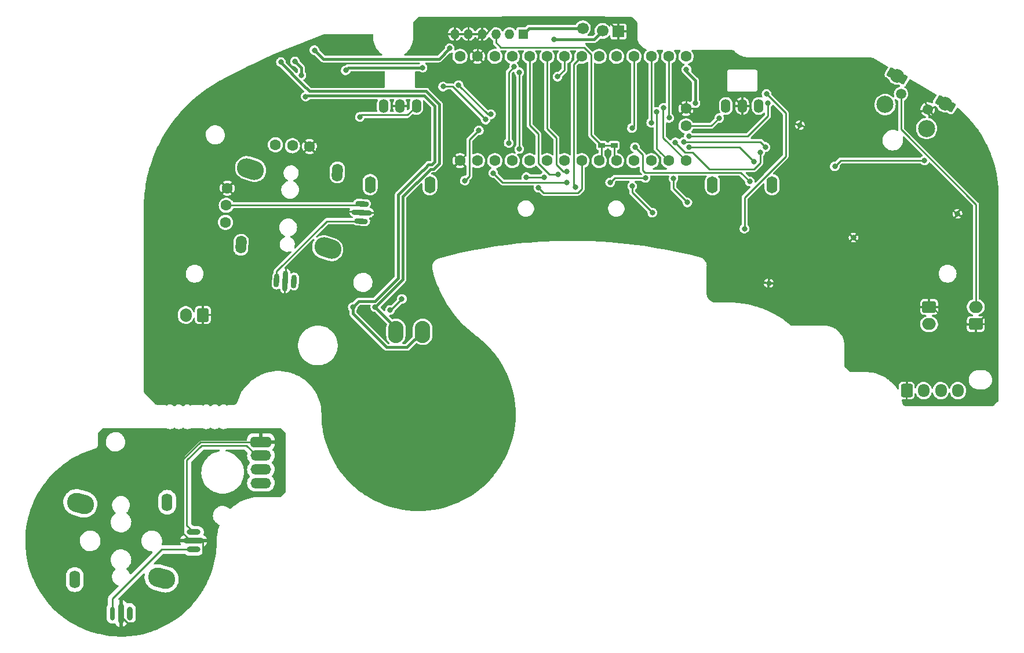
<source format=gbl>
%TF.GenerationSoftware,KiCad,Pcbnew,(6.0.7)*%
%TF.CreationDate,2022-10-08T01:47:52-07:00*%
%TF.ProjectId,PhobGCC,50686f62-4743-4432-9e6b-696361645f70,rev?*%
%TF.SameCoordinates,Original*%
%TF.FileFunction,Copper,L2,Bot*%
%TF.FilePolarity,Positive*%
%FSLAX46Y46*%
G04 Gerber Fmt 4.6, Leading zero omitted, Abs format (unit mm)*
G04 Created by KiCad (PCBNEW (6.0.7)) date 2022-10-08 01:47:52*
%MOMM*%
%LPD*%
G01*
G04 APERTURE LIST*
G04 Aperture macros list*
%AMRoundRect*
0 Rectangle with rounded corners*
0 $1 Rounding radius*
0 $2 $3 $4 $5 $6 $7 $8 $9 X,Y pos of 4 corners*
0 Add a 4 corners polygon primitive as box body*
4,1,4,$2,$3,$4,$5,$6,$7,$8,$9,$2,$3,0*
0 Add four circle primitives for the rounded corners*
1,1,$1+$1,$2,$3*
1,1,$1+$1,$4,$5*
1,1,$1+$1,$6,$7*
1,1,$1+$1,$8,$9*
0 Add four rect primitives between the rounded corners*
20,1,$1+$1,$2,$3,$4,$5,0*
20,1,$1+$1,$4,$5,$6,$7,0*
20,1,$1+$1,$6,$7,$8,$9,0*
20,1,$1+$1,$8,$9,$2,$3,0*%
%AMHorizOval*
0 Thick line with rounded ends*
0 $1 width*
0 $2 $3 position (X,Y) of the first rounded end (center of the circle)*
0 $4 $5 position (X,Y) of the second rounded end (center of the circle)*
0 Add line between two ends*
20,1,$1,$2,$3,$4,$5,0*
0 Add two circle primitives to create the rounded ends*
1,1,$1,$2,$3*
1,1,$1,$4,$5*%
G04 Aperture macros list end*
%TA.AperFunction,ComponentPad*%
%ADD10O,1.600000X2.500000*%
%TD*%
%TA.AperFunction,ComponentPad*%
%ADD11O,1.400000X2.000000*%
%TD*%
%TA.AperFunction,ComponentPad*%
%ADD12R,1.400000X1.400000*%
%TD*%
%TA.AperFunction,ComponentPad*%
%ADD13O,1.400000X1.400000*%
%TD*%
%TA.AperFunction,ComponentPad*%
%ADD14O,1.600000X2.600000*%
%TD*%
%TA.AperFunction,ComponentPad*%
%ADD15HorizOval,2.800000X-0.577898X0.161352X0.577898X-0.161352X0*%
%TD*%
%TA.AperFunction,ComponentPad*%
%ADD16O,0.700000X2.000000*%
%TD*%
%TA.AperFunction,ComponentPad*%
%ADD17O,0.800000X3.000000*%
%TD*%
%TA.AperFunction,ComponentPad*%
%ADD18O,0.800000X2.000000*%
%TD*%
%TA.AperFunction,ComponentPad*%
%ADD19O,2.000000X0.800000*%
%TD*%
%TA.AperFunction,ComponentPad*%
%ADD20O,3.000000X0.800000*%
%TD*%
%TA.AperFunction,ComponentPad*%
%ADD21C,0.800000*%
%TD*%
%TA.AperFunction,ComponentPad*%
%ADD22C,1.498000*%
%TD*%
%TA.AperFunction,SMDPad,CuDef*%
%ADD23RoundRect,0.200000X-0.423205X-0.333013X-0.076795X-0.533013X0.423205X0.333013X0.076795X0.533013X0*%
%TD*%
%TA.AperFunction,ComponentPad*%
%ADD24C,2.000000*%
%TD*%
%TA.AperFunction,ComponentPad*%
%ADD25C,2.500000*%
%TD*%
%TA.AperFunction,ComponentPad*%
%ADD26C,1.600000*%
%TD*%
%TA.AperFunction,ComponentPad*%
%ADD27C,1.700000*%
%TD*%
%TA.AperFunction,ComponentPad*%
%ADD28R,1.700000X1.700000*%
%TD*%
%TA.AperFunction,ComponentPad*%
%ADD29HorizOval,0.800000X-0.599178X0.031402X0.599178X-0.031402X0*%
%TD*%
%TA.AperFunction,ComponentPad*%
%ADD30HorizOval,0.800000X-1.098492X0.057570X1.098492X-0.057570X0*%
%TD*%
%TA.AperFunction,ComponentPad*%
%ADD31HorizOval,0.800000X0.031402X0.599178X-0.031402X-0.599178X0*%
%TD*%
%TA.AperFunction,ComponentPad*%
%ADD32HorizOval,0.800000X0.057570X1.098492X-0.057570X-1.098492X0*%
%TD*%
%TA.AperFunction,ComponentPad*%
%ADD33HorizOval,2.800000X-0.568661X0.191376X0.568661X-0.191376X0*%
%TD*%
%TA.AperFunction,ComponentPad*%
%ADD34HorizOval,1.600000X0.026168X0.499315X-0.026168X-0.499315X0*%
%TD*%
%TA.AperFunction,ComponentPad*%
%ADD35RoundRect,0.250000X0.750000X-0.600000X0.750000X0.600000X-0.750000X0.600000X-0.750000X-0.600000X0*%
%TD*%
%TA.AperFunction,ComponentPad*%
%ADD36O,2.000000X1.700000*%
%TD*%
%TA.AperFunction,ComponentPad*%
%ADD37RoundRect,0.250000X-0.600000X-0.725000X0.600000X-0.725000X0.600000X0.725000X-0.600000X0.725000X0*%
%TD*%
%TA.AperFunction,ComponentPad*%
%ADD38O,1.700000X1.950000*%
%TD*%
%TA.AperFunction,ComponentPad*%
%ADD39RoundRect,0.250000X-0.750000X0.600000X-0.750000X-0.600000X0.750000X-0.600000X0.750000X0.600000X0*%
%TD*%
%TA.AperFunction,SMDPad,CuDef*%
%ADD40RoundRect,0.375000X1.125000X0.375000X-1.125000X0.375000X-1.125000X-0.375000X1.125000X-0.375000X0*%
%TD*%
%TA.AperFunction,SMDPad,CuDef*%
%ADD41O,3.000000X1.500000*%
%TD*%
%TA.AperFunction,SMDPad,CuDef*%
%ADD42R,1.000000X0.700000*%
%TD*%
%TA.AperFunction,ComponentPad*%
%ADD43RoundRect,0.250000X0.600000X0.750000X-0.600000X0.750000X-0.600000X-0.750000X0.600000X-0.750000X0*%
%TD*%
%TA.AperFunction,ComponentPad*%
%ADD44O,1.700000X2.000000*%
%TD*%
%TA.AperFunction,SMDPad,CuDef*%
%ADD45O,2.250000X3.250000*%
%TD*%
%TA.AperFunction,ViaPad*%
%ADD46C,0.800000*%
%TD*%
%TA.AperFunction,Conductor*%
%ADD47C,0.250000*%
%TD*%
%TA.AperFunction,Conductor*%
%ADD48C,0.400000*%
%TD*%
G04 APERTURE END LIST*
D10*
X130480052Y-49303830D03*
X139180052Y-49303830D03*
D11*
X137230052Y-37803830D03*
X134830052Y-37803830D03*
X132430052Y-37803830D03*
X82430052Y-37803830D03*
X84830052Y-37803830D03*
X87230052Y-37803830D03*
D10*
X89180052Y-49303830D03*
X80480052Y-49303830D03*
D12*
X102830052Y-27303830D03*
D13*
X100830052Y-27303830D03*
X98830052Y-27303830D03*
X96830052Y-27303830D03*
X94830052Y-27303830D03*
X92830052Y-27303830D03*
D14*
X37314052Y-107004830D03*
X50814052Y-95704830D03*
D15*
X49994052Y-106834830D03*
X38134052Y-95874830D03*
D16*
X42794052Y-111954830D03*
D17*
X44064052Y-111954830D03*
D18*
X45334052Y-111954830D03*
D19*
X54664052Y-102624830D03*
D20*
X54664052Y-101354830D03*
D19*
X54664052Y-100084830D03*
D21*
X166274072Y-53559865D03*
D22*
X158032938Y-36053830D03*
X161930052Y-38303830D03*
D23*
X156552445Y-32878119D03*
X158414400Y-33953119D03*
X163593231Y-36943119D03*
X165403225Y-37988119D03*
D24*
X157465432Y-33416779D03*
X164493898Y-37463119D03*
D25*
X155700406Y-37593894D03*
X161762584Y-41093894D03*
D21*
X138701106Y-63699081D03*
D26*
X93597000Y-45800000D03*
X96137000Y-45800000D03*
X98677000Y-45800000D03*
X101217000Y-45800000D03*
X103757000Y-45800000D03*
X106297000Y-45800000D03*
X108837000Y-45800000D03*
X111377000Y-45800000D03*
X113917000Y-45800000D03*
X116457000Y-45800000D03*
X118997000Y-45800000D03*
X121537000Y-45800000D03*
X124077000Y-45800000D03*
X126617000Y-45800000D03*
X126617000Y-40720000D03*
X126617000Y-38180000D03*
X126617000Y-30560000D03*
X124077000Y-30560000D03*
X121537000Y-30560000D03*
X118997000Y-30560000D03*
X116457000Y-30560000D03*
X113917000Y-30560000D03*
X111377000Y-30560000D03*
X108837000Y-30560000D03*
X106297000Y-30560000D03*
X103757000Y-30560000D03*
X101217000Y-30560000D03*
X98677000Y-30560000D03*
X96137000Y-30560000D03*
X93597000Y-30560000D03*
D27*
X114425000Y-26850000D03*
D28*
X116730052Y-26903830D03*
D26*
X59316903Y-54817145D03*
X59447743Y-52320571D03*
X59578583Y-49823997D03*
X66620052Y-43483830D03*
X69116626Y-43614670D03*
X71613200Y-43745510D03*
D29*
X79287075Y-52088564D03*
D30*
X79220608Y-53356823D03*
D29*
X79154141Y-54625083D03*
D31*
X69348633Y-63454002D03*
D32*
X68080374Y-63387535D03*
D31*
X66812114Y-63321068D03*
D33*
X74270207Y-58584904D03*
D34*
X75671583Y-47513073D03*
D33*
X63000063Y-47019220D03*
D34*
X61598687Y-58091051D03*
D21*
X151080052Y-57053830D03*
D27*
X111550000Y-26450000D03*
D21*
X143248724Y-40605989D03*
D35*
X168950000Y-69675000D03*
D36*
X168950000Y-67175000D03*
D37*
X158850000Y-79400000D03*
D38*
X161350000Y-79400000D03*
X163850000Y-79400000D03*
X166350000Y-79400000D03*
D39*
X162125000Y-67175000D03*
D36*
X162125000Y-69675000D03*
D40*
X64500000Y-86900000D03*
D41*
X64500000Y-88900000D03*
X64500000Y-90900000D03*
X64500000Y-92900000D03*
D42*
X114300000Y-43575000D03*
X116100000Y-43575000D03*
D43*
X56025000Y-68350000D03*
D44*
X53525000Y-68350000D03*
D45*
X84230052Y-70803830D03*
X88130052Y-70803830D03*
D46*
X87125000Y-44950000D03*
X63475000Y-61700000D03*
X136325000Y-40450000D03*
X109230052Y-56003830D03*
X108025000Y-37600000D03*
X125250000Y-31825500D03*
X90730052Y-74903830D03*
X80750000Y-68725000D03*
X89100000Y-33900000D03*
X95480052Y-86003830D03*
X120730052Y-50403830D03*
X79580052Y-86003830D03*
X131350000Y-35750000D03*
X77230052Y-39403830D03*
X79250000Y-28575000D03*
X139850000Y-39400000D03*
X104975000Y-37825000D03*
X131200000Y-30800000D03*
X90730052Y-90903830D03*
X122775000Y-34200000D03*
X131450000Y-39575000D03*
X78955052Y-39403830D03*
X136534790Y-45947765D03*
X127025500Y-43806678D03*
X107850000Y-33524500D03*
X135150000Y-55725000D03*
X138375000Y-36050000D03*
X161466900Y-45758100D03*
X138207871Y-43806678D03*
X126286542Y-43061428D03*
X148352345Y-46627345D03*
X137460513Y-44581178D03*
X125043655Y-43131345D03*
X135917052Y-48841163D03*
X119150000Y-43825500D03*
X110425000Y-49700000D03*
X127016804Y-42257178D03*
X138589845Y-37360155D03*
X102250000Y-32874500D03*
X85104552Y-66000000D03*
X83375000Y-67625000D03*
X102246630Y-44098679D03*
X101475000Y-32100000D03*
X100700000Y-43200000D03*
X105925000Y-48200000D03*
X103275000Y-48200000D03*
X105075000Y-49749000D03*
X118725000Y-41025500D03*
X109225000Y-48974500D03*
X120681786Y-48306786D03*
X98452278Y-47602278D03*
X115525000Y-48974500D03*
X121525000Y-40250000D03*
X96350000Y-41379330D03*
X124150000Y-39550000D03*
X94280052Y-48703830D03*
X72325000Y-29650000D03*
X92075000Y-29375000D03*
X67430052Y-31391330D03*
X107325000Y-28100000D03*
X81210052Y-67183830D03*
X98116043Y-39025500D03*
X93381000Y-34760690D03*
X123302500Y-38080519D03*
X107964845Y-47810155D03*
X126817552Y-51903830D03*
X124780052Y-48403830D03*
X118750000Y-49525000D03*
X121692552Y-53403830D03*
X109225000Y-47425000D03*
X76900000Y-32600000D03*
X88125000Y-32200000D03*
X126675000Y-32475500D03*
X128000000Y-37405500D03*
X91125000Y-34975000D03*
X122311500Y-38700500D03*
X97325000Y-39800000D03*
X69492552Y-31303830D03*
X77925000Y-67200000D03*
X71050000Y-36425000D03*
X70426297Y-33292265D03*
X64575000Y-92925000D03*
X64635155Y-90714845D03*
D47*
X130040509Y-47027865D02*
X127593822Y-44581178D01*
X134393703Y-43806678D02*
X127025500Y-43806678D01*
X136534790Y-45947765D02*
X134393703Y-43806678D01*
X137432871Y-43031678D02*
X138207871Y-43806678D01*
X126316292Y-43031678D02*
X137432871Y-43031678D01*
X126286542Y-43061428D02*
X126316292Y-43031678D01*
X135613838Y-42257178D02*
X138589845Y-39281171D01*
X138589845Y-39281171D02*
X138589845Y-37360155D01*
X127016804Y-42257178D02*
X135613838Y-42257178D01*
X74149917Y-54625083D02*
X79154141Y-54625083D01*
X66812114Y-61962886D02*
X74149917Y-54625083D01*
X66812114Y-63321068D02*
X66812114Y-61962886D01*
X79055068Y-52320571D02*
X79287075Y-52088564D01*
X59447743Y-52320571D02*
X79055068Y-52320571D01*
X59625000Y-61700000D02*
X56025000Y-65300000D01*
X63475000Y-61700000D02*
X59625000Y-61700000D01*
X56025000Y-65300000D02*
X56025000Y-68350000D01*
D48*
X111550000Y-26450000D02*
X103683882Y-26450000D01*
X103683882Y-26450000D02*
X102830052Y-27303830D01*
D47*
X44064052Y-112404830D02*
X44064052Y-111954830D01*
X128920000Y-38180000D02*
X131350000Y-35750000D01*
X99800045Y-24813557D02*
X97309772Y-27303830D01*
X170900000Y-47273778D02*
X161930052Y-38303830D01*
X92830052Y-27303830D02*
X94830052Y-27303830D01*
X44989052Y-113329830D02*
X44064052Y-112404830D01*
X96830052Y-27303830D02*
X94830052Y-27303830D01*
X166900000Y-69700000D02*
X158850000Y-77750000D01*
X56039052Y-101664052D02*
X56039052Y-105635948D01*
X165075000Y-69700000D02*
X162575000Y-67200000D01*
X53175000Y-89375000D02*
X55650000Y-86900000D01*
X97309772Y-27303830D02*
X96830052Y-27303830D01*
X126617000Y-38180000D02*
X128920000Y-38180000D01*
X53175000Y-100291794D02*
X53175000Y-89375000D01*
X168975000Y-69700000D02*
X166900000Y-69700000D01*
X116730052Y-26903830D02*
X114639779Y-24813557D01*
X132776222Y-35750000D02*
X131350000Y-35750000D01*
X125250000Y-31975500D02*
X125250000Y-32400500D01*
X158850000Y-77750000D02*
X158850000Y-79400000D01*
X134830052Y-37803830D02*
X132776222Y-35750000D01*
X54238036Y-101354830D02*
X53175000Y-100291794D01*
X54664052Y-101354830D02*
X55729830Y-101354830D01*
X92797000Y-33900000D02*
X96137000Y-30560000D01*
X96137000Y-30560000D02*
X96137000Y-27996882D01*
X126617000Y-33767500D02*
X126617000Y-38180000D01*
X114639779Y-24813557D02*
X99800045Y-24813557D01*
X54664052Y-101354830D02*
X54238036Y-101354830D01*
X168975000Y-69700000D02*
X165075000Y-69700000D01*
X125250000Y-31975500D02*
X125250000Y-31825500D01*
X56039052Y-105635948D02*
X48345170Y-113329830D01*
X89100000Y-33900000D02*
X92797000Y-33900000D01*
X55729830Y-101354830D02*
X56039052Y-101664052D01*
X170900000Y-67775000D02*
X170900000Y-47273778D01*
X168975000Y-69700000D02*
X170900000Y-67775000D01*
X96137000Y-27996882D02*
X96830052Y-27303830D01*
X125250000Y-32400500D02*
X126617000Y-33767500D01*
X72630052Y-44128830D02*
X72630052Y-44003830D01*
X48345170Y-113329830D02*
X44989052Y-113329830D01*
X55650000Y-86900000D02*
X64500000Y-86900000D01*
X85905052Y-39128830D02*
X79230052Y-39128830D01*
X87230052Y-37803830D02*
X85905052Y-39128830D01*
X79230052Y-39128830D02*
X78955052Y-39403830D01*
X130305000Y-40720000D02*
X131450000Y-39575000D01*
X126617000Y-40720000D02*
X130305000Y-40720000D01*
X141175000Y-45150000D02*
X141175000Y-38850000D01*
X108837000Y-30560000D02*
X108837000Y-32537500D01*
X138375000Y-47997181D02*
X135150000Y-51222181D01*
X108837000Y-32537500D02*
X107850000Y-33524500D01*
X138375000Y-47950000D02*
X141175000Y-45150000D01*
X135150000Y-51222181D02*
X135150000Y-55725000D01*
X141175000Y-38850000D02*
X138375000Y-36050000D01*
X138375000Y-47997181D02*
X138375000Y-47950000D01*
X148352345Y-46627345D02*
X149221590Y-45758100D01*
X149221590Y-45758100D02*
X161466900Y-45758100D01*
X127593822Y-44581178D02*
X126493488Y-44581178D01*
X126493488Y-44581178D02*
X125043655Y-43131345D01*
X136550000Y-47027865D02*
X130040509Y-47027865D01*
X137460513Y-46117352D02*
X136550000Y-47027865D01*
X137460513Y-44581178D02*
X137460513Y-46117352D01*
X135917052Y-48841163D02*
X134603754Y-47527865D01*
X120591999Y-47527865D02*
X120267000Y-47202866D01*
X133427865Y-47527865D02*
X120591999Y-47527865D01*
X120267000Y-44942500D02*
X119150000Y-43825500D01*
X134603754Y-47527865D02*
X133427865Y-47527865D01*
X120267000Y-47202866D02*
X120267000Y-44942500D01*
X110425000Y-49700000D02*
X110200000Y-49475000D01*
X110200000Y-49475000D02*
X110200000Y-32075000D01*
X111377000Y-30560000D02*
X110200000Y-31737000D01*
X110200000Y-31737000D02*
X110200000Y-32075000D01*
X158032938Y-41228829D02*
X168975000Y-52170891D01*
X158032938Y-36053830D02*
X158032938Y-41228829D01*
X168975000Y-52170891D02*
X168975000Y-67200000D01*
X102250000Y-44095309D02*
X102246630Y-44098679D01*
X102250000Y-32874500D02*
X102250000Y-44095309D01*
X83375000Y-67625000D02*
X83479552Y-67625000D01*
X83479552Y-67625000D02*
X85104552Y-66000000D01*
X100700000Y-32875000D02*
X101475000Y-32100000D01*
X100700000Y-43200000D02*
X100700000Y-32875000D01*
X103275000Y-48200000D02*
X105925000Y-48200000D01*
X105075000Y-49749000D02*
X105801000Y-50475000D01*
X111377000Y-47877000D02*
X111377000Y-48294016D01*
X111377000Y-48294016D02*
X111375000Y-48296016D01*
X111375000Y-48296016D02*
X111375000Y-49425000D01*
X111377000Y-45800000D02*
X111377000Y-47877000D01*
X105801000Y-50475000D02*
X110800000Y-50475000D01*
X111375000Y-49900000D02*
X111375000Y-49425000D01*
X110800000Y-50475000D02*
X111375000Y-49900000D01*
X118997000Y-40753500D02*
X118725000Y-41025500D01*
X118997000Y-30560000D02*
X118997000Y-30622000D01*
X118997000Y-30622000D02*
X118997000Y-40753500D01*
X99824500Y-48974500D02*
X109225000Y-48974500D01*
X120681786Y-48306786D02*
X116192714Y-48306786D01*
X98452278Y-47602278D02*
X99824500Y-48974500D01*
X116192714Y-48306786D02*
X115525000Y-48974500D01*
X121537000Y-30560000D02*
X121537000Y-40238000D01*
X121537000Y-40238000D02*
X121525000Y-40250000D01*
X124077000Y-39477000D02*
X124150000Y-39550000D01*
X94962000Y-42767330D02*
X94962000Y-48021882D01*
X124077000Y-30560000D02*
X124077000Y-39477000D01*
X94962000Y-48021882D02*
X94280052Y-48703830D01*
X96350000Y-41379330D02*
X94962000Y-42767330D01*
D48*
X71585780Y-35653830D02*
X88653830Y-35653830D01*
X67430052Y-31498102D02*
X70578475Y-34646525D01*
X89258057Y-47008057D02*
X89761182Y-47008057D01*
X70578475Y-34646525D02*
X70835244Y-34903294D01*
X88653830Y-35653830D02*
X90550000Y-37550000D01*
X85227449Y-63166433D02*
X81210052Y-67183830D01*
X107325000Y-28100000D02*
X113175000Y-28100000D01*
X89761182Y-47008057D02*
X90550000Y-46219239D01*
X73600000Y-30925000D02*
X72325000Y-29650000D01*
D47*
X85152449Y-51219732D02*
X85152449Y-51622551D01*
D48*
X67430052Y-31391330D02*
X67430052Y-31498102D01*
X84230052Y-70803830D02*
X84230052Y-70203830D01*
X92075000Y-29375000D02*
X90525000Y-30925000D01*
X90550000Y-46219239D02*
X90550000Y-37550000D01*
X84230052Y-70203830D02*
X81210052Y-67183830D01*
X85227449Y-51038666D02*
X85227449Y-63166433D01*
X90525000Y-30925000D02*
X73600000Y-30925000D01*
X89258057Y-47008057D02*
X85227449Y-51038666D01*
X113175000Y-28100000D02*
X114425000Y-26850000D01*
X70578475Y-34646525D02*
X71585780Y-35653830D01*
D47*
X123275000Y-38108019D02*
X123302500Y-38080519D01*
X126617000Y-45800000D02*
X123275000Y-42458000D01*
X93381000Y-34760690D02*
X93381706Y-34760690D01*
X123275000Y-42458000D02*
X123275000Y-38108019D01*
X97646516Y-39025500D02*
X98116043Y-39025500D01*
X93381706Y-34760690D02*
X97646516Y-39025500D01*
X106645454Y-47810155D02*
X107964845Y-47810155D01*
X124780052Y-49866330D02*
X126817552Y-51903830D01*
X103757000Y-40632000D02*
X105025000Y-41900000D01*
X105025000Y-46189701D02*
X106645454Y-47810155D01*
X103757000Y-30560000D02*
X103757000Y-40632000D01*
X124780052Y-48403830D02*
X124780052Y-49866330D01*
X105025000Y-41900000D02*
X105025000Y-46189701D01*
X118750000Y-50461278D02*
X121692552Y-53403830D01*
X106297000Y-30560000D02*
X106297000Y-41122000D01*
X106297000Y-41122000D02*
X107650000Y-42475000D01*
X107650000Y-46400000D02*
X108675000Y-47425000D01*
X107650000Y-42475000D02*
X107650000Y-46400000D01*
X118750000Y-49525000D02*
X118750000Y-50461278D01*
X108675000Y-47425000D02*
X109225000Y-47425000D01*
D48*
X88125000Y-32200000D02*
X77300000Y-32200000D01*
X77300000Y-32200000D02*
X76900000Y-32600000D01*
X127975000Y-34075000D02*
X127975000Y-37380500D01*
X126675000Y-32475500D02*
X126675000Y-32775000D01*
X127975000Y-37380500D02*
X128000000Y-37405500D01*
X126675000Y-32775000D02*
X127975000Y-34075000D01*
D47*
X122311500Y-44034500D02*
X122311500Y-38700500D01*
X97325000Y-39800000D02*
X92500000Y-34975000D01*
X92500000Y-34975000D02*
X91125000Y-34975000D01*
X122850000Y-44573000D02*
X122311500Y-44034500D01*
X124077000Y-45800000D02*
X122850000Y-44573000D01*
D48*
X84577449Y-50769428D02*
X87760939Y-47585938D01*
X88988819Y-46358057D02*
X89491943Y-46358057D01*
X70426297Y-33292265D02*
X70426297Y-32237575D01*
X85858882Y-73075000D02*
X82875000Y-73075000D01*
X77925000Y-68125000D02*
X77925000Y-67200000D01*
X84549822Y-62924822D02*
X84577449Y-62897195D01*
X82875000Y-73075000D02*
X77925000Y-68125000D01*
X84577449Y-53200000D02*
X84577449Y-50769428D01*
X84577449Y-62897195D02*
X84577449Y-53200000D01*
X87760939Y-47585938D02*
X88498438Y-46848438D01*
X88498438Y-46848438D02*
X88988819Y-46358057D01*
X70426297Y-32237575D02*
X69492552Y-31303830D01*
X71171170Y-36303830D02*
X71050000Y-36425000D01*
X81140814Y-66333830D02*
X84549822Y-62924822D01*
X89491943Y-46358057D02*
X89900000Y-45950000D01*
X78791170Y-66333830D02*
X81140814Y-66333830D01*
X89900000Y-37819238D02*
X88384592Y-36303830D01*
X88130052Y-70803830D02*
X85858882Y-73075000D01*
X77925000Y-67200000D02*
X78791170Y-66333830D01*
X89900000Y-45950000D02*
X89900000Y-37819238D01*
X88384592Y-36303830D02*
X71171170Y-36303830D01*
D47*
X99525000Y-29225000D02*
X98830052Y-28530052D01*
X98830052Y-28530052D02*
X98830052Y-27303830D01*
X114300000Y-45417000D02*
X113917000Y-45800000D01*
X112742000Y-30242000D02*
X111725000Y-29225000D01*
X114300000Y-43575000D02*
X112742000Y-42017000D01*
X116100000Y-45443000D02*
X116457000Y-45800000D01*
X114300000Y-43575000D02*
X116100000Y-43575000D01*
X111725000Y-29225000D02*
X99525000Y-29225000D01*
X116100000Y-43575000D02*
X116100000Y-45443000D01*
X112742000Y-42017000D02*
X112742000Y-30242000D01*
X114300000Y-43575000D02*
X114300000Y-45417000D01*
X42794052Y-109805948D02*
X49975170Y-102624830D01*
X42794052Y-111954830D02*
X42794052Y-109805948D01*
X64500000Y-92900000D02*
X64550000Y-92900000D01*
X64550000Y-92900000D02*
X64575000Y-92925000D01*
X49975170Y-102624830D02*
X54664052Y-102624830D01*
X53675000Y-89582106D02*
X55853276Y-87403830D01*
X55853276Y-87403830D02*
X62353830Y-87403830D01*
X54664052Y-100084830D02*
X53675000Y-99095778D01*
X53675000Y-99095778D02*
X53675000Y-89582106D01*
X63853830Y-88903830D02*
X62353830Y-87403830D01*
X64500000Y-90850000D02*
X64635155Y-90714845D01*
X64500000Y-90900000D02*
X64500000Y-90850000D01*
%TA.AperFunction,Conductor*%
G36*
X58474203Y-84817914D02*
G01*
X58508359Y-84839864D01*
X58525831Y-84855596D01*
X58690073Y-84950421D01*
X58743262Y-84967703D01*
X58864162Y-85006986D01*
X58864163Y-85006986D01*
X58870441Y-85009026D01*
X58877004Y-85009716D01*
X58877005Y-85009716D01*
X58900439Y-85012179D01*
X59011766Y-85023880D01*
X59106338Y-85023880D01*
X59217665Y-85012179D01*
X59241099Y-85009716D01*
X59241100Y-85009716D01*
X59247663Y-85009026D01*
X59253941Y-85006986D01*
X59253942Y-85006986D01*
X59374842Y-84967703D01*
X59428031Y-84950421D01*
X59516647Y-84899259D01*
X59577414Y-84864175D01*
X59646410Y-84847437D01*
X59659798Y-84848794D01*
X59665052Y-84849612D01*
X59681763Y-84853393D01*
X59710118Y-84861873D01*
X59719093Y-84861928D01*
X59719094Y-84861928D01*
X59726167Y-84861971D01*
X59744558Y-84862083D01*
X59745320Y-84862115D01*
X59746403Y-84862284D01*
X59773680Y-84862286D01*
X59777302Y-84862286D01*
X59778064Y-84862288D01*
X59788583Y-84862352D01*
X59855773Y-84862763D01*
X59857104Y-84862383D01*
X59858436Y-84862292D01*
X60365420Y-84862328D01*
X60368425Y-84862328D01*
X60368438Y-84862330D01*
X60401788Y-84862330D01*
X60444479Y-84862333D01*
X60444530Y-84862333D01*
X60444547Y-84862331D01*
X60444563Y-84862330D01*
X67400682Y-84862330D01*
X67468803Y-84882332D01*
X67489800Y-84899258D01*
X67795005Y-85204630D01*
X68118672Y-85528476D01*
X68152680Y-85590798D01*
X68155552Y-85617547D01*
X68155552Y-94192013D01*
X68135550Y-94260134D01*
X68118647Y-94281108D01*
X67490330Y-94909425D01*
X67428018Y-94943451D01*
X67401235Y-94946330D01*
X64517387Y-94946330D01*
X64496448Y-94944578D01*
X64476748Y-94941258D01*
X64471884Y-94941197D01*
X64471882Y-94941197D01*
X64470590Y-94941181D01*
X64464196Y-94941101D01*
X64459382Y-94941789D01*
X64459380Y-94941789D01*
X64458184Y-94941960D01*
X64444684Y-94943154D01*
X64020905Y-94957710D01*
X63864033Y-94974014D01*
X63581912Y-95003335D01*
X63581906Y-95003336D01*
X63579730Y-95003562D01*
X63142783Y-95079821D01*
X62712158Y-95186121D01*
X62528180Y-95245306D01*
X62292008Y-95321281D01*
X62291999Y-95321284D01*
X62289917Y-95321954D01*
X61878083Y-95486669D01*
X61876117Y-95487618D01*
X61480584Y-95678532D01*
X61480576Y-95678536D01*
X61478629Y-95679476D01*
X61093469Y-95899452D01*
X60724447Y-96145543D01*
X60722734Y-96146865D01*
X60722726Y-96146871D01*
X60573633Y-96261957D01*
X60373332Y-96416570D01*
X60110369Y-96650295D01*
X60046165Y-96680600D01*
X59975769Y-96671382D01*
X59956823Y-96660991D01*
X59940762Y-96650295D01*
X59735327Y-96513485D01*
X59718897Y-96500446D01*
X59707821Y-96490041D01*
X59704266Y-96486701D01*
X59693903Y-96479617D01*
X59687950Y-96476776D01*
X59685290Y-96475506D01*
X59678168Y-96471824D01*
X59504139Y-96374717D01*
X59504135Y-96374715D01*
X59499821Y-96372308D01*
X59495182Y-96370605D01*
X59495176Y-96370602D01*
X59296351Y-96297601D01*
X59296349Y-96297600D01*
X59291704Y-96295895D01*
X59286853Y-96294938D01*
X59286850Y-96294937D01*
X59079055Y-96253938D01*
X59079056Y-96253938D01*
X59074195Y-96252979D01*
X59069243Y-96252792D01*
X59069242Y-96252792D01*
X59030527Y-96251331D01*
X58852650Y-96244618D01*
X58632525Y-96271016D01*
X58419239Y-96331525D01*
X58218045Y-96424653D01*
X58033897Y-96548109D01*
X58030269Y-96551473D01*
X57923694Y-96650295D01*
X57871328Y-96698851D01*
X57734342Y-96873169D01*
X57626312Y-97066771D01*
X57624604Y-97071423D01*
X57552435Y-97267977D01*
X57549897Y-97274888D01*
X57506980Y-97492397D01*
X57498617Y-97713941D01*
X57525014Y-97934067D01*
X57585522Y-98147352D01*
X57678649Y-98348547D01*
X57802103Y-98532696D01*
X57805464Y-98536321D01*
X57805465Y-98536322D01*
X57929249Y-98669819D01*
X57952845Y-98695266D01*
X57956734Y-98698322D01*
X57956736Y-98698324D01*
X58097837Y-98809208D01*
X58106255Y-98816446D01*
X58112758Y-98822555D01*
X58112763Y-98822559D01*
X58116315Y-98825896D01*
X58126678Y-98832981D01*
X58131069Y-98835077D01*
X58131075Y-98835080D01*
X58151866Y-98845002D01*
X58167429Y-98853837D01*
X58320880Y-98956028D01*
X58394878Y-99005307D01*
X58440489Y-99059714D01*
X58449445Y-99130143D01*
X58444407Y-99150513D01*
X58318324Y-99523671D01*
X58317757Y-99525862D01*
X58317753Y-99525874D01*
X58247667Y-99796507D01*
X58201957Y-99973011D01*
X58118413Y-100429593D01*
X58111710Y-100491108D01*
X58075449Y-100823870D01*
X58068131Y-100891024D01*
X58058046Y-101170203D01*
X58052495Y-101323864D01*
X58051599Y-101332672D01*
X58051717Y-101332683D01*
X58051283Y-101337529D01*
X58050475Y-101342333D01*
X58050403Y-101348298D01*
X58050361Y-101348566D01*
X58050396Y-101348836D01*
X58050323Y-101354885D01*
X58053226Y-101375142D01*
X58054457Y-101396336D01*
X58036160Y-102089044D01*
X58036115Y-102090758D01*
X58035763Y-102097401D01*
X57978313Y-102820692D01*
X57977738Y-102827928D01*
X57977038Y-102834531D01*
X57928762Y-103197785D01*
X57880489Y-103561019D01*
X57879437Y-103567595D01*
X57744652Y-104287912D01*
X57743255Y-104294423D01*
X57570595Y-105006630D01*
X57568856Y-105013058D01*
X57358807Y-105715156D01*
X57356730Y-105721484D01*
X57109881Y-106411497D01*
X57107473Y-106417705D01*
X57029028Y-106605116D01*
X56851222Y-107029908D01*
X56824516Y-107093710D01*
X56821789Y-107099770D01*
X56597627Y-107564681D01*
X56503503Y-107759894D01*
X56500453Y-107765814D01*
X56147747Y-108408177D01*
X56144389Y-108413928D01*
X56086604Y-108507131D01*
X55955078Y-108719273D01*
X55758230Y-109036773D01*
X55754579Y-109042330D01*
X55366515Y-109600114D01*
X55336038Y-109643920D01*
X55332093Y-109649281D01*
X55070869Y-109985373D01*
X54882375Y-110227891D01*
X54878151Y-110233039D01*
X54398488Y-110787082D01*
X54393998Y-110792000D01*
X53885725Y-111319934D01*
X53880981Y-111324608D01*
X53345524Y-111824953D01*
X53340540Y-111829369D01*
X52779391Y-112300729D01*
X52774200Y-112304860D01*
X52188940Y-112745907D01*
X52183525Y-112749768D01*
X51575750Y-113159298D01*
X51570150Y-113162859D01*
X50941609Y-113539691D01*
X50935823Y-113542956D01*
X50288235Y-113886062D01*
X50282339Y-113888989D01*
X49617497Y-114197416D01*
X49611397Y-114200052D01*
X49302015Y-114324163D01*
X48931239Y-114472902D01*
X48925034Y-114475204D01*
X48383274Y-114659950D01*
X48231382Y-114711746D01*
X48225024Y-114713728D01*
X47519868Y-114913285D01*
X47513438Y-114914922D01*
X46798718Y-115076946D01*
X46792199Y-115078244D01*
X46069922Y-115202277D01*
X46063351Y-115203228D01*
X45335537Y-115288928D01*
X45328914Y-115289532D01*
X45007238Y-115310261D01*
X44597594Y-115336658D01*
X44590939Y-115336911D01*
X44224536Y-115341122D01*
X43858126Y-115345333D01*
X43851479Y-115345233D01*
X43119269Y-115314928D01*
X43112639Y-115314477D01*
X42845316Y-115289215D01*
X42383054Y-115245529D01*
X42376443Y-115244728D01*
X41651502Y-115137326D01*
X41644943Y-115136176D01*
X41301412Y-115066560D01*
X40926703Y-114990626D01*
X40920224Y-114989133D01*
X40632959Y-114914925D01*
X40210685Y-114805840D01*
X40204284Y-114804005D01*
X39770309Y-114667066D01*
X39505406Y-114583476D01*
X39499125Y-114581311D01*
X38812850Y-114324156D01*
X38806713Y-114321669D01*
X38135000Y-114028622D01*
X38128975Y-114025802D01*
X37906364Y-113914333D01*
X37473698Y-113697683D01*
X37467824Y-113694545D01*
X36830790Y-113332259D01*
X36825091Y-113328815D01*
X36393452Y-113052178D01*
X36208088Y-112933378D01*
X36202616Y-112929664D01*
X35815184Y-112651426D01*
X41935552Y-112651426D01*
X41950635Y-112790267D01*
X42010130Y-112967053D01*
X42106199Y-113126939D01*
X42234360Y-113262466D01*
X42240003Y-113266301D01*
X42357201Y-113345948D01*
X42388634Y-113367310D01*
X42394963Y-113369842D01*
X42394966Y-113369843D01*
X42555482Y-113434045D01*
X42555484Y-113434046D01*
X42561823Y-113436581D01*
X42672085Y-113454835D01*
X42739110Y-113465931D01*
X42739113Y-113465931D01*
X42745847Y-113467046D01*
X42752663Y-113466689D01*
X42752667Y-113466689D01*
X42897527Y-113459096D01*
X42932119Y-113457283D01*
X42938698Y-113455471D01*
X43110721Y-113408089D01*
X43181707Y-113409283D01*
X43240779Y-113448666D01*
X43253299Y-113466565D01*
X43322114Y-113585757D01*
X43329838Y-113596388D01*
X43448715Y-113728415D01*
X43458478Y-113737206D01*
X43602209Y-113841632D01*
X43613581Y-113848198D01*
X43775891Y-113920463D01*
X43788377Y-113924520D01*
X43792330Y-113925360D01*
X43806393Y-113924287D01*
X43810052Y-113914333D01*
X43810052Y-113911012D01*
X44318052Y-113911012D01*
X44322025Y-113924543D01*
X44332520Y-113926052D01*
X44339727Y-113924520D01*
X44352213Y-113920463D01*
X44514523Y-113848198D01*
X44525895Y-113841632D01*
X44669626Y-113737206D01*
X44679389Y-113728415D01*
X44798266Y-113596388D01*
X44805990Y-113585757D01*
X44873988Y-113467980D01*
X44925370Y-113418987D01*
X44995084Y-113405551D01*
X45034356Y-113415873D01*
X45051764Y-113423624D01*
X45145164Y-113443477D01*
X45232108Y-113461958D01*
X45232113Y-113461958D01*
X45238565Y-113463330D01*
X45429539Y-113463330D01*
X45435991Y-113461958D01*
X45435996Y-113461958D01*
X45522940Y-113443477D01*
X45616340Y-113423624D01*
X45648551Y-113409283D01*
X45784774Y-113348633D01*
X45784776Y-113348632D01*
X45790804Y-113345948D01*
X45814386Y-113328815D01*
X45900428Y-113266301D01*
X45945305Y-113233696D01*
X46073092Y-113091774D01*
X46168579Y-112926386D01*
X46227594Y-112744758D01*
X46242552Y-112602440D01*
X46242552Y-111307220D01*
X46227594Y-111164902D01*
X46168579Y-110983274D01*
X46073092Y-110817886D01*
X45945305Y-110675964D01*
X45790804Y-110563712D01*
X45784776Y-110561028D01*
X45784774Y-110561027D01*
X45622371Y-110488721D01*
X45622370Y-110488721D01*
X45616340Y-110486036D01*
X45522940Y-110466183D01*
X45435996Y-110447702D01*
X45435991Y-110447702D01*
X45429539Y-110446330D01*
X45238565Y-110446330D01*
X45232113Y-110447702D01*
X45232108Y-110447702D01*
X45145164Y-110466183D01*
X45051764Y-110486036D01*
X45034357Y-110493786D01*
X44963992Y-110503222D01*
X44899694Y-110473116D01*
X44873988Y-110441680D01*
X44805990Y-110323903D01*
X44798266Y-110313272D01*
X44679389Y-110181245D01*
X44669626Y-110172454D01*
X44525895Y-110068028D01*
X44514523Y-110061462D01*
X44352213Y-109989197D01*
X44339727Y-109985140D01*
X44335774Y-109984300D01*
X44321711Y-109985373D01*
X44318052Y-109995327D01*
X44318052Y-113911012D01*
X43810052Y-113911012D01*
X43810052Y-109998648D01*
X43806079Y-109985117D01*
X43797058Y-109983820D01*
X43732478Y-109954327D01*
X43694095Y-109894600D01*
X43694095Y-109823604D01*
X43725896Y-109770008D01*
X47336143Y-106159761D01*
X47398455Y-106125735D01*
X47469270Y-106130800D01*
X47526106Y-106173347D01*
X47550917Y-106239867D01*
X47549266Y-106271060D01*
X47513032Y-106473452D01*
X47512885Y-106478012D01*
X47512884Y-106478019D01*
X47505391Y-106710001D01*
X47504090Y-106750274D01*
X47535204Y-107025489D01*
X47605720Y-107293328D01*
X47607506Y-107297526D01*
X47607507Y-107297528D01*
X47663036Y-107428027D01*
X47714163Y-107548183D01*
X47739143Y-107589187D01*
X47843139Y-107759894D01*
X47858259Y-107784714D01*
X47861163Y-107788218D01*
X47861165Y-107788221D01*
X48032078Y-107994454D01*
X48032083Y-107994459D01*
X48034990Y-107997967D01*
X48038378Y-108001023D01*
X48038379Y-108001024D01*
X48221380Y-108166087D01*
X48240655Y-108183473D01*
X48470944Y-108337348D01*
X48495701Y-108349130D01*
X48717563Y-108454715D01*
X48717568Y-108454717D01*
X48721035Y-108456367D01*
X48724675Y-108457581D01*
X48724679Y-108457583D01*
X48750456Y-108466183D01*
X48804156Y-108484098D01*
X48805681Y-108484524D01*
X48805685Y-108484525D01*
X49133512Y-108576056D01*
X50126481Y-108853298D01*
X50328799Y-108894276D01*
X50333351Y-108894527D01*
X50333355Y-108894527D01*
X50530147Y-108905357D01*
X50605347Y-108909496D01*
X50609895Y-108909086D01*
X50609900Y-108909086D01*
X50784279Y-108893369D01*
X50881196Y-108884634D01*
X51150567Y-108820212D01*
X51407816Y-108717580D01*
X51647556Y-108578887D01*
X51651130Y-108576060D01*
X51651135Y-108576056D01*
X51861185Y-108409870D01*
X51861187Y-108409869D01*
X51864763Y-108407039D01*
X52054887Y-108205636D01*
X52082631Y-108166087D01*
X52211330Y-107982628D01*
X52211332Y-107982625D01*
X52213947Y-107978897D01*
X52338609Y-107731572D01*
X52426263Y-107468840D01*
X52475072Y-107196208D01*
X52480643Y-107023763D01*
X52483867Y-106923947D01*
X52483867Y-106923942D01*
X52484014Y-106919386D01*
X52452900Y-106644172D01*
X52442618Y-106605116D01*
X52383545Y-106380742D01*
X52382384Y-106376332D01*
X52340008Y-106276743D01*
X52275731Y-106125683D01*
X52275729Y-106125679D01*
X52273941Y-106121477D01*
X52129845Y-105884946D01*
X51953114Y-105671694D01*
X51940737Y-105660530D01*
X51750843Y-105489248D01*
X51750840Y-105489246D01*
X51747449Y-105486187D01*
X51517160Y-105332312D01*
X51307618Y-105232590D01*
X51270546Y-105214947D01*
X51270543Y-105214946D01*
X51267070Y-105213293D01*
X51183948Y-105185562D01*
X51182444Y-105185142D01*
X51182434Y-105185139D01*
X50005553Y-104856548D01*
X49861623Y-104816362D01*
X49659305Y-104775384D01*
X49654753Y-104775133D01*
X49654749Y-104775133D01*
X49457957Y-104764303D01*
X49382757Y-104760164D01*
X49378209Y-104760574D01*
X49378204Y-104760574D01*
X49225590Y-104774329D01*
X49106908Y-104785026D01*
X49073324Y-104793058D01*
X49020177Y-104805768D01*
X48949272Y-104802159D01*
X48891574Y-104760789D01*
X48865402Y-104694793D01*
X48879065Y-104625123D01*
X48901775Y-104594129D01*
X50200669Y-103295235D01*
X50262981Y-103261209D01*
X50289764Y-103258330D01*
X53361528Y-103258330D01*
X53429649Y-103278332D01*
X53445831Y-103290688D01*
X53527108Y-103363870D01*
X53692496Y-103459357D01*
X53874124Y-103518372D01*
X53880685Y-103519062D01*
X53880687Y-103519062D01*
X53933941Y-103524659D01*
X54016442Y-103533330D01*
X55311662Y-103533330D01*
X55394163Y-103524659D01*
X55447417Y-103519062D01*
X55447419Y-103519062D01*
X55453980Y-103518372D01*
X55635608Y-103459357D01*
X55800996Y-103363870D01*
X55808300Y-103357294D01*
X55938007Y-103240505D01*
X55938008Y-103240504D01*
X55942918Y-103236083D01*
X56055170Y-103081582D01*
X56067661Y-103053528D01*
X56130161Y-102913149D01*
X56130161Y-102913148D01*
X56132846Y-102907118D01*
X56152699Y-102813717D01*
X56171180Y-102726774D01*
X56171180Y-102726769D01*
X56172552Y-102720317D01*
X56172552Y-102529343D01*
X56162615Y-102482590D01*
X56147074Y-102409480D01*
X56132846Y-102342542D01*
X56125096Y-102325135D01*
X56115660Y-102254770D01*
X56145766Y-102190472D01*
X56177202Y-102164766D01*
X56294979Y-102096768D01*
X56305610Y-102089044D01*
X56437637Y-101970167D01*
X56446428Y-101960404D01*
X56550854Y-101816673D01*
X56557420Y-101805301D01*
X56629685Y-101642991D01*
X56633742Y-101630505D01*
X56634582Y-101626552D01*
X56633509Y-101612489D01*
X56623555Y-101608830D01*
X52707870Y-101608830D01*
X52694339Y-101612803D01*
X52692830Y-101623298D01*
X52694362Y-101630505D01*
X52698419Y-101642991D01*
X52773369Y-101811331D01*
X52771367Y-101812222D01*
X52785708Y-101871315D01*
X52762492Y-101938409D01*
X52706689Y-101982301D01*
X52659850Y-101991330D01*
X50118911Y-101991330D01*
X50050790Y-101971328D01*
X50004297Y-101917672D01*
X49994193Y-101847398D01*
X50001280Y-101820176D01*
X50014072Y-101786852D01*
X50014073Y-101786848D01*
X50015885Y-101782128D01*
X50029631Y-101716330D01*
X50064492Y-101549461D01*
X50064492Y-101549457D01*
X50065526Y-101544510D01*
X50076538Y-101302013D01*
X50061287Y-101170203D01*
X50051210Y-101083108D01*
X52693522Y-101083108D01*
X52694595Y-101097171D01*
X52704549Y-101100830D01*
X56620234Y-101100830D01*
X56633765Y-101096857D01*
X56635274Y-101086362D01*
X56633742Y-101079155D01*
X56629685Y-101066669D01*
X56557420Y-100904359D01*
X56550854Y-100892987D01*
X56446428Y-100749256D01*
X56437637Y-100739493D01*
X56305610Y-100620616D01*
X56294979Y-100612892D01*
X56177202Y-100544894D01*
X56128209Y-100493512D01*
X56114773Y-100423798D01*
X56125096Y-100384524D01*
X56130161Y-100373148D01*
X56132846Y-100367118D01*
X56161960Y-100230149D01*
X56171180Y-100186774D01*
X56171180Y-100186769D01*
X56172552Y-100180317D01*
X56172552Y-99989343D01*
X56169557Y-99975249D01*
X56151567Y-99890617D01*
X56132846Y-99802542D01*
X56069151Y-99659480D01*
X56057855Y-99634108D01*
X56057854Y-99634106D01*
X56055170Y-99628078D01*
X55942918Y-99473577D01*
X55937337Y-99468552D01*
X55805904Y-99350209D01*
X55805903Y-99350208D01*
X55800996Y-99345790D01*
X55650242Y-99258752D01*
X55641331Y-99253607D01*
X55641330Y-99253606D01*
X55635608Y-99250303D01*
X55453980Y-99191288D01*
X55447419Y-99190598D01*
X55447417Y-99190598D01*
X55394163Y-99185001D01*
X55311662Y-99176330D01*
X54703647Y-99176330D01*
X54635526Y-99156328D01*
X54614551Y-99139425D01*
X54345404Y-98870277D01*
X54311379Y-98807965D01*
X54308500Y-98781182D01*
X54308500Y-89896700D01*
X54328502Y-89828579D01*
X54345405Y-89807605D01*
X56078775Y-88074235D01*
X56141087Y-88040209D01*
X56167870Y-88037330D01*
X58387521Y-88037330D01*
X58455642Y-88057332D01*
X58502135Y-88110988D01*
X58512239Y-88181262D01*
X58482745Y-88245842D01*
X58423019Y-88284226D01*
X58408859Y-88287510D01*
X58213649Y-88321053D01*
X58210217Y-88322053D01*
X58210214Y-88322054D01*
X57878165Y-88418837D01*
X57878160Y-88418839D01*
X57874718Y-88419842D01*
X57549149Y-88556365D01*
X57395842Y-88642221D01*
X57244254Y-88727114D01*
X57244249Y-88727117D01*
X57241128Y-88728865D01*
X57238223Y-88730956D01*
X57238214Y-88730962D01*
X57066287Y-88854732D01*
X56954614Y-88935125D01*
X56951969Y-88937528D01*
X56951966Y-88937530D01*
X56726203Y-89142599D01*
X56693291Y-89172494D01*
X56460519Y-89437920D01*
X56259290Y-89727990D01*
X56092192Y-90038975D01*
X55961372Y-90366877D01*
X55868513Y-90707481D01*
X55866430Y-90721016D01*
X55830880Y-90951989D01*
X55814808Y-91056407D01*
X55800948Y-91409169D01*
X55808693Y-91513390D01*
X55826670Y-91755292D01*
X55827111Y-91761233D01*
X55892961Y-92108073D01*
X55997650Y-92445228D01*
X55999091Y-92448502D01*
X55999091Y-92448503D01*
X56121935Y-92727686D01*
X56139834Y-92768365D01*
X56317683Y-93073329D01*
X56528913Y-93356199D01*
X56531357Y-93358797D01*
X56531362Y-93358803D01*
X56553578Y-93382419D01*
X56770806Y-93613340D01*
X56773535Y-93615650D01*
X57009471Y-93815384D01*
X57040254Y-93841444D01*
X57043218Y-93843424D01*
X57043220Y-93843426D01*
X57265696Y-93992080D01*
X57333792Y-94037580D01*
X57336966Y-94039215D01*
X57336975Y-94039220D01*
X57644463Y-94197586D01*
X57644468Y-94197588D01*
X57647646Y-94199225D01*
X57650987Y-94200491D01*
X57650992Y-94200493D01*
X57766363Y-94244203D01*
X57977781Y-94324302D01*
X57981245Y-94325182D01*
X57981249Y-94325183D01*
X58316486Y-94410323D01*
X58316495Y-94410325D01*
X58319953Y-94411203D01*
X58491871Y-94434600D01*
X58666770Y-94458403D01*
X58666777Y-94458404D01*
X58669763Y-94458810D01*
X58784806Y-94463330D01*
X59003476Y-94463330D01*
X59145828Y-94455246D01*
X59262951Y-94448596D01*
X59262958Y-94448595D01*
X59266519Y-94448393D01*
X59614455Y-94388607D01*
X59617887Y-94387607D01*
X59617890Y-94387606D01*
X59949939Y-94290823D01*
X59949944Y-94290821D01*
X59953386Y-94289818D01*
X60278955Y-94153295D01*
X60502762Y-94027957D01*
X60583850Y-93982546D01*
X60583855Y-93982543D01*
X60586976Y-93980795D01*
X60589881Y-93978704D01*
X60589890Y-93978698D01*
X60870581Y-93776629D01*
X60873490Y-93774535D01*
X60899569Y-93750847D01*
X61132172Y-93539565D01*
X61132173Y-93539564D01*
X61134813Y-93537166D01*
X61367585Y-93271740D01*
X61568814Y-92981670D01*
X61735912Y-92670685D01*
X61866732Y-92342783D01*
X61959591Y-92002179D01*
X61975685Y-91897618D01*
X62012754Y-91656776D01*
X62012754Y-91656772D01*
X62013296Y-91653253D01*
X62024344Y-91372073D01*
X62027016Y-91304061D01*
X62027016Y-91304056D01*
X62027156Y-91300491D01*
X62000993Y-90948427D01*
X61935143Y-90601587D01*
X61830454Y-90264432D01*
X61780862Y-90151726D01*
X61689714Y-89944576D01*
X61689712Y-89944571D01*
X61688270Y-89941295D01*
X61510421Y-89636331D01*
X61299191Y-89353461D01*
X61296747Y-89350863D01*
X61296742Y-89350857D01*
X61128955Y-89172494D01*
X61057298Y-89096320D01*
X60866886Y-88935125D01*
X60790572Y-88870520D01*
X60790568Y-88870517D01*
X60787850Y-88868216D01*
X60784410Y-88865917D01*
X60497289Y-88674069D01*
X60497287Y-88674068D01*
X60494312Y-88672080D01*
X60491138Y-88670445D01*
X60491129Y-88670440D01*
X60183641Y-88512074D01*
X60183636Y-88512072D01*
X60180458Y-88510435D01*
X60177117Y-88509169D01*
X60177112Y-88509167D01*
X60016081Y-88448158D01*
X59850323Y-88385358D01*
X59846859Y-88384478D01*
X59846855Y-88384477D01*
X59511618Y-88299337D01*
X59511609Y-88299335D01*
X59508151Y-88298457D01*
X59432630Y-88288179D01*
X59367829Y-88259174D01*
X59328996Y-88199738D01*
X59328461Y-88128744D01*
X59366393Y-88068730D01*
X59430750Y-88038751D01*
X59449621Y-88037330D01*
X62039236Y-88037330D01*
X62107357Y-88057332D01*
X62128331Y-88074235D01*
X62502254Y-88448158D01*
X62536280Y-88510470D01*
X62535678Y-88566667D01*
X62510371Y-88672080D01*
X62499968Y-88715411D01*
X62487037Y-88939690D01*
X62514025Y-89162715D01*
X62580082Y-89377435D01*
X62582652Y-89382415D01*
X62582654Y-89382419D01*
X62680546Y-89572081D01*
X62683118Y-89577064D01*
X62819877Y-89755292D01*
X62824022Y-89759063D01*
X62824025Y-89759067D01*
X62876131Y-89806480D01*
X62913054Y-89867121D01*
X62911331Y-89938096D01*
X62881817Y-89987358D01*
X62768008Y-90104799D01*
X62642710Y-90291262D01*
X62552412Y-90496967D01*
X62551103Y-90502418D01*
X62551102Y-90502422D01*
X62524695Y-90612417D01*
X62499968Y-90715411D01*
X62487037Y-90939690D01*
X62514025Y-91162715D01*
X62580082Y-91377435D01*
X62582652Y-91382415D01*
X62582654Y-91382419D01*
X62647852Y-91508738D01*
X62683118Y-91577064D01*
X62819877Y-91755292D01*
X62824022Y-91759063D01*
X62824025Y-91759067D01*
X62876131Y-91806480D01*
X62913054Y-91867121D01*
X62911331Y-91938096D01*
X62881817Y-91987358D01*
X62768008Y-92104799D01*
X62642710Y-92291262D01*
X62552412Y-92496967D01*
X62499968Y-92715411D01*
X62487037Y-92939690D01*
X62514025Y-93162715D01*
X62580082Y-93377435D01*
X62582652Y-93382415D01*
X62582654Y-93382419D01*
X62647852Y-93508738D01*
X62683118Y-93577064D01*
X62819877Y-93755292D01*
X62986036Y-93906485D01*
X62990783Y-93909463D01*
X62990786Y-93909465D01*
X63119229Y-93990036D01*
X63176344Y-94025864D01*
X63384783Y-94109656D01*
X63604767Y-94155213D01*
X63609378Y-94155479D01*
X63609379Y-94155479D01*
X63659952Y-94158395D01*
X63659956Y-94158395D01*
X63661775Y-94158500D01*
X65306999Y-94158500D01*
X65309786Y-94158251D01*
X65309792Y-94158251D01*
X65384884Y-94151549D01*
X65473762Y-94143617D01*
X65479176Y-94142136D01*
X65479181Y-94142135D01*
X65606912Y-94107191D01*
X65690451Y-94084337D01*
X65695509Y-94081925D01*
X65695513Y-94081923D01*
X65813042Y-94025864D01*
X65893218Y-93987622D01*
X66075654Y-93856529D01*
X66155112Y-93774535D01*
X66228089Y-93699229D01*
X66228091Y-93699226D01*
X66231992Y-93695201D01*
X66357290Y-93508738D01*
X66447588Y-93303033D01*
X66454459Y-93274416D01*
X66498722Y-93090046D01*
X66498722Y-93090045D01*
X66500032Y-93084589D01*
X66512963Y-92860310D01*
X66485975Y-92637285D01*
X66419918Y-92422565D01*
X66376958Y-92339330D01*
X66319454Y-92227919D01*
X66319454Y-92227918D01*
X66316882Y-92222936D01*
X66180123Y-92044708D01*
X66175978Y-92040937D01*
X66175975Y-92040933D01*
X66123869Y-91993520D01*
X66086946Y-91932879D01*
X66088669Y-91861904D01*
X66118183Y-91812642D01*
X66231992Y-91695201D01*
X66357290Y-91508738D01*
X66447588Y-91303033D01*
X66500032Y-91084589D01*
X66512963Y-90860310D01*
X66485975Y-90637285D01*
X66419918Y-90422565D01*
X66391176Y-90366877D01*
X66319454Y-90227919D01*
X66319454Y-90227918D01*
X66316882Y-90222936D01*
X66180123Y-90044708D01*
X66175978Y-90040937D01*
X66175975Y-90040933D01*
X66123869Y-89993520D01*
X66086946Y-89932879D01*
X66088669Y-89861904D01*
X66118183Y-89812642D01*
X66203065Y-89725051D01*
X66228089Y-89699229D01*
X66228091Y-89699226D01*
X66231992Y-89695201D01*
X66357290Y-89508738D01*
X66447588Y-89303033D01*
X66467594Y-89219705D01*
X66498722Y-89090046D01*
X66498722Y-89090045D01*
X66500032Y-89084589D01*
X66508511Y-88937530D01*
X66512640Y-88865917D01*
X66512640Y-88865914D01*
X66512963Y-88860310D01*
X66485975Y-88637285D01*
X66419918Y-88422565D01*
X66400260Y-88384477D01*
X66319454Y-88227919D01*
X66319454Y-88227918D01*
X66316882Y-88222936D01*
X66299082Y-88199738D01*
X66215551Y-88090878D01*
X66189951Y-88024657D01*
X66204216Y-87955109D01*
X66236221Y-87916253D01*
X66247686Y-87906969D01*
X66256966Y-87897689D01*
X66365470Y-87763696D01*
X66372622Y-87752682D01*
X66450898Y-87599059D01*
X66455599Y-87586813D01*
X66500439Y-87419467D01*
X66502386Y-87408140D01*
X66507807Y-87339261D01*
X66508000Y-87334335D01*
X66508000Y-87172115D01*
X66503525Y-87156876D01*
X66502135Y-87155671D01*
X66494452Y-87154000D01*
X64372000Y-87154000D01*
X64303879Y-87133998D01*
X64257386Y-87080342D01*
X64246000Y-87028000D01*
X64246000Y-86627885D01*
X64754000Y-86627885D01*
X64758475Y-86643124D01*
X64759865Y-86644329D01*
X64767548Y-86646000D01*
X66489885Y-86646000D01*
X66505124Y-86641525D01*
X66506329Y-86640135D01*
X66508000Y-86632452D01*
X66508000Y-86465666D01*
X66507807Y-86460739D01*
X66502386Y-86391860D01*
X66500439Y-86380533D01*
X66455599Y-86213187D01*
X66450898Y-86200941D01*
X66372622Y-86047318D01*
X66365470Y-86036304D01*
X66256966Y-85902311D01*
X66247689Y-85893034D01*
X66113696Y-85784530D01*
X66102682Y-85777378D01*
X65949059Y-85699102D01*
X65936813Y-85694401D01*
X65769467Y-85649561D01*
X65758140Y-85647614D01*
X65689261Y-85642193D01*
X65684334Y-85642000D01*
X64772115Y-85642000D01*
X64756876Y-85646475D01*
X64755671Y-85647865D01*
X64754000Y-85655548D01*
X64754000Y-86627885D01*
X64246000Y-86627885D01*
X64246000Y-85660115D01*
X64241525Y-85644876D01*
X64240135Y-85643671D01*
X64232452Y-85642000D01*
X63315666Y-85642000D01*
X63310739Y-85642193D01*
X63241860Y-85647614D01*
X63230533Y-85649561D01*
X63063187Y-85694401D01*
X63050941Y-85699102D01*
X62897318Y-85777378D01*
X62886304Y-85784530D01*
X62752311Y-85893034D01*
X62743034Y-85902311D01*
X62634530Y-86036304D01*
X62627378Y-86047318D01*
X62549102Y-86200941D01*
X62544401Y-86213187D01*
X62499561Y-86380533D01*
X62497614Y-86391860D01*
X62492193Y-86460739D01*
X62492000Y-86465666D01*
X62492000Y-86640294D01*
X62471998Y-86708415D01*
X62418342Y-86754908D01*
X62373724Y-86763881D01*
X62373887Y-86765610D01*
X62329869Y-86769771D01*
X62318011Y-86770330D01*
X55932039Y-86770330D01*
X55920855Y-86769803D01*
X55913367Y-86768129D01*
X55905444Y-86768378D01*
X55845309Y-86770268D01*
X55841351Y-86770330D01*
X55813420Y-86770330D01*
X55809505Y-86770825D01*
X55809501Y-86770825D01*
X55809443Y-86770833D01*
X55809414Y-86770836D01*
X55797572Y-86771769D01*
X55753386Y-86773157D01*
X55736020Y-86778202D01*
X55733934Y-86778808D01*
X55714582Y-86782816D01*
X55702344Y-86784362D01*
X55702342Y-86784363D01*
X55694479Y-86785356D01*
X55653362Y-86801636D01*
X55642161Y-86805471D01*
X55599682Y-86817812D01*
X55592863Y-86821845D01*
X55592858Y-86821847D01*
X55582247Y-86828123D01*
X55564497Y-86836820D01*
X55545659Y-86844278D01*
X55539243Y-86848939D01*
X55539242Y-86848940D01*
X55509901Y-86870258D01*
X55499977Y-86876777D01*
X55468736Y-86895252D01*
X55468731Y-86895256D01*
X55461913Y-86899288D01*
X55447589Y-86913612D01*
X55432557Y-86926451D01*
X55416169Y-86938358D01*
X55387988Y-86972423D01*
X55379998Y-86981203D01*
X53282747Y-89078454D01*
X53274461Y-89085994D01*
X53267982Y-89090106D01*
X53262557Y-89095883D01*
X53221357Y-89139757D01*
X53218602Y-89142599D01*
X53198865Y-89162336D01*
X53196385Y-89165533D01*
X53188682Y-89174553D01*
X53158414Y-89206785D01*
X53154595Y-89213731D01*
X53154593Y-89213734D01*
X53148652Y-89224540D01*
X53137801Y-89241059D01*
X53125386Y-89257065D01*
X53122241Y-89264334D01*
X53122238Y-89264338D01*
X53107826Y-89297643D01*
X53102609Y-89308293D01*
X53081305Y-89347046D01*
X53079334Y-89354721D01*
X53079334Y-89354722D01*
X53076267Y-89366668D01*
X53069863Y-89385372D01*
X53061819Y-89403961D01*
X53060580Y-89411784D01*
X53060577Y-89411794D01*
X53054901Y-89447630D01*
X53052495Y-89459250D01*
X53041500Y-89502076D01*
X53041500Y-89522330D01*
X53039949Y-89542040D01*
X53036780Y-89562049D01*
X53037526Y-89569941D01*
X53040941Y-89606067D01*
X53041500Y-89617925D01*
X53041500Y-99017011D01*
X53040973Y-99028194D01*
X53039298Y-99035687D01*
X53039547Y-99043613D01*
X53039547Y-99043614D01*
X53041438Y-99103764D01*
X53041500Y-99107723D01*
X53041500Y-99135634D01*
X53041997Y-99139568D01*
X53041997Y-99139569D01*
X53042005Y-99139634D01*
X53042938Y-99151471D01*
X53044327Y-99195667D01*
X53049978Y-99215117D01*
X53053987Y-99234478D01*
X53056526Y-99254575D01*
X53059445Y-99261946D01*
X53059445Y-99261948D01*
X53072804Y-99295690D01*
X53076649Y-99306920D01*
X53088982Y-99349371D01*
X53093015Y-99356190D01*
X53093017Y-99356195D01*
X53099293Y-99366806D01*
X53107988Y-99384554D01*
X53115448Y-99403395D01*
X53120110Y-99409811D01*
X53120110Y-99409812D01*
X53141436Y-99439165D01*
X53147952Y-99449085D01*
X53165598Y-99478922D01*
X53170458Y-99487140D01*
X53184779Y-99501461D01*
X53197619Y-99516494D01*
X53209528Y-99532885D01*
X53215634Y-99537937D01*
X53221064Y-99543719D01*
X53219461Y-99545224D01*
X53252889Y-99594724D01*
X53254506Y-99665702D01*
X53247940Y-99684214D01*
X53197944Y-99796507D01*
X53197943Y-99796511D01*
X53195258Y-99802542D01*
X53176537Y-99890617D01*
X53158548Y-99975249D01*
X53155552Y-99989343D01*
X53155552Y-100180317D01*
X53156924Y-100186769D01*
X53156924Y-100186774D01*
X53166144Y-100230149D01*
X53195258Y-100367118D01*
X53197943Y-100373148D01*
X53203008Y-100384524D01*
X53212444Y-100454890D01*
X53182338Y-100519188D01*
X53150902Y-100544894D01*
X53033125Y-100612892D01*
X53022494Y-100620616D01*
X52890467Y-100739493D01*
X52881676Y-100749256D01*
X52777250Y-100892987D01*
X52770684Y-100904359D01*
X52698419Y-101066669D01*
X52694362Y-101079155D01*
X52693522Y-101083108D01*
X50051210Y-101083108D01*
X50049219Y-101065901D01*
X50049218Y-101065897D01*
X50048637Y-101060874D01*
X50025292Y-100978372D01*
X49983918Y-100832161D01*
X49982542Y-100827298D01*
X49980408Y-100822722D01*
X49980406Y-100822716D01*
X49882090Y-100611876D01*
X49882088Y-100611872D01*
X49879953Y-100607294D01*
X49743508Y-100406523D01*
X49576720Y-100230149D01*
X49535462Y-100198605D01*
X49387898Y-100085783D01*
X49387894Y-100085780D01*
X49383878Y-100082710D01*
X49169943Y-99967999D01*
X48940421Y-99888968D01*
X48841074Y-99871808D01*
X48705126Y-99848326D01*
X48705120Y-99848325D01*
X48701216Y-99847651D01*
X48697255Y-99847471D01*
X48697254Y-99847471D01*
X48673546Y-99846394D01*
X48673527Y-99846394D01*
X48672127Y-99846330D01*
X48503051Y-99846330D01*
X48500543Y-99846532D01*
X48500538Y-99846532D01*
X48327128Y-99860484D01*
X48327123Y-99860485D01*
X48322087Y-99860890D01*
X48317179Y-99862096D01*
X48317176Y-99862096D01*
X48201059Y-99890617D01*
X48086346Y-99918793D01*
X48081694Y-99920768D01*
X48081690Y-99920769D01*
X47953344Y-99975249D01*
X47862896Y-100013642D01*
X47858612Y-100016340D01*
X47661764Y-100140302D01*
X47661761Y-100140304D01*
X47657485Y-100142997D01*
X47653691Y-100146342D01*
X47479194Y-100300180D01*
X47479191Y-100300183D01*
X47475397Y-100303528D01*
X47472187Y-100307436D01*
X47472186Y-100307437D01*
X47351068Y-100454890D01*
X47321318Y-100491108D01*
X47199211Y-100700908D01*
X47112219Y-100927532D01*
X47111185Y-100932482D01*
X47111184Y-100932485D01*
X47076780Y-101097171D01*
X47062578Y-101165150D01*
X47051566Y-101407647D01*
X47052147Y-101412667D01*
X47052147Y-101412671D01*
X47077352Y-101630505D01*
X47079467Y-101648786D01*
X47080843Y-101653650D01*
X47080844Y-101653653D01*
X47119512Y-101790303D01*
X47145562Y-101882362D01*
X47147696Y-101886938D01*
X47147698Y-101886944D01*
X47245839Y-102097408D01*
X47248151Y-102102366D01*
X47384596Y-102303137D01*
X47551384Y-102479511D01*
X47555410Y-102482589D01*
X47555411Y-102482590D01*
X47740206Y-102623877D01*
X47740210Y-102623880D01*
X47744226Y-102626950D01*
X47958161Y-102741661D01*
X48187683Y-102820692D01*
X48287030Y-102837852D01*
X48422978Y-102861334D01*
X48422984Y-102861335D01*
X48426888Y-102862009D01*
X48430849Y-102862189D01*
X48430850Y-102862189D01*
X48454558Y-102863266D01*
X48454577Y-102863266D01*
X48455977Y-102863330D01*
X48536575Y-102863330D01*
X48604696Y-102883332D01*
X48651189Y-102936988D01*
X48661293Y-103007262D01*
X48631799Y-103071842D01*
X48625670Y-103078425D01*
X45510805Y-106193290D01*
X45448493Y-106227316D01*
X45377678Y-106222251D01*
X45320842Y-106179704D01*
X45302008Y-106140938D01*
X45301642Y-106141071D01*
X45300357Y-106137540D01*
X45300006Y-106136818D01*
X45299760Y-106135900D01*
X45299759Y-106135896D01*
X45298336Y-106130587D01*
X45261040Y-106050605D01*
X45203901Y-105928068D01*
X45203898Y-105928063D01*
X45201575Y-105923081D01*
X45070250Y-105735530D01*
X44908352Y-105573632D01*
X44902323Y-105569410D01*
X44899966Y-105567760D01*
X44855638Y-105512302D01*
X44848329Y-105441683D01*
X44880360Y-105378323D01*
X44905094Y-105357927D01*
X44966340Y-105319358D01*
X44966343Y-105319356D01*
X44970619Y-105316663D01*
X45069474Y-105229511D01*
X45148910Y-105159480D01*
X45148913Y-105159477D01*
X45152707Y-105156132D01*
X45306786Y-104968552D01*
X45395363Y-104816362D01*
X45426351Y-104763120D01*
X45426352Y-104763118D01*
X45428893Y-104758752D01*
X45489224Y-104601583D01*
X45514072Y-104536852D01*
X45514073Y-104536848D01*
X45515885Y-104532128D01*
X45565526Y-104294510D01*
X45576538Y-104052013D01*
X45561287Y-103920203D01*
X45549219Y-103815901D01*
X45549218Y-103815897D01*
X45548637Y-103810874D01*
X45509569Y-103672808D01*
X45483918Y-103582161D01*
X45482542Y-103577298D01*
X45480408Y-103572722D01*
X45480406Y-103572716D01*
X45382090Y-103361876D01*
X45382088Y-103361872D01*
X45379953Y-103357294D01*
X45243508Y-103156523D01*
X45076720Y-102980149D01*
X44981200Y-102907118D01*
X44887898Y-102835783D01*
X44887894Y-102835780D01*
X44883878Y-102832710D01*
X44669943Y-102717999D01*
X44440421Y-102638968D01*
X44341074Y-102621808D01*
X44205126Y-102598326D01*
X44205120Y-102598325D01*
X44201216Y-102597651D01*
X44197255Y-102597471D01*
X44197254Y-102597471D01*
X44173546Y-102596394D01*
X44173527Y-102596394D01*
X44172127Y-102596330D01*
X44003051Y-102596330D01*
X44000543Y-102596532D01*
X44000538Y-102596532D01*
X43827128Y-102610484D01*
X43827123Y-102610485D01*
X43822087Y-102610890D01*
X43817179Y-102612096D01*
X43817176Y-102612096D01*
X43701059Y-102640617D01*
X43586346Y-102668793D01*
X43581694Y-102670768D01*
X43581690Y-102670769D01*
X43528564Y-102693320D01*
X43362896Y-102763642D01*
X43358612Y-102766340D01*
X43161764Y-102890302D01*
X43161761Y-102890304D01*
X43157485Y-102892997D01*
X43153691Y-102896342D01*
X42979194Y-103050180D01*
X42979191Y-103050183D01*
X42975397Y-103053528D01*
X42972187Y-103057436D01*
X42972186Y-103057437D01*
X42825446Y-103236083D01*
X42821318Y-103241108D01*
X42818776Y-103245476D01*
X42749869Y-103363870D01*
X42699211Y-103450908D01*
X42697398Y-103455631D01*
X42624878Y-103644555D01*
X42612219Y-103677532D01*
X42611185Y-103682482D01*
X42611184Y-103682485D01*
X42569655Y-103881276D01*
X42562578Y-103915150D01*
X42551566Y-104157647D01*
X42552147Y-104162667D01*
X42552147Y-104162671D01*
X42567975Y-104299461D01*
X42579467Y-104398786D01*
X42580843Y-104403650D01*
X42580844Y-104403653D01*
X42626528Y-104565096D01*
X42645562Y-104632362D01*
X42647696Y-104636938D01*
X42647698Y-104636944D01*
X42731362Y-104816362D01*
X42748151Y-104852366D01*
X42884596Y-105053137D01*
X43051384Y-105229511D01*
X43230039Y-105366103D01*
X43272006Y-105423366D01*
X43276351Y-105494230D01*
X43241695Y-105556193D01*
X43225781Y-105569410D01*
X43224266Y-105570471D01*
X43219752Y-105573632D01*
X43057854Y-105735530D01*
X42926529Y-105923081D01*
X42924206Y-105928063D01*
X42924203Y-105928068D01*
X42867064Y-106050605D01*
X42829768Y-106130587D01*
X42828346Y-106135895D01*
X42828345Y-106135897D01*
X42803849Y-106227316D01*
X42770509Y-106351743D01*
X42750554Y-106579830D01*
X42770509Y-106807917D01*
X42771933Y-106813230D01*
X42771933Y-106813232D01*
X42822826Y-107003164D01*
X42829768Y-107029073D01*
X42832091Y-107034054D01*
X42832091Y-107034055D01*
X42924203Y-107231592D01*
X42924206Y-107231597D01*
X42926529Y-107236579D01*
X43057854Y-107424130D01*
X43219752Y-107586028D01*
X43224260Y-107589185D01*
X43224263Y-107589187D01*
X43302441Y-107643928D01*
X43407303Y-107717353D01*
X43412285Y-107719676D01*
X43412290Y-107719679D01*
X43609827Y-107811791D01*
X43614809Y-107814114D01*
X43620118Y-107815537D01*
X43620122Y-107815538D01*
X43621040Y-107815784D01*
X43621398Y-107816002D01*
X43625293Y-107817420D01*
X43625008Y-107818203D01*
X43681659Y-107852742D01*
X43712674Y-107916605D01*
X43704239Y-107987099D01*
X43677512Y-108026583D01*
X42401799Y-109302296D01*
X42393513Y-109309836D01*
X42387034Y-109313948D01*
X42381609Y-109319725D01*
X42340409Y-109363599D01*
X42337654Y-109366441D01*
X42317917Y-109386178D01*
X42315437Y-109389375D01*
X42307734Y-109398395D01*
X42277466Y-109430627D01*
X42273647Y-109437573D01*
X42273645Y-109437576D01*
X42267704Y-109448382D01*
X42256853Y-109464901D01*
X42244438Y-109480907D01*
X42241293Y-109488176D01*
X42241290Y-109488180D01*
X42226878Y-109521485D01*
X42221661Y-109532135D01*
X42200357Y-109570888D01*
X42198386Y-109578563D01*
X42198386Y-109578564D01*
X42195319Y-109590510D01*
X42188915Y-109609214D01*
X42180871Y-109627803D01*
X42179632Y-109635626D01*
X42179629Y-109635636D01*
X42173953Y-109671472D01*
X42171547Y-109683092D01*
X42160552Y-109725918D01*
X42160552Y-109746172D01*
X42159001Y-109765882D01*
X42155832Y-109785891D01*
X42156578Y-109793783D01*
X42159993Y-109829909D01*
X42160552Y-109841767D01*
X42160552Y-110677290D01*
X42140550Y-110745411D01*
X42134648Y-110753820D01*
X42085666Y-110817886D01*
X42055392Y-110857482D01*
X41976562Y-111026534D01*
X41935872Y-111208570D01*
X41935552Y-111214293D01*
X41935552Y-112651426D01*
X35815184Y-112651426D01*
X35607347Y-112502166D01*
X35602041Y-112498139D01*
X35030228Y-112039818D01*
X35025144Y-112035518D01*
X34478322Y-111547606D01*
X34473472Y-111543042D01*
X33953210Y-111026939D01*
X33948608Y-111022126D01*
X33456337Y-110479252D01*
X33451995Y-110474202D01*
X32989081Y-109906064D01*
X32985013Y-109900792D01*
X32552783Y-109309015D01*
X32549002Y-109303543D01*
X32148617Y-108689719D01*
X32145128Y-108684047D01*
X31777748Y-108049953D01*
X31774563Y-108044105D01*
X31739173Y-107974823D01*
X31528276Y-107561957D01*
X36005552Y-107561957D01*
X36020509Y-107732917D01*
X36021933Y-107738230D01*
X36021933Y-107738232D01*
X36028541Y-107762891D01*
X36079768Y-107954073D01*
X36082091Y-107959054D01*
X36082091Y-107959055D01*
X36174203Y-108156592D01*
X36174206Y-108156597D01*
X36176529Y-108161579D01*
X36307854Y-108349130D01*
X36469752Y-108511028D01*
X36474260Y-108514185D01*
X36474263Y-108514187D01*
X36552441Y-108568928D01*
X36657303Y-108642353D01*
X36662285Y-108644676D01*
X36662290Y-108644679D01*
X36859827Y-108736791D01*
X36864809Y-108739114D01*
X36870117Y-108740536D01*
X36870119Y-108740537D01*
X37080650Y-108796949D01*
X37080652Y-108796949D01*
X37085965Y-108798373D01*
X37314052Y-108818328D01*
X37542139Y-108798373D01*
X37547452Y-108796949D01*
X37547454Y-108796949D01*
X37757985Y-108740537D01*
X37757987Y-108740536D01*
X37763295Y-108739114D01*
X37768277Y-108736791D01*
X37965814Y-108644679D01*
X37965819Y-108644676D01*
X37970801Y-108642353D01*
X38075663Y-108568928D01*
X38153841Y-108514187D01*
X38153844Y-108514185D01*
X38158352Y-108511028D01*
X38320250Y-108349130D01*
X38451575Y-108161579D01*
X38453898Y-108156597D01*
X38453901Y-108156592D01*
X38546013Y-107959055D01*
X38546013Y-107959054D01*
X38548336Y-107954073D01*
X38599564Y-107762891D01*
X38606171Y-107738232D01*
X38606171Y-107738230D01*
X38607595Y-107732917D01*
X38622552Y-107561957D01*
X38622552Y-106447703D01*
X38619659Y-106414629D01*
X38613795Y-106347608D01*
X38607595Y-106276743D01*
X38592994Y-106222251D01*
X38549759Y-106060897D01*
X38549758Y-106060895D01*
X38548336Y-106055587D01*
X38493546Y-105938088D01*
X38453901Y-105853068D01*
X38453898Y-105853063D01*
X38451575Y-105848081D01*
X38320250Y-105660530D01*
X38158352Y-105498632D01*
X38153844Y-105495475D01*
X38153841Y-105495473D01*
X37986533Y-105378323D01*
X37970801Y-105367307D01*
X37965819Y-105364984D01*
X37965814Y-105364981D01*
X37768277Y-105272869D01*
X37768276Y-105272869D01*
X37763295Y-105270546D01*
X37757987Y-105269124D01*
X37757985Y-105269123D01*
X37547454Y-105212711D01*
X37547452Y-105212711D01*
X37542139Y-105211287D01*
X37314052Y-105191332D01*
X37085965Y-105211287D01*
X37080652Y-105212711D01*
X37080650Y-105212711D01*
X36870119Y-105269123D01*
X36870117Y-105269124D01*
X36864809Y-105270546D01*
X36859828Y-105272869D01*
X36859827Y-105272869D01*
X36662290Y-105364981D01*
X36662285Y-105364984D01*
X36657303Y-105367307D01*
X36641571Y-105378323D01*
X36474263Y-105495473D01*
X36474260Y-105495475D01*
X36469752Y-105498632D01*
X36307854Y-105660530D01*
X36176529Y-105848081D01*
X36174206Y-105853063D01*
X36174203Y-105853068D01*
X36134558Y-105938088D01*
X36079768Y-106055587D01*
X36078346Y-106060895D01*
X36078345Y-106060897D01*
X36035110Y-106222251D01*
X36020509Y-106276743D01*
X36014309Y-106347608D01*
X36008446Y-106414629D01*
X36005552Y-106447703D01*
X36005552Y-107561957D01*
X31528276Y-107561957D01*
X31441193Y-107391478D01*
X31438331Y-107385490D01*
X31275797Y-107020944D01*
X31139904Y-106716153D01*
X31137354Y-106710001D01*
X30874718Y-106025856D01*
X30872496Y-106019578D01*
X30722221Y-105556334D01*
X30646357Y-105322469D01*
X30644475Y-105316097D01*
X30631938Y-105269123D01*
X30573172Y-105048949D01*
X30455497Y-104608060D01*
X30453950Y-104601583D01*
X30302639Y-103884529D01*
X30301437Y-103877979D01*
X30188225Y-103153956D01*
X30187370Y-103147352D01*
X30162720Y-102907118D01*
X30112565Y-102418318D01*
X30112062Y-102411686D01*
X30111788Y-102406132D01*
X30096198Y-102090758D01*
X30075882Y-101679753D01*
X30075729Y-101673095D01*
X30076649Y-101407647D01*
X38051566Y-101407647D01*
X38052147Y-101412667D01*
X38052147Y-101412671D01*
X38077352Y-101630505D01*
X38079467Y-101648786D01*
X38080843Y-101653650D01*
X38080844Y-101653653D01*
X38119512Y-101790303D01*
X38145562Y-101882362D01*
X38147696Y-101886938D01*
X38147698Y-101886944D01*
X38245839Y-102097408D01*
X38248151Y-102102366D01*
X38384596Y-102303137D01*
X38551384Y-102479511D01*
X38555410Y-102482589D01*
X38555411Y-102482590D01*
X38740206Y-102623877D01*
X38740210Y-102623880D01*
X38744226Y-102626950D01*
X38958161Y-102741661D01*
X39187683Y-102820692D01*
X39287030Y-102837852D01*
X39422978Y-102861334D01*
X39422984Y-102861335D01*
X39426888Y-102862009D01*
X39430849Y-102862189D01*
X39430850Y-102862189D01*
X39454558Y-102863266D01*
X39454577Y-102863266D01*
X39455977Y-102863330D01*
X39625053Y-102863330D01*
X39627561Y-102863128D01*
X39627566Y-102863128D01*
X39800976Y-102849176D01*
X39800981Y-102849175D01*
X39806017Y-102848770D01*
X39810925Y-102847564D01*
X39810928Y-102847564D01*
X40036844Y-102792074D01*
X40041758Y-102790867D01*
X40046410Y-102788892D01*
X40046414Y-102788891D01*
X40260550Y-102697995D01*
X40265208Y-102696018D01*
X40371089Y-102629341D01*
X40466340Y-102569358D01*
X40466343Y-102569356D01*
X40470619Y-102566663D01*
X40569474Y-102479511D01*
X40648910Y-102409480D01*
X40648913Y-102409477D01*
X40652707Y-102406132D01*
X40709893Y-102336512D01*
X40803578Y-102222458D01*
X40803580Y-102222455D01*
X40806786Y-102218552D01*
X40928893Y-102008752D01*
X40935581Y-101991330D01*
X41014072Y-101786852D01*
X41014073Y-101786848D01*
X41015885Y-101782128D01*
X41029631Y-101716330D01*
X41064492Y-101549461D01*
X41064492Y-101549457D01*
X41065526Y-101544510D01*
X41076538Y-101302013D01*
X41061287Y-101170203D01*
X41049219Y-101065901D01*
X41049218Y-101065897D01*
X41048637Y-101060874D01*
X41025292Y-100978372D01*
X40983918Y-100832161D01*
X40982542Y-100827298D01*
X40980408Y-100822722D01*
X40980406Y-100822716D01*
X40882090Y-100611876D01*
X40882088Y-100611872D01*
X40879953Y-100607294D01*
X40743508Y-100406523D01*
X40576720Y-100230149D01*
X40535462Y-100198605D01*
X40387898Y-100085783D01*
X40387894Y-100085780D01*
X40383878Y-100082710D01*
X40169943Y-99967999D01*
X39940421Y-99888968D01*
X39841074Y-99871808D01*
X39705126Y-99848326D01*
X39705120Y-99848325D01*
X39701216Y-99847651D01*
X39697255Y-99847471D01*
X39697254Y-99847471D01*
X39673546Y-99846394D01*
X39673527Y-99846394D01*
X39672127Y-99846330D01*
X39503051Y-99846330D01*
X39500543Y-99846532D01*
X39500538Y-99846532D01*
X39327128Y-99860484D01*
X39327123Y-99860485D01*
X39322087Y-99860890D01*
X39317179Y-99862096D01*
X39317176Y-99862096D01*
X39201059Y-99890617D01*
X39086346Y-99918793D01*
X39081694Y-99920768D01*
X39081690Y-99920769D01*
X38953344Y-99975249D01*
X38862896Y-100013642D01*
X38858612Y-100016340D01*
X38661764Y-100140302D01*
X38661761Y-100140304D01*
X38657485Y-100142997D01*
X38653691Y-100146342D01*
X38479194Y-100300180D01*
X38479191Y-100300183D01*
X38475397Y-100303528D01*
X38472187Y-100307436D01*
X38472186Y-100307437D01*
X38351068Y-100454890D01*
X38321318Y-100491108D01*
X38199211Y-100700908D01*
X38112219Y-100927532D01*
X38111185Y-100932482D01*
X38111184Y-100932485D01*
X38076780Y-101097171D01*
X38062578Y-101165150D01*
X38051566Y-101407647D01*
X30076649Y-101407647D01*
X30077032Y-101296989D01*
X30078269Y-100940246D01*
X30078467Y-100933607D01*
X30078531Y-100932485D01*
X30119723Y-100201940D01*
X30120273Y-100195303D01*
X30132615Y-100082710D01*
X30200132Y-99466791D01*
X30201031Y-99460211D01*
X30203687Y-99443970D01*
X30319260Y-98736996D01*
X30320506Y-98730461D01*
X30333743Y-98669819D01*
X30336400Y-98657647D01*
X42551566Y-98657647D01*
X42552147Y-98662667D01*
X42552147Y-98662671D01*
X42571352Y-98828647D01*
X42579467Y-98898786D01*
X42580843Y-98903650D01*
X42580844Y-98903653D01*
X42620449Y-99043614D01*
X42645562Y-99132362D01*
X42647696Y-99136938D01*
X42647698Y-99136944D01*
X42746014Y-99347784D01*
X42748151Y-99352366D01*
X42884596Y-99553137D01*
X43051384Y-99729511D01*
X43055410Y-99732589D01*
X43055411Y-99732590D01*
X43240206Y-99873877D01*
X43240210Y-99873880D01*
X43244226Y-99876950D01*
X43458161Y-99991661D01*
X43687683Y-100070692D01*
X43787030Y-100087852D01*
X43922978Y-100111334D01*
X43922984Y-100111335D01*
X43926888Y-100112009D01*
X43930849Y-100112189D01*
X43930850Y-100112189D01*
X43954558Y-100113266D01*
X43954577Y-100113266D01*
X43955977Y-100113330D01*
X44125053Y-100113330D01*
X44127561Y-100113128D01*
X44127566Y-100113128D01*
X44300976Y-100099176D01*
X44300981Y-100099175D01*
X44306017Y-100098770D01*
X44310925Y-100097564D01*
X44310928Y-100097564D01*
X44536844Y-100042074D01*
X44541758Y-100040867D01*
X44546410Y-100038892D01*
X44546414Y-100038891D01*
X44696344Y-99975249D01*
X44765208Y-99946018D01*
X44871089Y-99879341D01*
X44966340Y-99819358D01*
X44966343Y-99819356D01*
X44970619Y-99816663D01*
X45069474Y-99729511D01*
X45148910Y-99659480D01*
X45148913Y-99659477D01*
X45152707Y-99656132D01*
X45203148Y-99594724D01*
X45303578Y-99472458D01*
X45303580Y-99472455D01*
X45306786Y-99468552D01*
X45377075Y-99347784D01*
X45426351Y-99263120D01*
X45426352Y-99263118D01*
X45428893Y-99258752D01*
X45445643Y-99215117D01*
X45514072Y-99036852D01*
X45514073Y-99036848D01*
X45515885Y-99032128D01*
X45516920Y-99027175D01*
X45564492Y-98799461D01*
X45564492Y-98799457D01*
X45565526Y-98794510D01*
X45576538Y-98552013D01*
X45575657Y-98544397D01*
X45549219Y-98315901D01*
X45549218Y-98315897D01*
X45548637Y-98310874D01*
X45509569Y-98172808D01*
X45483918Y-98082161D01*
X45482542Y-98077298D01*
X45480408Y-98072722D01*
X45480406Y-98072716D01*
X45382090Y-97861876D01*
X45382088Y-97861872D01*
X45379953Y-97857294D01*
X45361980Y-97830847D01*
X45285655Y-97718540D01*
X45243508Y-97656523D01*
X45076720Y-97480149D01*
X44898065Y-97343557D01*
X44856098Y-97286294D01*
X44851753Y-97215430D01*
X44886409Y-97153467D01*
X44902323Y-97140250D01*
X44903838Y-97139189D01*
X44903840Y-97139187D01*
X44908352Y-97136028D01*
X45070250Y-96974130D01*
X45201575Y-96786579D01*
X45203898Y-96781597D01*
X45203901Y-96781592D01*
X45296013Y-96584055D01*
X45296013Y-96584054D01*
X45298336Y-96579073D01*
X45305732Y-96551473D01*
X45356171Y-96363232D01*
X45356171Y-96363230D01*
X45357595Y-96357917D01*
X45365990Y-96261957D01*
X49505552Y-96261957D01*
X49505790Y-96264674D01*
X49505790Y-96264681D01*
X49506463Y-96272368D01*
X49520509Y-96432917D01*
X49521933Y-96438230D01*
X49521933Y-96438232D01*
X49561007Y-96584055D01*
X49579768Y-96654073D01*
X49582091Y-96659054D01*
X49582091Y-96659055D01*
X49674203Y-96856592D01*
X49674206Y-96856597D01*
X49676529Y-96861579D01*
X49714760Y-96916178D01*
X49800038Y-97037967D01*
X49807854Y-97049130D01*
X49969752Y-97211028D01*
X49974260Y-97214185D01*
X49974263Y-97214187D01*
X50030132Y-97253307D01*
X50157303Y-97342353D01*
X50162285Y-97344676D01*
X50162290Y-97344679D01*
X50359827Y-97436791D01*
X50364809Y-97439114D01*
X50370117Y-97440536D01*
X50370119Y-97440537D01*
X50580650Y-97496949D01*
X50580652Y-97496949D01*
X50585965Y-97498373D01*
X50814052Y-97518328D01*
X51042139Y-97498373D01*
X51047452Y-97496949D01*
X51047454Y-97496949D01*
X51257985Y-97440537D01*
X51257987Y-97440536D01*
X51263295Y-97439114D01*
X51268277Y-97436791D01*
X51465814Y-97344679D01*
X51465819Y-97344676D01*
X51470801Y-97342353D01*
X51597972Y-97253307D01*
X51653841Y-97214187D01*
X51653844Y-97214185D01*
X51658352Y-97211028D01*
X51820250Y-97049130D01*
X51828067Y-97037967D01*
X51913344Y-96916178D01*
X51951575Y-96861579D01*
X51953898Y-96856597D01*
X51953901Y-96856592D01*
X52046013Y-96659055D01*
X52046013Y-96659054D01*
X52048336Y-96654073D01*
X52067098Y-96584055D01*
X52106171Y-96438232D01*
X52106171Y-96438230D01*
X52107595Y-96432917D01*
X52121641Y-96272368D01*
X52122314Y-96264681D01*
X52122314Y-96264674D01*
X52122552Y-96261957D01*
X52122552Y-95147703D01*
X52107595Y-94976743D01*
X52099446Y-94946330D01*
X52049759Y-94760897D01*
X52049758Y-94760895D01*
X52048336Y-94755587D01*
X52046013Y-94750605D01*
X51953901Y-94553068D01*
X51953898Y-94553063D01*
X51951575Y-94548081D01*
X51848562Y-94400963D01*
X51823409Y-94365041D01*
X51823407Y-94365038D01*
X51820250Y-94360530D01*
X51658352Y-94198632D01*
X51653844Y-94195475D01*
X51653841Y-94195473D01*
X51565483Y-94133604D01*
X51470801Y-94067307D01*
X51465819Y-94064984D01*
X51465814Y-94064981D01*
X51268277Y-93972869D01*
X51268276Y-93972869D01*
X51263295Y-93970546D01*
X51257987Y-93969124D01*
X51257985Y-93969123D01*
X51047454Y-93912711D01*
X51047452Y-93912711D01*
X51042139Y-93911287D01*
X50814052Y-93891332D01*
X50585965Y-93911287D01*
X50580652Y-93912711D01*
X50580650Y-93912711D01*
X50370119Y-93969123D01*
X50370117Y-93969124D01*
X50364809Y-93970546D01*
X50359828Y-93972869D01*
X50359827Y-93972869D01*
X50162290Y-94064981D01*
X50162285Y-94064984D01*
X50157303Y-94067307D01*
X50062621Y-94133604D01*
X49974263Y-94195473D01*
X49974260Y-94195475D01*
X49969752Y-94198632D01*
X49807854Y-94360530D01*
X49804697Y-94365038D01*
X49804695Y-94365041D01*
X49779542Y-94400963D01*
X49676529Y-94548081D01*
X49674206Y-94553063D01*
X49674203Y-94553068D01*
X49582091Y-94750605D01*
X49579768Y-94755587D01*
X49578346Y-94760895D01*
X49578345Y-94760897D01*
X49528658Y-94946330D01*
X49520509Y-94976743D01*
X49505552Y-95147703D01*
X49505552Y-96261957D01*
X45365990Y-96261957D01*
X45377550Y-96129830D01*
X45357595Y-95901743D01*
X45353811Y-95887622D01*
X45299759Y-95685897D01*
X45299758Y-95685895D01*
X45298336Y-95680587D01*
X45222530Y-95518019D01*
X45203901Y-95478068D01*
X45203898Y-95478063D01*
X45201575Y-95473081D01*
X45096324Y-95322767D01*
X45073409Y-95290041D01*
X45073407Y-95290038D01*
X45070250Y-95285530D01*
X44908352Y-95123632D01*
X44903844Y-95120475D01*
X44903841Y-95120473D01*
X44737413Y-95003939D01*
X44720801Y-94992307D01*
X44715819Y-94989984D01*
X44715814Y-94989981D01*
X44518277Y-94897869D01*
X44518276Y-94897869D01*
X44513295Y-94895546D01*
X44507987Y-94894124D01*
X44507985Y-94894123D01*
X44297454Y-94837711D01*
X44297452Y-94837711D01*
X44292139Y-94836287D01*
X44192572Y-94827576D01*
X44123903Y-94821568D01*
X44123896Y-94821568D01*
X44121179Y-94821330D01*
X44006925Y-94821330D01*
X44004208Y-94821568D01*
X44004201Y-94821568D01*
X43935532Y-94827576D01*
X43835965Y-94836287D01*
X43830652Y-94837711D01*
X43830650Y-94837711D01*
X43620119Y-94894123D01*
X43620117Y-94894124D01*
X43614809Y-94895546D01*
X43609828Y-94897869D01*
X43609827Y-94897869D01*
X43412290Y-94989981D01*
X43412285Y-94989984D01*
X43407303Y-94992307D01*
X43390691Y-95003939D01*
X43224263Y-95120473D01*
X43224260Y-95120475D01*
X43219752Y-95123632D01*
X43057854Y-95285530D01*
X43054697Y-95290038D01*
X43054695Y-95290041D01*
X43031780Y-95322767D01*
X42926529Y-95473081D01*
X42924206Y-95478063D01*
X42924203Y-95478068D01*
X42905574Y-95518019D01*
X42829768Y-95680587D01*
X42828346Y-95685895D01*
X42828345Y-95685897D01*
X42774293Y-95887622D01*
X42770509Y-95901743D01*
X42750554Y-96129830D01*
X42770509Y-96357917D01*
X42771933Y-96363230D01*
X42771933Y-96363232D01*
X42822373Y-96551473D01*
X42829768Y-96579073D01*
X42832091Y-96584054D01*
X42832091Y-96584055D01*
X42924203Y-96781592D01*
X42924206Y-96781597D01*
X42926529Y-96786579D01*
X43057854Y-96974130D01*
X43219752Y-97136028D01*
X43224260Y-97139185D01*
X43224263Y-97139187D01*
X43228138Y-97141900D01*
X43272466Y-97197358D01*
X43279775Y-97267977D01*
X43247744Y-97331337D01*
X43223010Y-97351733D01*
X43161764Y-97390302D01*
X43161761Y-97390304D01*
X43157485Y-97392997D01*
X43153691Y-97396342D01*
X42979194Y-97550180D01*
X42979191Y-97550183D01*
X42975397Y-97553528D01*
X42972187Y-97557436D01*
X42972186Y-97557437D01*
X42834667Y-97724857D01*
X42821318Y-97741108D01*
X42818776Y-97745476D01*
X42715122Y-97923571D01*
X42699211Y-97950908D01*
X42612219Y-98177532D01*
X42562578Y-98415150D01*
X42551566Y-98657647D01*
X30336400Y-98657647D01*
X30476789Y-98014457D01*
X30478381Y-98007991D01*
X30514863Y-97875014D01*
X30672270Y-97301264D01*
X30674197Y-97294903D01*
X30679510Y-97278906D01*
X30905152Y-96599417D01*
X30907417Y-96593154D01*
X30947824Y-96490041D01*
X31174803Y-95910817D01*
X31177391Y-95904695D01*
X31179773Y-95899452D01*
X31229361Y-95790274D01*
X35644090Y-95790274D01*
X35675204Y-96065489D01*
X35676366Y-96069902D01*
X35676367Y-96069908D01*
X35718948Y-96231641D01*
X35745720Y-96333328D01*
X35747506Y-96337526D01*
X35747507Y-96337528D01*
X35850287Y-96579073D01*
X35854163Y-96588183D01*
X35910464Y-96680600D01*
X35968367Y-96775646D01*
X35998259Y-96824714D01*
X36001163Y-96828218D01*
X36001165Y-96828221D01*
X36172078Y-97034454D01*
X36172083Y-97034459D01*
X36174990Y-97037967D01*
X36178378Y-97041023D01*
X36178379Y-97041024D01*
X36366858Y-97211028D01*
X36380655Y-97223473D01*
X36610944Y-97377348D01*
X36615065Y-97379309D01*
X36857563Y-97494715D01*
X36857568Y-97494717D01*
X36861035Y-97496367D01*
X36864675Y-97497581D01*
X36864679Y-97497583D01*
X36890456Y-97506183D01*
X36944156Y-97524098D01*
X38266481Y-97893298D01*
X38468799Y-97934276D01*
X38473351Y-97934527D01*
X38473355Y-97934527D01*
X38670147Y-97945357D01*
X38745347Y-97949496D01*
X38749895Y-97949086D01*
X38749900Y-97949086D01*
X38924279Y-97933369D01*
X39021196Y-97924634D01*
X39243088Y-97871567D01*
X39286131Y-97861273D01*
X39286132Y-97861273D01*
X39290567Y-97860212D01*
X39547816Y-97757580D01*
X39787556Y-97618887D01*
X39791130Y-97616060D01*
X39791135Y-97616056D01*
X40001185Y-97449870D01*
X40001187Y-97449869D01*
X40004763Y-97447039D01*
X40194887Y-97245636D01*
X40228755Y-97197358D01*
X40351330Y-97022628D01*
X40351332Y-97022625D01*
X40353947Y-97018897D01*
X40478609Y-96771572D01*
X40566263Y-96508840D01*
X40615072Y-96236208D01*
X40618332Y-96135305D01*
X40623867Y-95963947D01*
X40623867Y-95963942D01*
X40624014Y-95959386D01*
X40592900Y-95684172D01*
X40591416Y-95678532D01*
X40523545Y-95420742D01*
X40522384Y-95416332D01*
X40482571Y-95322767D01*
X40415731Y-95165683D01*
X40415729Y-95165679D01*
X40413941Y-95161477D01*
X40301400Y-94976743D01*
X40272215Y-94928836D01*
X40272214Y-94928834D01*
X40269845Y-94924946D01*
X40093114Y-94711694D01*
X40081850Y-94701534D01*
X39890843Y-94529248D01*
X39890840Y-94529246D01*
X39887449Y-94526187D01*
X39657160Y-94372312D01*
X39504772Y-94299790D01*
X39410546Y-94254947D01*
X39410543Y-94254946D01*
X39407070Y-94253293D01*
X39323948Y-94225562D01*
X39322444Y-94225142D01*
X39322434Y-94225139D01*
X38393646Y-93965817D01*
X38001623Y-93856362D01*
X37799305Y-93815384D01*
X37794753Y-93815133D01*
X37794749Y-93815133D01*
X37597957Y-93804303D01*
X37522757Y-93800164D01*
X37518209Y-93800574D01*
X37518204Y-93800574D01*
X37365590Y-93814329D01*
X37246908Y-93825026D01*
X36977537Y-93889448D01*
X36720288Y-93992080D01*
X36480548Y-94130773D01*
X36263342Y-94302621D01*
X36195160Y-94374848D01*
X36082261Y-94494444D01*
X36073217Y-94504024D01*
X36070597Y-94507759D01*
X36070596Y-94507760D01*
X35923026Y-94718121D01*
X35914157Y-94730763D01*
X35789495Y-94978088D01*
X35701841Y-95240820D01*
X35653032Y-95513452D01*
X35652885Y-95518012D01*
X35652884Y-95518019D01*
X35644541Y-95776305D01*
X35644090Y-95790274D01*
X31229361Y-95790274D01*
X31480445Y-95237460D01*
X31483358Y-95231472D01*
X31821239Y-94581184D01*
X31824464Y-94575358D01*
X32196237Y-93943819D01*
X32199766Y-93938171D01*
X32567790Y-93382419D01*
X32604390Y-93327150D01*
X32608205Y-93321707D01*
X32647406Y-93268811D01*
X33044537Y-92732930D01*
X33048642Y-92727686D01*
X33515487Y-92162767D01*
X33519864Y-92157748D01*
X34015879Y-91618311D01*
X34020514Y-91613530D01*
X34544351Y-91101037D01*
X34549233Y-91096507D01*
X34590757Y-91059971D01*
X34975981Y-90721016D01*
X35099405Y-90612417D01*
X35104519Y-90608151D01*
X35679516Y-90153791D01*
X35684848Y-90149802D01*
X36169971Y-89806480D01*
X36283044Y-89726458D01*
X36288577Y-89722758D01*
X36420615Y-89639421D01*
X36908307Y-89331609D01*
X36914010Y-89328217D01*
X37553554Y-88970349D01*
X37559445Y-88967255D01*
X37626856Y-88934083D01*
X38043888Y-88728865D01*
X38216958Y-88643699D01*
X38223008Y-88640917D01*
X38896754Y-88352528D01*
X38902944Y-88350071D01*
X39590920Y-88097705D01*
X39597230Y-88095577D01*
X39827535Y-88024657D01*
X40257487Y-87892258D01*
X40279743Y-87887554D01*
X40296161Y-87885611D01*
X40312026Y-87878860D01*
X40326958Y-87872506D01*
X40341667Y-87867297D01*
X40373823Y-87858107D01*
X40392240Y-87846487D01*
X40410128Y-87837114D01*
X40430188Y-87828578D01*
X40437125Y-87822889D01*
X40437131Y-87822886D01*
X40456063Y-87807362D01*
X40468718Y-87798234D01*
X40489415Y-87785175D01*
X40489419Y-87785172D01*
X40497010Y-87780382D01*
X40511432Y-87764052D01*
X40525974Y-87750034D01*
X40535879Y-87741912D01*
X40535881Y-87741910D01*
X40542821Y-87736219D01*
X40561699Y-87708596D01*
X40571282Y-87696285D01*
X40587488Y-87677935D01*
X40593430Y-87671207D01*
X40597244Y-87663084D01*
X40597247Y-87663079D01*
X40602688Y-87651490D01*
X40612713Y-87633949D01*
X40619939Y-87623374D01*
X40625005Y-87615961D01*
X40635370Y-87584153D01*
X40641115Y-87569641D01*
X40651519Y-87547482D01*
X40651519Y-87547481D01*
X40655333Y-87539358D01*
X40658685Y-87517831D01*
X40663383Y-87498184D01*
X40670133Y-87477471D01*
X40671169Y-87443561D01*
X40671485Y-87437689D01*
X40671802Y-87433587D01*
X40672552Y-87428772D01*
X40672552Y-87400172D01*
X40672611Y-87396326D01*
X40674305Y-87340853D01*
X40674579Y-87331881D01*
X40672972Y-87325690D01*
X40672552Y-87318185D01*
X40672552Y-86813241D01*
X41852029Y-86813241D01*
X41852229Y-86818570D01*
X41852229Y-86818571D01*
X41852914Y-86836824D01*
X41860997Y-87052104D01*
X41910082Y-87286041D01*
X41997881Y-87508363D01*
X42121884Y-87712713D01*
X42125381Y-87716743D01*
X42274769Y-87888897D01*
X42278545Y-87893249D01*
X42282671Y-87896632D01*
X42282675Y-87896636D01*
X42306600Y-87916253D01*
X42463385Y-88044808D01*
X42468021Y-88047447D01*
X42468024Y-88047449D01*
X42556311Y-88097705D01*
X42671118Y-88163057D01*
X42895805Y-88244614D01*
X42901054Y-88245563D01*
X42901057Y-88245564D01*
X43126937Y-88286410D01*
X43126945Y-88286411D01*
X43131021Y-88287148D01*
X43149411Y-88288015D01*
X43154596Y-88288260D01*
X43154603Y-88288260D01*
X43156084Y-88288330D01*
X43324064Y-88288330D01*
X43502227Y-88273213D01*
X43507391Y-88271873D01*
X43507395Y-88271872D01*
X43728427Y-88214503D01*
X43728432Y-88214501D01*
X43733592Y-88213162D01*
X43920993Y-88128744D01*
X43946671Y-88117177D01*
X43946674Y-88117176D01*
X43951532Y-88114987D01*
X44149814Y-87981496D01*
X44322770Y-87816504D01*
X44333262Y-87802403D01*
X44407858Y-87702142D01*
X44465454Y-87624730D01*
X44469913Y-87615961D01*
X44571366Y-87416416D01*
X44571366Y-87416415D01*
X44573785Y-87411658D01*
X44614413Y-87280814D01*
X44643084Y-87188481D01*
X44643085Y-87188475D01*
X44644668Y-87183378D01*
X44672022Y-86976997D01*
X44675375Y-86951703D01*
X44675375Y-86951699D01*
X44676075Y-86946419D01*
X44675598Y-86933700D01*
X44671275Y-86818571D01*
X44667107Y-86707556D01*
X44618022Y-86473619D01*
X44530223Y-86251297D01*
X44406220Y-86046947D01*
X44402723Y-86042917D01*
X44253059Y-85870444D01*
X44253057Y-85870442D01*
X44249559Y-85866411D01*
X44245433Y-85863028D01*
X44245429Y-85863024D01*
X44068847Y-85718237D01*
X44064719Y-85714852D01*
X44060083Y-85712213D01*
X44060080Y-85712211D01*
X43861629Y-85599246D01*
X43856986Y-85596603D01*
X43632299Y-85515046D01*
X43627050Y-85514097D01*
X43627047Y-85514096D01*
X43401167Y-85473250D01*
X43401159Y-85473249D01*
X43397083Y-85472512D01*
X43378693Y-85471645D01*
X43373508Y-85471400D01*
X43373501Y-85471400D01*
X43372020Y-85471330D01*
X43204040Y-85471330D01*
X43025877Y-85486447D01*
X43020713Y-85487787D01*
X43020709Y-85487788D01*
X42799677Y-85545157D01*
X42799672Y-85545159D01*
X42794512Y-85546498D01*
X42789646Y-85548690D01*
X42581433Y-85642483D01*
X42581430Y-85642484D01*
X42576572Y-85644673D01*
X42572148Y-85647652D01*
X42572147Y-85647652D01*
X42560419Y-85655548D01*
X42378290Y-85778164D01*
X42374433Y-85781843D01*
X42374431Y-85781845D01*
X42302588Y-85850380D01*
X42205334Y-85943156D01*
X42062650Y-86134930D01*
X41954319Y-86348002D01*
X41944218Y-86380533D01*
X41885020Y-86571179D01*
X41885019Y-86571185D01*
X41883436Y-86576282D01*
X41866728Y-86702338D01*
X41853278Y-86803819D01*
X41852029Y-86813241D01*
X40672552Y-86813241D01*
X40672552Y-85616926D01*
X40692554Y-85548805D01*
X40709284Y-85528004D01*
X41338244Y-84896596D01*
X41400490Y-84862450D01*
X41427551Y-84859518D01*
X41706015Y-84859603D01*
X50475996Y-84862284D01*
X50476727Y-84862286D01*
X50510135Y-84862490D01*
X50554773Y-84862763D01*
X50563402Y-84860297D01*
X50563407Y-84860296D01*
X50583113Y-84854664D01*
X50599909Y-84851080D01*
X50618603Y-84848409D01*
X50688867Y-84858573D01*
X50699427Y-84864023D01*
X50849073Y-84950421D01*
X50902262Y-84967703D01*
X51023162Y-85006986D01*
X51023163Y-85006986D01*
X51029441Y-85009026D01*
X51036004Y-85009716D01*
X51036005Y-85009716D01*
X51059439Y-85012179D01*
X51170766Y-85023880D01*
X51265338Y-85023880D01*
X51376665Y-85012179D01*
X51400099Y-85009716D01*
X51400100Y-85009716D01*
X51406663Y-85009026D01*
X51412941Y-85006986D01*
X51412942Y-85006986D01*
X51533842Y-84967703D01*
X51587031Y-84950421D01*
X51751273Y-84855596D01*
X51768744Y-84839865D01*
X51832750Y-84809149D01*
X51903203Y-84817914D01*
X51937359Y-84839864D01*
X51954831Y-84855596D01*
X52119073Y-84950421D01*
X52172262Y-84967703D01*
X52293162Y-85006986D01*
X52293163Y-85006986D01*
X52299441Y-85009026D01*
X52306004Y-85009716D01*
X52306005Y-85009716D01*
X52329439Y-85012179D01*
X52440766Y-85023880D01*
X52535338Y-85023880D01*
X52646665Y-85012179D01*
X52670099Y-85009716D01*
X52670100Y-85009716D01*
X52676663Y-85009026D01*
X52682941Y-85006986D01*
X52682942Y-85006986D01*
X52803842Y-84967703D01*
X52857031Y-84950421D01*
X53021273Y-84855596D01*
X53038744Y-84839865D01*
X53102750Y-84809149D01*
X53173203Y-84817914D01*
X53207359Y-84839864D01*
X53224831Y-84855596D01*
X53389073Y-84950421D01*
X53442262Y-84967703D01*
X53563162Y-85006986D01*
X53563163Y-85006986D01*
X53569441Y-85009026D01*
X53576004Y-85009716D01*
X53576005Y-85009716D01*
X53599439Y-85012179D01*
X53710766Y-85023880D01*
X53805338Y-85023880D01*
X53916665Y-85012179D01*
X53940099Y-85009716D01*
X53940100Y-85009716D01*
X53946663Y-85009026D01*
X53952941Y-85006986D01*
X53952942Y-85006986D01*
X54073842Y-84967703D01*
X54127031Y-84950421D01*
X54276410Y-84864177D01*
X54345405Y-84847439D01*
X54358798Y-84848797D01*
X54364070Y-84849618D01*
X54380784Y-84853400D01*
X54400518Y-84859302D01*
X54400524Y-84859303D01*
X54409118Y-84861873D01*
X54418089Y-84861928D01*
X54418090Y-84861928D01*
X54428149Y-84861989D01*
X54443558Y-84862083D01*
X54444341Y-84862116D01*
X54445438Y-84862287D01*
X54476429Y-84862287D01*
X54477199Y-84862289D01*
X54550837Y-84862739D01*
X54550838Y-84862739D01*
X54554773Y-84862763D01*
X54556117Y-84862379D01*
X54557462Y-84862287D01*
X55777429Y-84862287D01*
X55778200Y-84862289D01*
X55855773Y-84862763D01*
X55880849Y-84855596D01*
X55884205Y-84854637D01*
X55900958Y-84851060D01*
X55919538Y-84848400D01*
X55989803Y-84858540D01*
X56000393Y-84864004D01*
X56150073Y-84950421D01*
X56203262Y-84967703D01*
X56324162Y-85006986D01*
X56324163Y-85006986D01*
X56330441Y-85009026D01*
X56337004Y-85009716D01*
X56337005Y-85009716D01*
X56360439Y-85012179D01*
X56471766Y-85023880D01*
X56566338Y-85023880D01*
X56677665Y-85012179D01*
X56701099Y-85009716D01*
X56701100Y-85009716D01*
X56707663Y-85009026D01*
X56713941Y-85006986D01*
X56713942Y-85006986D01*
X56834842Y-84967703D01*
X56888031Y-84950421D01*
X57052273Y-84855596D01*
X57069744Y-84839865D01*
X57133750Y-84809149D01*
X57204203Y-84817914D01*
X57238359Y-84839864D01*
X57255831Y-84855596D01*
X57420073Y-84950421D01*
X57473262Y-84967703D01*
X57594162Y-85006986D01*
X57594163Y-85006986D01*
X57600441Y-85009026D01*
X57607004Y-85009716D01*
X57607005Y-85009716D01*
X57630439Y-85012179D01*
X57741766Y-85023880D01*
X57836338Y-85023880D01*
X57947665Y-85012179D01*
X57971099Y-85009716D01*
X57971100Y-85009716D01*
X57977663Y-85009026D01*
X57983941Y-85006986D01*
X57983942Y-85006986D01*
X58104842Y-84967703D01*
X58158031Y-84950421D01*
X58322273Y-84855596D01*
X58339744Y-84839865D01*
X58403750Y-84809149D01*
X58474203Y-84817914D01*
G37*
%TD.AperFunction*%
%TA.AperFunction,Conductor*%
G36*
X118407513Y-24742992D02*
G01*
X118422962Y-24745715D01*
X118433818Y-24743800D01*
X118444400Y-24743800D01*
X118456751Y-24744406D01*
X118456772Y-24744408D01*
X118547065Y-24753298D01*
X118571294Y-24758117D01*
X118571367Y-24758139D01*
X118678754Y-24790714D01*
X118701574Y-24800167D01*
X118757334Y-24829973D01*
X118800606Y-24853105D01*
X118821146Y-24866831D01*
X118891391Y-24924487D01*
X118900555Y-24932794D01*
X118907944Y-24940185D01*
X118914268Y-24949218D01*
X118927131Y-24958227D01*
X118943942Y-24972335D01*
X119305399Y-25333792D01*
X119319515Y-25350613D01*
X119322176Y-25354413D01*
X119328509Y-25363457D01*
X119337538Y-25369779D01*
X119345024Y-25377264D01*
X119353329Y-25386427D01*
X119410900Y-25456575D01*
X119424625Y-25477116D01*
X119477557Y-25576148D01*
X119487010Y-25598971D01*
X119502706Y-25650720D01*
X119519603Y-25706432D01*
X119524420Y-25730659D01*
X119526887Y-25755722D01*
X119533333Y-25821218D01*
X119533939Y-25833574D01*
X119533938Y-25843908D01*
X119532022Y-25854765D01*
X119533935Y-25865620D01*
X119533935Y-25865622D01*
X119534746Y-25870222D01*
X119536658Y-25892090D01*
X119536658Y-27860867D01*
X119534742Y-27882759D01*
X119532022Y-27898176D01*
X119533170Y-27904692D01*
X119533934Y-27914409D01*
X119533934Y-27914415D01*
X119545754Y-28064746D01*
X119548703Y-28102258D01*
X119549858Y-28107068D01*
X119549858Y-28107071D01*
X119559790Y-28148450D01*
X119596481Y-28301315D01*
X119674816Y-28490446D01*
X119677402Y-28494665D01*
X119677404Y-28494670D01*
X119732957Y-28585323D01*
X119781778Y-28664991D01*
X119825538Y-28716224D01*
X119874416Y-28773450D01*
X119875891Y-28775476D01*
X119876015Y-28775374D01*
X119880028Y-28780261D01*
X119881427Y-28781660D01*
X119881471Y-28781710D01*
X119904135Y-28808245D01*
X119904138Y-28808247D01*
X119910626Y-28815843D01*
X119914297Y-28821085D01*
X119923324Y-28827405D01*
X119923327Y-28827408D01*
X119927131Y-28830071D01*
X119943959Y-28844192D01*
X120305399Y-29205632D01*
X120319513Y-29222450D01*
X120328514Y-29235303D01*
X120333623Y-29238880D01*
X120341251Y-29245394D01*
X120441697Y-29331173D01*
X120484599Y-29367811D01*
X120659136Y-29474759D01*
X120663706Y-29476652D01*
X120663716Y-29476657D01*
X120774958Y-29522733D01*
X120830239Y-29567280D01*
X120852661Y-29634643D01*
X120835104Y-29703435D01*
X120809818Y-29733874D01*
X120735305Y-29799220D01*
X120610089Y-29958057D01*
X120515914Y-30137053D01*
X120455937Y-30330213D01*
X120432164Y-30531069D01*
X120445392Y-30732894D01*
X120464552Y-30808337D01*
X120492816Y-30919626D01*
X120495178Y-30928928D01*
X120579856Y-31112607D01*
X120583189Y-31117323D01*
X120686326Y-31263259D01*
X120696588Y-31277780D01*
X120700730Y-31281815D01*
X120726594Y-31307010D01*
X120841466Y-31418913D01*
X120846270Y-31422123D01*
X120867740Y-31436469D01*
X121009637Y-31531282D01*
X121014940Y-31533560D01*
X121014943Y-31533562D01*
X121026698Y-31538612D01*
X121033232Y-31541419D01*
X121035238Y-31542281D01*
X121089931Y-31587549D01*
X121111500Y-31658049D01*
X121111500Y-39623802D01*
X121091498Y-39691923D01*
X121068329Y-39718751D01*
X121000604Y-39777831D01*
X120984910Y-39800161D01*
X120908106Y-39909443D01*
X120903113Y-39916547D01*
X120841524Y-40074513D01*
X120840532Y-40082046D01*
X120840532Y-40082047D01*
X120823948Y-40208020D01*
X120819394Y-40242611D01*
X120837999Y-40411135D01*
X120853643Y-40453884D01*
X120892310Y-40559545D01*
X120896266Y-40570356D01*
X120990830Y-40711083D01*
X120996442Y-40716190D01*
X120996445Y-40716193D01*
X121110612Y-40820077D01*
X121110616Y-40820080D01*
X121116233Y-40825191D01*
X121122906Y-40828814D01*
X121122910Y-40828817D01*
X121258558Y-40902467D01*
X121258560Y-40902468D01*
X121265235Y-40906092D01*
X121272584Y-40908020D01*
X121421883Y-40947188D01*
X121421885Y-40947188D01*
X121429233Y-40949116D01*
X121515609Y-40950473D01*
X121591161Y-40951660D01*
X121591164Y-40951660D01*
X121598760Y-40951779D01*
X121606165Y-40950083D01*
X121606166Y-40950083D01*
X121731871Y-40921293D01*
X121802738Y-40925583D01*
X121860036Y-40967505D01*
X121885573Y-41033749D01*
X121886000Y-41044113D01*
X121886000Y-44101893D01*
X121893414Y-44124710D01*
X121898028Y-44143929D01*
X121901781Y-44167626D01*
X121906284Y-44176463D01*
X121906284Y-44176464D01*
X121912672Y-44189002D01*
X121920236Y-44207263D01*
X121924585Y-44220647D01*
X121924587Y-44220650D01*
X121927651Y-44230081D01*
X121933480Y-44238104D01*
X121941753Y-44249491D01*
X121952077Y-44266337D01*
X121962972Y-44287720D01*
X123001260Y-45326008D01*
X123035286Y-45388320D01*
X123032498Y-45452466D01*
X122995937Y-45570213D01*
X122972164Y-45771069D01*
X122985392Y-45972894D01*
X123005555Y-46052286D01*
X123033264Y-46161390D01*
X123035178Y-46168928D01*
X123119856Y-46352607D01*
X123137509Y-46377586D01*
X123229514Y-46507770D01*
X123236588Y-46517780D01*
X123240730Y-46521815D01*
X123318589Y-46597661D01*
X123381466Y-46658913D01*
X123386270Y-46662123D01*
X123440263Y-46698200D01*
X123549637Y-46771282D01*
X123554940Y-46773560D01*
X123554943Y-46773562D01*
X123719007Y-46844049D01*
X123735470Y-46851122D01*
X123741103Y-46852397D01*
X123741104Y-46852397D01*
X123743610Y-46852964D01*
X123745856Y-46853472D01*
X123807882Y-46888016D01*
X123841387Y-46950610D01*
X123835731Y-47021381D01*
X123792712Y-47077859D01*
X123725987Y-47102115D01*
X123718047Y-47102365D01*
X121887433Y-47102365D01*
X121819312Y-47082363D01*
X121772819Y-47028707D01*
X121762715Y-46958433D01*
X121792209Y-46893853D01*
X121846931Y-46857052D01*
X121857478Y-46853472D01*
X121885237Y-46844049D01*
X121981067Y-46811519D01*
X121981069Y-46811518D01*
X121986531Y-46809664D01*
X122163001Y-46710837D01*
X122204150Y-46676614D01*
X122299177Y-46597580D01*
X122318505Y-46581505D01*
X122447837Y-46426001D01*
X122454690Y-46413765D01*
X122497726Y-46336917D01*
X122546664Y-46249531D01*
X122551348Y-46235734D01*
X122609820Y-46063481D01*
X122609820Y-46063479D01*
X122611678Y-46058007D01*
X122612507Y-46052291D01*
X122612508Y-46052286D01*
X122631084Y-45924163D01*
X122640700Y-45857842D01*
X122642215Y-45800000D01*
X122623708Y-45598591D01*
X122617071Y-45575056D01*
X122570376Y-45409490D01*
X122568807Y-45403926D01*
X122479351Y-45222527D01*
X122470493Y-45210664D01*
X122361788Y-45065091D01*
X122361787Y-45065090D01*
X122358335Y-45060467D01*
X122354099Y-45056551D01*
X122214053Y-44927094D01*
X122214051Y-44927092D01*
X122209812Y-44923174D01*
X122193326Y-44912772D01*
X122043637Y-44818325D01*
X122038757Y-44815246D01*
X121850898Y-44740298D01*
X121676261Y-44705560D01*
X121658192Y-44701966D01*
X121658191Y-44701966D01*
X121652526Y-44700839D01*
X121646752Y-44700763D01*
X121646748Y-44700763D01*
X121544257Y-44699422D01*
X121450286Y-44698192D01*
X121444589Y-44699171D01*
X121444588Y-44699171D01*
X121256646Y-44731465D01*
X121256645Y-44731465D01*
X121250949Y-44732444D01*
X121061193Y-44802449D01*
X120887371Y-44905862D01*
X120883026Y-44909672D01*
X120878600Y-44912888D01*
X120811732Y-44936746D01*
X120742581Y-44920665D01*
X120693101Y-44869750D01*
X120680092Y-44830664D01*
X120678271Y-44819169D01*
X120678270Y-44819166D01*
X120676719Y-44809374D01*
X120665830Y-44788003D01*
X120658265Y-44769739D01*
X120653915Y-44756352D01*
X120653914Y-44756349D01*
X120650850Y-44746920D01*
X120636744Y-44727506D01*
X120626416Y-44710650D01*
X120625655Y-44709155D01*
X120615528Y-44689280D01*
X119888925Y-43962677D01*
X119854899Y-43900365D01*
X119853277Y-43855829D01*
X119854909Y-43844363D01*
X119854909Y-43844357D01*
X119855490Y-43840278D01*
X119855645Y-43825500D01*
X119854657Y-43817331D01*
X119846183Y-43747311D01*
X119835276Y-43657180D01*
X119775345Y-43498577D01*
X119762670Y-43480135D01*
X119683614Y-43365108D01*
X119683613Y-43365107D01*
X119679312Y-43358849D01*
X119665212Y-43346286D01*
X119558392Y-43251112D01*
X119558388Y-43251110D01*
X119552721Y-43246060D01*
X119517173Y-43227238D01*
X119466033Y-43200161D01*
X119402881Y-43166724D01*
X119238441Y-43125419D01*
X119230843Y-43125379D01*
X119230841Y-43125379D01*
X119153668Y-43124975D01*
X119068895Y-43124531D01*
X119061508Y-43126305D01*
X119061504Y-43126305D01*
X118956755Y-43151454D01*
X118904032Y-43164112D01*
X118897288Y-43167593D01*
X118897285Y-43167594D01*
X118760117Y-43238392D01*
X118753369Y-43241875D01*
X118747647Y-43246867D01*
X118747645Y-43246868D01*
X118693900Y-43293753D01*
X118625604Y-43353331D01*
X118605194Y-43382372D01*
X118538562Y-43477180D01*
X118528113Y-43492047D01*
X118466524Y-43650013D01*
X118465532Y-43657546D01*
X118465532Y-43657547D01*
X118445852Y-43807038D01*
X118444394Y-43818111D01*
X118462999Y-43986635D01*
X118481224Y-44036437D01*
X118516497Y-44132823D01*
X118521266Y-44145856D01*
X118615830Y-44286583D01*
X118621442Y-44291690D01*
X118621445Y-44291693D01*
X118735612Y-44395577D01*
X118735616Y-44395580D01*
X118741233Y-44400691D01*
X118873123Y-44472301D01*
X118878761Y-44475362D01*
X118929082Y-44525444D01*
X118944339Y-44594782D01*
X118919687Y-44661361D01*
X118862953Y-44704043D01*
X118839977Y-44710273D01*
X118716646Y-44731465D01*
X118716645Y-44731465D01*
X118710949Y-44732444D01*
X118521193Y-44802449D01*
X118516232Y-44805401D01*
X118516231Y-44805401D01*
X118354646Y-44901534D01*
X118347371Y-44905862D01*
X118195305Y-45039220D01*
X118070089Y-45198057D01*
X117975914Y-45377053D01*
X117915937Y-45570213D01*
X117892164Y-45771069D01*
X117905392Y-45972894D01*
X117925555Y-46052286D01*
X117953264Y-46161390D01*
X117955178Y-46168928D01*
X118039856Y-46352607D01*
X118057509Y-46377586D01*
X118149514Y-46507770D01*
X118156588Y-46517780D01*
X118160730Y-46521815D01*
X118238589Y-46597661D01*
X118301466Y-46658913D01*
X118306270Y-46662123D01*
X118360263Y-46698200D01*
X118469637Y-46771282D01*
X118474940Y-46773560D01*
X118474943Y-46773562D01*
X118639007Y-46844049D01*
X118655470Y-46851122D01*
X118763240Y-46875508D01*
X118844905Y-46893987D01*
X118852740Y-46895760D01*
X118858509Y-46895987D01*
X118858512Y-46895987D01*
X118934683Y-46898979D01*
X119054842Y-46903700D01*
X119163015Y-46888016D01*
X119249286Y-46875508D01*
X119249291Y-46875507D01*
X119255007Y-46874678D01*
X119260479Y-46872820D01*
X119260481Y-46872820D01*
X119441067Y-46811519D01*
X119441069Y-46811518D01*
X119446531Y-46809664D01*
X119623001Y-46710837D01*
X119627439Y-46707146D01*
X119627445Y-46707142D01*
X119634932Y-46700915D01*
X119700096Y-46672735D01*
X119770151Y-46684259D01*
X119822855Y-46731829D01*
X119841500Y-46797790D01*
X119841500Y-47270259D01*
X119848914Y-47293076D01*
X119853528Y-47312295D01*
X119857281Y-47335992D01*
X119861784Y-47344829D01*
X119861784Y-47344830D01*
X119868172Y-47357368D01*
X119875736Y-47375629D01*
X119880085Y-47389013D01*
X119880087Y-47389016D01*
X119883151Y-47398447D01*
X119888980Y-47406470D01*
X119897253Y-47417857D01*
X119907577Y-47434703D01*
X119918472Y-47456086D01*
X120128577Y-47666191D01*
X120162603Y-47728503D01*
X120157538Y-47799318D01*
X120114991Y-47856154D01*
X120048471Y-47880965D01*
X120039482Y-47881286D01*
X116125321Y-47881286D01*
X116102504Y-47888700D01*
X116083285Y-47893314D01*
X116059588Y-47897067D01*
X116050751Y-47901570D01*
X116050750Y-47901570D01*
X116038212Y-47907958D01*
X116019951Y-47915522D01*
X116006565Y-47919872D01*
X116006564Y-47919873D01*
X115997133Y-47922937D01*
X115989113Y-47928764D01*
X115989111Y-47928765D01*
X115977726Y-47937037D01*
X115960873Y-47947365D01*
X115939494Y-47958258D01*
X115844186Y-48053566D01*
X115844185Y-48053568D01*
X115660461Y-48237292D01*
X115598149Y-48271318D01*
X115570706Y-48274195D01*
X115514350Y-48273900D01*
X115443895Y-48273531D01*
X115436508Y-48275305D01*
X115436504Y-48275305D01*
X115305381Y-48306786D01*
X115279032Y-48313112D01*
X115272288Y-48316593D01*
X115272285Y-48316594D01*
X115135117Y-48387392D01*
X115128369Y-48390875D01*
X115122647Y-48395867D01*
X115122645Y-48395868D01*
X115060798Y-48449821D01*
X115000604Y-48502331D01*
X114977028Y-48535877D01*
X114910071Y-48631147D01*
X114903113Y-48641047D01*
X114841524Y-48799013D01*
X114840532Y-48806546D01*
X114840532Y-48806547D01*
X114820429Y-48959253D01*
X114819394Y-48967111D01*
X114837999Y-49135635D01*
X114867599Y-49216519D01*
X114893262Y-49286646D01*
X114896266Y-49294856D01*
X114900502Y-49301159D01*
X114900502Y-49301160D01*
X114910483Y-49316014D01*
X114990830Y-49435583D01*
X114996442Y-49440690D01*
X114996445Y-49440693D01*
X115110612Y-49544577D01*
X115110616Y-49544580D01*
X115116233Y-49549691D01*
X115122906Y-49553314D01*
X115122910Y-49553317D01*
X115258558Y-49626967D01*
X115258560Y-49626968D01*
X115265235Y-49630592D01*
X115272584Y-49632520D01*
X115421883Y-49671688D01*
X115421885Y-49671688D01*
X115429233Y-49673616D01*
X115515609Y-49674973D01*
X115591161Y-49676160D01*
X115591164Y-49676160D01*
X115598760Y-49676279D01*
X115606165Y-49674583D01*
X115606166Y-49674583D01*
X115666586Y-49660745D01*
X115764029Y-49638428D01*
X115915498Y-49562247D01*
X116044423Y-49452134D01*
X116143361Y-49314447D01*
X116148702Y-49301160D01*
X116203766Y-49164187D01*
X116203767Y-49164185D01*
X116206601Y-49157134D01*
X116227762Y-49008446D01*
X116229909Y-48993362D01*
X116229909Y-48993359D01*
X116230490Y-48989278D01*
X116230645Y-48974500D01*
X116226795Y-48942689D01*
X116238469Y-48872660D01*
X116262788Y-48838459D01*
X116332056Y-48769191D01*
X116394368Y-48735165D01*
X116421151Y-48732286D01*
X118256945Y-48732286D01*
X118325066Y-48752288D01*
X118371559Y-48805944D01*
X118381663Y-48876218D01*
X118352169Y-48940798D01*
X118339777Y-48953232D01*
X118225604Y-49052831D01*
X118199223Y-49090367D01*
X118139532Y-49175300D01*
X118128113Y-49191547D01*
X118066524Y-49349513D01*
X118065532Y-49357046D01*
X118065532Y-49357047D01*
X118046747Y-49499741D01*
X118044394Y-49517611D01*
X118062999Y-49686135D01*
X118092909Y-49767867D01*
X118117337Y-49834619D01*
X118121266Y-49845356D01*
X118125502Y-49851659D01*
X118125502Y-49851660D01*
X118211596Y-49979783D01*
X118211599Y-49979786D01*
X118215830Y-49986083D01*
X118245573Y-50013147D01*
X118283300Y-50047476D01*
X118320222Y-50108117D01*
X118324500Y-50140670D01*
X118324500Y-50528671D01*
X118331914Y-50551488D01*
X118336528Y-50570707D01*
X118340281Y-50594404D01*
X118344784Y-50603241D01*
X118344784Y-50603242D01*
X118351172Y-50615780D01*
X118358736Y-50634041D01*
X118363085Y-50647425D01*
X118363087Y-50647428D01*
X118366151Y-50656859D01*
X118371980Y-50664882D01*
X118380253Y-50676269D01*
X118390577Y-50693115D01*
X118401472Y-50714498D01*
X120954232Y-53267258D01*
X120988258Y-53329570D01*
X120990059Y-53372797D01*
X120986946Y-53396441D01*
X121005551Y-53564965D01*
X121024705Y-53617306D01*
X121060608Y-53715413D01*
X121063818Y-53724186D01*
X121068054Y-53730489D01*
X121068054Y-53730490D01*
X121080230Y-53748610D01*
X121158382Y-53864913D01*
X121163994Y-53870020D01*
X121163997Y-53870023D01*
X121278164Y-53973907D01*
X121278168Y-53973910D01*
X121283785Y-53979021D01*
X121290458Y-53982644D01*
X121290462Y-53982647D01*
X121426110Y-54056297D01*
X121426112Y-54056298D01*
X121432787Y-54059922D01*
X121440136Y-54061850D01*
X121589435Y-54101018D01*
X121589437Y-54101018D01*
X121596785Y-54102946D01*
X121683161Y-54104303D01*
X121758713Y-54105490D01*
X121758716Y-54105490D01*
X121766312Y-54105609D01*
X121773717Y-54103913D01*
X121773718Y-54103913D01*
X121834138Y-54090075D01*
X121931581Y-54067758D01*
X122083050Y-53991577D01*
X122192945Y-53897717D01*
X122206203Y-53886394D01*
X122206204Y-53886393D01*
X122211975Y-53881464D01*
X122310913Y-53743777D01*
X122313746Y-53736730D01*
X122371318Y-53593517D01*
X122371319Y-53593515D01*
X122374153Y-53586464D01*
X122397236Y-53424271D01*
X122397461Y-53422692D01*
X122397461Y-53422689D01*
X122398042Y-53418608D01*
X122398197Y-53403830D01*
X122395866Y-53384563D01*
X122391264Y-53346541D01*
X122377828Y-53235510D01*
X122317897Y-53076907D01*
X122221864Y-52937179D01*
X122213643Y-52929854D01*
X122100944Y-52829442D01*
X122100940Y-52829440D01*
X122095273Y-52824390D01*
X121945433Y-52745054D01*
X121780993Y-52703749D01*
X121773395Y-52703709D01*
X121773393Y-52703709D01*
X121675768Y-52703198D01*
X121645039Y-52703037D01*
X121577024Y-52682679D01*
X121556604Y-52666134D01*
X119212405Y-50321935D01*
X119178379Y-50259623D01*
X119175500Y-50232840D01*
X119175500Y-50140939D01*
X119195502Y-50072818D01*
X119219669Y-50045128D01*
X119263651Y-50007564D01*
X119263652Y-50007563D01*
X119269423Y-50002634D01*
X119368361Y-49864947D01*
X119371883Y-49856187D01*
X119428766Y-49714687D01*
X119428767Y-49714685D01*
X119431601Y-49707634D01*
X119442291Y-49632520D01*
X119454909Y-49543862D01*
X119454909Y-49543859D01*
X119455490Y-49539778D01*
X119455645Y-49525000D01*
X119453840Y-49510080D01*
X119445030Y-49437284D01*
X119435276Y-49356680D01*
X119375345Y-49198077D01*
X119348222Y-49158613D01*
X119283614Y-49064608D01*
X119283613Y-49064607D01*
X119279312Y-49058349D01*
X119269878Y-49049943D01*
X119207844Y-48994673D01*
X119160355Y-48952361D01*
X119122799Y-48892112D01*
X119123779Y-48821122D01*
X119162984Y-48761932D01*
X119227966Y-48733333D01*
X119244174Y-48732286D01*
X120060420Y-48732286D01*
X120128541Y-48752288D01*
X120147117Y-48768417D01*
X120147616Y-48767869D01*
X120267398Y-48876863D01*
X120267402Y-48876866D01*
X120273019Y-48881977D01*
X120279692Y-48885600D01*
X120279696Y-48885603D01*
X120415344Y-48959253D01*
X120415346Y-48959254D01*
X120422021Y-48962878D01*
X120429370Y-48964806D01*
X120578669Y-49003974D01*
X120578671Y-49003974D01*
X120586019Y-49005902D01*
X120672395Y-49007259D01*
X120747947Y-49008446D01*
X120747950Y-49008446D01*
X120755546Y-49008565D01*
X120762951Y-49006869D01*
X120762952Y-49006869D01*
X120823372Y-48993031D01*
X120920815Y-48970714D01*
X121072284Y-48894533D01*
X121175302Y-48806547D01*
X121195437Y-48789350D01*
X121195438Y-48789349D01*
X121201209Y-48784420D01*
X121300147Y-48646733D01*
X121312451Y-48616127D01*
X121360552Y-48496473D01*
X121360553Y-48496471D01*
X121363387Y-48489420D01*
X121377481Y-48390389D01*
X121386695Y-48325648D01*
X121386695Y-48325645D01*
X121387276Y-48321564D01*
X121387382Y-48311495D01*
X121387388Y-48310921D01*
X121387388Y-48310915D01*
X121387431Y-48306786D01*
X121386779Y-48301394D01*
X121381133Y-48254745D01*
X121367062Y-48138466D01*
X121361559Y-48123902D01*
X121356191Y-48053110D01*
X121389948Y-47990653D01*
X121452114Y-47956361D01*
X121479425Y-47953365D01*
X124019423Y-47953365D01*
X124087544Y-47973367D01*
X124134037Y-48027023D01*
X124144141Y-48097297D01*
X124136818Y-48125129D01*
X124096576Y-48228343D01*
X124095584Y-48235876D01*
X124095584Y-48235877D01*
X124075491Y-48388505D01*
X124074446Y-48396441D01*
X124093051Y-48564965D01*
X124108773Y-48607926D01*
X124145382Y-48707964D01*
X124151318Y-48724186D01*
X124155554Y-48730489D01*
X124155554Y-48730490D01*
X124241648Y-48858613D01*
X124241651Y-48858616D01*
X124245882Y-48864913D01*
X124298151Y-48912474D01*
X124313352Y-48926306D01*
X124350274Y-48986947D01*
X124354552Y-49019500D01*
X124354552Y-49933723D01*
X124361966Y-49956540D01*
X124366580Y-49975759D01*
X124370333Y-49999456D01*
X124374836Y-50008293D01*
X124374836Y-50008294D01*
X124381224Y-50020832D01*
X124388788Y-50039093D01*
X124393137Y-50052477D01*
X124393139Y-50052480D01*
X124396203Y-50061911D01*
X124402032Y-50069934D01*
X124410305Y-50081321D01*
X124420629Y-50098167D01*
X124431524Y-50119550D01*
X124455498Y-50143524D01*
X125280936Y-50968961D01*
X126079232Y-51767257D01*
X126113258Y-51829569D01*
X126115059Y-51872797D01*
X126111946Y-51896441D01*
X126130551Y-52064965D01*
X126188818Y-52224186D01*
X126193054Y-52230489D01*
X126193054Y-52230490D01*
X126202755Y-52244926D01*
X126283382Y-52364913D01*
X126288994Y-52370020D01*
X126288997Y-52370023D01*
X126403164Y-52473907D01*
X126403168Y-52473910D01*
X126408785Y-52479021D01*
X126415458Y-52482644D01*
X126415462Y-52482647D01*
X126551110Y-52556297D01*
X126551112Y-52556298D01*
X126557787Y-52559922D01*
X126565136Y-52561850D01*
X126714435Y-52601018D01*
X126714437Y-52601018D01*
X126721785Y-52602946D01*
X126808161Y-52604303D01*
X126883713Y-52605490D01*
X126883716Y-52605490D01*
X126891312Y-52605609D01*
X126898717Y-52603913D01*
X126898718Y-52603913D01*
X126959138Y-52590075D01*
X127056581Y-52567758D01*
X127208050Y-52491577D01*
X127336975Y-52381464D01*
X127435913Y-52243777D01*
X127443789Y-52224186D01*
X127496318Y-52093517D01*
X127496319Y-52093515D01*
X127499153Y-52086464D01*
X127520134Y-51939042D01*
X127522461Y-51922692D01*
X127522461Y-51922689D01*
X127523042Y-51918608D01*
X127523114Y-51911762D01*
X127523154Y-51907965D01*
X127523154Y-51907959D01*
X127523197Y-51903830D01*
X127502828Y-51735510D01*
X127442897Y-51576907D01*
X127431133Y-51559791D01*
X127351166Y-51443438D01*
X127351165Y-51443437D01*
X127346864Y-51437179D01*
X127341193Y-51432126D01*
X127225944Y-51329442D01*
X127225940Y-51329440D01*
X127220273Y-51324390D01*
X127070433Y-51245054D01*
X126905993Y-51203749D01*
X126898395Y-51203709D01*
X126898393Y-51203709D01*
X126800768Y-51203198D01*
X126770039Y-51203037D01*
X126702024Y-51182679D01*
X126681604Y-51166134D01*
X125242457Y-49726987D01*
X125208431Y-49664675D01*
X125205552Y-49637892D01*
X125205552Y-49019769D01*
X125225554Y-48951648D01*
X125249721Y-48923958D01*
X125293703Y-48886394D01*
X125293704Y-48886393D01*
X125299475Y-48881464D01*
X125398413Y-48743777D01*
X125401875Y-48735165D01*
X125458818Y-48593517D01*
X125458819Y-48593515D01*
X125461653Y-48586464D01*
X125477938Y-48472041D01*
X125484961Y-48422692D01*
X125484961Y-48422689D01*
X125485542Y-48418608D01*
X125485642Y-48409069D01*
X125485654Y-48407965D01*
X125485654Y-48407959D01*
X125485697Y-48403830D01*
X125484734Y-48395868D01*
X125476236Y-48325648D01*
X125465328Y-48235510D01*
X125423155Y-48123902D01*
X125417787Y-48053110D01*
X125451545Y-47990652D01*
X125513710Y-47956360D01*
X125541021Y-47953365D01*
X129523532Y-47953365D01*
X129591653Y-47973367D01*
X129638146Y-48027023D01*
X129648250Y-48097297D01*
X129618573Y-48158226D01*
X129620341Y-48159622D01*
X129616622Y-48164331D01*
X129612477Y-48168661D01*
X129609226Y-48173696D01*
X129510117Y-48327189D01*
X129498567Y-48345076D01*
X129496325Y-48350639D01*
X129427990Y-48520200D01*
X129420071Y-48539849D01*
X129418923Y-48545730D01*
X129418921Y-48545735D01*
X129381417Y-48737785D01*
X129379822Y-48745952D01*
X129379552Y-48751473D01*
X129379552Y-49806299D01*
X129394491Y-49962876D01*
X129396180Y-49968632D01*
X129396180Y-49968634D01*
X129417920Y-50042739D01*
X129453605Y-50164379D01*
X129477144Y-50210083D01*
X129515745Y-50285030D01*
X129549757Y-50351069D01*
X129573322Y-50381069D01*
X129675770Y-50511492D01*
X129675774Y-50511497D01*
X129679476Y-50516209D01*
X129684006Y-50520140D01*
X129684007Y-50520141D01*
X129833550Y-50649909D01*
X129833555Y-50649913D01*
X129838081Y-50653840D01*
X130019851Y-50758996D01*
X130066713Y-50775269D01*
X130212561Y-50825916D01*
X130212563Y-50825916D01*
X130218226Y-50827883D01*
X130224161Y-50828744D01*
X130224163Y-50828744D01*
X130420108Y-50857155D01*
X130420111Y-50857155D01*
X130426048Y-50858016D01*
X130635819Y-50848307D01*
X130767739Y-50816514D01*
X130834137Y-50800512D01*
X130834139Y-50800511D01*
X130839970Y-50799106D01*
X130845428Y-50796624D01*
X130845432Y-50796623D01*
X130980300Y-50735302D01*
X131031133Y-50712190D01*
X131184721Y-50603242D01*
X131197526Y-50594159D01*
X131197527Y-50594158D01*
X131202412Y-50590693D01*
X131337946Y-50449112D01*
X131343482Y-50443329D01*
X131347627Y-50438999D01*
X131371861Y-50401467D01*
X131458285Y-50267621D01*
X131458286Y-50267618D01*
X131461537Y-50262584D01*
X131502784Y-50160237D01*
X131537791Y-50073375D01*
X131537792Y-50073372D01*
X131540033Y-50067811D01*
X131541181Y-50061930D01*
X131541183Y-50061925D01*
X131579414Y-49866154D01*
X131579414Y-49866151D01*
X131580282Y-49861708D01*
X131580552Y-49856187D01*
X131580552Y-48801361D01*
X131565613Y-48644784D01*
X131561613Y-48631147D01*
X131536555Y-48545735D01*
X131506499Y-48443281D01*
X131448056Y-48329807D01*
X131413093Y-48261922D01*
X131413091Y-48261919D01*
X131410347Y-48256591D01*
X131332273Y-48157198D01*
X131305923Y-48091272D01*
X131319398Y-48021566D01*
X131368420Y-47970211D01*
X131431359Y-47953365D01*
X134375316Y-47953365D01*
X134443437Y-47973367D01*
X134464411Y-47990270D01*
X135178732Y-48704591D01*
X135212758Y-48766903D01*
X135214559Y-48810130D01*
X135211446Y-48833774D01*
X135230051Y-49002298D01*
X135288318Y-49161519D01*
X135292554Y-49167822D01*
X135292554Y-49167823D01*
X135301720Y-49181464D01*
X135382882Y-49302246D01*
X135388494Y-49307353D01*
X135388497Y-49307356D01*
X135502664Y-49411240D01*
X135502668Y-49411243D01*
X135508285Y-49416354D01*
X135514958Y-49419977D01*
X135514962Y-49419980D01*
X135650610Y-49493630D01*
X135650612Y-49493631D01*
X135657287Y-49497255D01*
X135664636Y-49499183D01*
X135813935Y-49538351D01*
X135813937Y-49538351D01*
X135821285Y-49540279D01*
X135889782Y-49541355D01*
X135926309Y-49541929D01*
X135994107Y-49562998D01*
X136039752Y-49617378D01*
X136048750Y-49687802D01*
X136013425Y-49757008D01*
X134801472Y-50968961D01*
X134790577Y-50990344D01*
X134780253Y-51007190D01*
X134766151Y-51026600D01*
X134763087Y-51036031D01*
X134763085Y-51036034D01*
X134758736Y-51049418D01*
X134751172Y-51067679D01*
X134740281Y-51089055D01*
X134738730Y-51098849D01*
X134736528Y-51112751D01*
X134731914Y-51131971D01*
X134724500Y-51154788D01*
X134724500Y-55109270D01*
X134704498Y-55177391D01*
X134681329Y-55204219D01*
X134625604Y-55252831D01*
X134592178Y-55300392D01*
X134543431Y-55369752D01*
X134528113Y-55391547D01*
X134466524Y-55549513D01*
X134465532Y-55557046D01*
X134465532Y-55557047D01*
X134449442Y-55679268D01*
X134444394Y-55717611D01*
X134462999Y-55886135D01*
X134521266Y-56045356D01*
X134525502Y-56051659D01*
X134525502Y-56051660D01*
X134538574Y-56071113D01*
X134615830Y-56186083D01*
X134621442Y-56191190D01*
X134621445Y-56191193D01*
X134735612Y-56295077D01*
X134735616Y-56295080D01*
X134741233Y-56300191D01*
X134747906Y-56303814D01*
X134747910Y-56303817D01*
X134883558Y-56377467D01*
X134883560Y-56377468D01*
X134890235Y-56381092D01*
X134897584Y-56383020D01*
X135046883Y-56422188D01*
X135046885Y-56422188D01*
X135054233Y-56424116D01*
X135140609Y-56425473D01*
X135216161Y-56426660D01*
X135216164Y-56426660D01*
X135223760Y-56426779D01*
X135231165Y-56425083D01*
X135231166Y-56425083D01*
X135291586Y-56411245D01*
X135389029Y-56388928D01*
X135540498Y-56312747D01*
X135669423Y-56202634D01*
X135768361Y-56064947D01*
X135776237Y-56045356D01*
X135828766Y-55914687D01*
X135828767Y-55914685D01*
X135831601Y-55907634D01*
X135849723Y-55780300D01*
X135854909Y-55743862D01*
X135854909Y-55743859D01*
X135855490Y-55739778D01*
X135855645Y-55725000D01*
X135853840Y-55710080D01*
X135840355Y-55598650D01*
X135835276Y-55556680D01*
X135775345Y-55398077D01*
X135752274Y-55364509D01*
X135683614Y-55264608D01*
X135683613Y-55264607D01*
X135679312Y-55258349D01*
X135617679Y-55203436D01*
X135580125Y-55143186D01*
X135575500Y-55109361D01*
X135575500Y-54216646D01*
X166031146Y-54216646D01*
X166036389Y-54221233D01*
X166171024Y-54256554D01*
X166185973Y-54258601D01*
X166340180Y-54261024D01*
X166355185Y-54259447D01*
X166505528Y-54225014D01*
X166519713Y-54219907D01*
X166657507Y-54150604D01*
X166670065Y-54142261D01*
X166753651Y-54070871D01*
X166761358Y-54059065D01*
X166757173Y-54052449D01*
X166333370Y-53777227D01*
X166318151Y-53772680D01*
X166316385Y-53773189D01*
X166310799Y-53778723D01*
X166035183Y-54203134D01*
X166031146Y-54216646D01*
X135575500Y-54216646D01*
X135575500Y-53560031D01*
X165569804Y-53560031D01*
X165586728Y-53713335D01*
X165590172Y-53728018D01*
X165643176Y-53872858D01*
X165650023Y-53886296D01*
X165736047Y-54014314D01*
X165745904Y-54025732D01*
X165761907Y-54040294D01*
X165774210Y-54046278D01*
X165785515Y-54036766D01*
X166056710Y-53619163D01*
X166061257Y-53603944D01*
X166060748Y-53602178D01*
X166055214Y-53596592D01*
X165930784Y-53515786D01*
X166486887Y-53515786D01*
X166487396Y-53517552D01*
X166492930Y-53523138D01*
X166914183Y-53796703D01*
X166926624Y-53800421D01*
X166936746Y-53788238D01*
X166952351Y-53749422D01*
X166956257Y-53734843D01*
X166978477Y-53578716D01*
X166979101Y-53570506D01*
X166979170Y-53563999D01*
X166978716Y-53555757D01*
X166959771Y-53399205D01*
X166956175Y-53384563D01*
X166901654Y-53240279D01*
X166894669Y-53226918D01*
X166807308Y-53099806D01*
X166797337Y-53088496D01*
X166786600Y-53078930D01*
X166774031Y-53072978D01*
X166763050Y-53082316D01*
X166491434Y-53500567D01*
X166486887Y-53515786D01*
X165930784Y-53515786D01*
X165634067Y-53323096D01*
X165620554Y-53319058D01*
X165613422Y-53327211D01*
X165593844Y-53377424D01*
X165590092Y-53392038D01*
X165569961Y-53544950D01*
X165569804Y-53560031D01*
X135575500Y-53560031D01*
X135575500Y-53060884D01*
X165787217Y-53060884D01*
X165791640Y-53067717D01*
X166214774Y-53342502D01*
X166229993Y-53347050D01*
X166231759Y-53346541D01*
X166237345Y-53341007D01*
X166513428Y-52915878D01*
X166517465Y-52902368D01*
X166512419Y-52897953D01*
X166369821Y-52862135D01*
X166354849Y-52860244D01*
X166200619Y-52859437D01*
X166185643Y-52861169D01*
X166035660Y-52897177D01*
X166021536Y-52902430D01*
X165884472Y-52973174D01*
X165872000Y-52981650D01*
X165794802Y-53048994D01*
X165787217Y-53060884D01*
X135575500Y-53060884D01*
X135575500Y-51450619D01*
X135595502Y-51382498D01*
X135612405Y-51361524D01*
X137864457Y-49109472D01*
X137926769Y-49075446D01*
X137997584Y-49080511D01*
X138054420Y-49123058D01*
X138079231Y-49189578D01*
X138079552Y-49198566D01*
X138079552Y-49806299D01*
X138094491Y-49962876D01*
X138096180Y-49968632D01*
X138096180Y-49968634D01*
X138117920Y-50042739D01*
X138153605Y-50164379D01*
X138177144Y-50210083D01*
X138215745Y-50285030D01*
X138249757Y-50351069D01*
X138273322Y-50381069D01*
X138375770Y-50511492D01*
X138375774Y-50511497D01*
X138379476Y-50516209D01*
X138384006Y-50520140D01*
X138384007Y-50520141D01*
X138533550Y-50649909D01*
X138533555Y-50649913D01*
X138538081Y-50653840D01*
X138719851Y-50758996D01*
X138766713Y-50775269D01*
X138912561Y-50825916D01*
X138912563Y-50825916D01*
X138918226Y-50827883D01*
X138924161Y-50828744D01*
X138924163Y-50828744D01*
X139120108Y-50857155D01*
X139120111Y-50857155D01*
X139126048Y-50858016D01*
X139335819Y-50848307D01*
X139467739Y-50816514D01*
X139534137Y-50800512D01*
X139534139Y-50800511D01*
X139539970Y-50799106D01*
X139545428Y-50796624D01*
X139545432Y-50796623D01*
X139680300Y-50735302D01*
X139731133Y-50712190D01*
X139884721Y-50603242D01*
X139897526Y-50594159D01*
X139897527Y-50594158D01*
X139902412Y-50590693D01*
X140037946Y-50449112D01*
X140043482Y-50443329D01*
X140047627Y-50438999D01*
X140071861Y-50401467D01*
X140158285Y-50267621D01*
X140158286Y-50267618D01*
X140161537Y-50262584D01*
X140202784Y-50160237D01*
X140237791Y-50073375D01*
X140237792Y-50073372D01*
X140240033Y-50067811D01*
X140241181Y-50061930D01*
X140241183Y-50061925D01*
X140279414Y-49866154D01*
X140279414Y-49866151D01*
X140280282Y-49861708D01*
X140280552Y-49856187D01*
X140280552Y-48801361D01*
X140265613Y-48644784D01*
X140261613Y-48631147D01*
X140236555Y-48545735D01*
X140206499Y-48443281D01*
X140148056Y-48329807D01*
X140113093Y-48261922D01*
X140113091Y-48261919D01*
X140110347Y-48256591D01*
X140054284Y-48185219D01*
X139984334Y-48096168D01*
X139984330Y-48096163D01*
X139980628Y-48091451D01*
X139970394Y-48082570D01*
X139826554Y-47957751D01*
X139826549Y-47957747D01*
X139822023Y-47953820D01*
X139640253Y-47848664D01*
X139481238Y-47793445D01*
X139447543Y-47781744D01*
X139447541Y-47781744D01*
X139441878Y-47779777D01*
X139434655Y-47778730D01*
X139433058Y-47778498D01*
X139431730Y-47777890D01*
X139430119Y-47777497D01*
X139430195Y-47777186D01*
X139368512Y-47748929D01*
X139330198Y-47689158D01*
X139330282Y-47618162D01*
X139362041Y-47564707D01*
X141523528Y-45403220D01*
X141534423Y-45381837D01*
X141544747Y-45364991D01*
X141553020Y-45353604D01*
X141558849Y-45345581D01*
X141561913Y-45336150D01*
X141561915Y-45336147D01*
X141566264Y-45322763D01*
X141573828Y-45304502D01*
X141580216Y-45291964D01*
X141580216Y-45291963D01*
X141584719Y-45283126D01*
X141588472Y-45259429D01*
X141593086Y-45240210D01*
X141600500Y-45217393D01*
X141600500Y-41301886D01*
X143184511Y-41301886D01*
X143191265Y-41305207D01*
X143314832Y-41307148D01*
X143329837Y-41305571D01*
X143480180Y-41271138D01*
X143494365Y-41266031D01*
X143632159Y-41196728D01*
X143644717Y-41188385D01*
X143761998Y-41088217D01*
X143772212Y-41077108D01*
X143845126Y-40975638D01*
X143849796Y-40962331D01*
X143844578Y-40957313D01*
X143362261Y-40800599D01*
X143346382Y-40800145D01*
X143344807Y-40801095D01*
X143340844Y-40807885D01*
X143184914Y-41287788D01*
X143184511Y-41301886D01*
X141600500Y-41301886D01*
X141600500Y-40606155D01*
X142544456Y-40606155D01*
X142561380Y-40759459D01*
X142564824Y-40774142D01*
X142617828Y-40918982D01*
X142624675Y-40932420D01*
X142710702Y-41060443D01*
X142720550Y-41071851D01*
X142834632Y-41175658D01*
X142846926Y-41184394D01*
X142878727Y-41201661D01*
X142891654Y-41204441D01*
X142900650Y-41191840D01*
X143054114Y-40719526D01*
X143054568Y-40703647D01*
X143053618Y-40702072D01*
X143046828Y-40698108D01*
X142568933Y-40542831D01*
X142555718Y-40542453D01*
X142549167Y-40556486D01*
X142544613Y-40591074D01*
X142544456Y-40606155D01*
X141600500Y-40606155D01*
X141600500Y-40508330D01*
X143442880Y-40508330D01*
X143443830Y-40509906D01*
X143450620Y-40513870D01*
X143928783Y-40669234D01*
X143942231Y-40669619D01*
X143948702Y-40655942D01*
X143953129Y-40624841D01*
X143953753Y-40616630D01*
X143953822Y-40610123D01*
X143953368Y-40601881D01*
X143934423Y-40445329D01*
X143930827Y-40430687D01*
X143876306Y-40286403D01*
X143869321Y-40273042D01*
X143781960Y-40145930D01*
X143771987Y-40134618D01*
X143656829Y-40032015D01*
X143644448Y-40023410D01*
X143618895Y-40009881D01*
X143605715Y-40007191D01*
X143596989Y-40019550D01*
X143443334Y-40492452D01*
X143442880Y-40508330D01*
X141600500Y-40508330D01*
X141600500Y-40249797D01*
X142648286Y-40249797D01*
X142653764Y-40254956D01*
X143135187Y-40411379D01*
X143151066Y-40411833D01*
X143152641Y-40410883D01*
X143156605Y-40404093D01*
X143312745Y-39923541D01*
X143313148Y-39909443D01*
X143306651Y-39906249D01*
X143175271Y-39905561D01*
X143160295Y-39907293D01*
X143010312Y-39943301D01*
X142996188Y-39948554D01*
X142859124Y-40019298D01*
X142846652Y-40027774D01*
X142730427Y-40129164D01*
X142720335Y-40140372D01*
X142652816Y-40236442D01*
X142648286Y-40249797D01*
X141600500Y-40249797D01*
X141600500Y-38782607D01*
X141593086Y-38759790D01*
X141588472Y-38740570D01*
X141586270Y-38726668D01*
X141584719Y-38716874D01*
X141579379Y-38706394D01*
X141573828Y-38695498D01*
X141566264Y-38677237D01*
X141561915Y-38663853D01*
X141561913Y-38663850D01*
X141558849Y-38654419D01*
X141544747Y-38635009D01*
X141534423Y-38618163D01*
X141523528Y-38596780D01*
X139113925Y-36187177D01*
X139079899Y-36124865D01*
X139078277Y-36080329D01*
X139079909Y-36068863D01*
X139079909Y-36068857D01*
X139080490Y-36064778D01*
X139080645Y-36050000D01*
X139079266Y-36038600D01*
X139061188Y-35889220D01*
X139060276Y-35881680D01*
X139000345Y-35723077D01*
X138987874Y-35704931D01*
X138908614Y-35589608D01*
X138908613Y-35589607D01*
X138904312Y-35583349D01*
X138898119Y-35577831D01*
X138783392Y-35475612D01*
X138783388Y-35475610D01*
X138777721Y-35470560D01*
X138763836Y-35463208D01*
X138686141Y-35422071D01*
X138627881Y-35391224D01*
X138463441Y-35349919D01*
X138455843Y-35349879D01*
X138455841Y-35349879D01*
X138378668Y-35349475D01*
X138293895Y-35349031D01*
X138286508Y-35350805D01*
X138286504Y-35350805D01*
X138189902Y-35373998D01*
X138129032Y-35388612D01*
X138122288Y-35392093D01*
X138122285Y-35392094D01*
X138003699Y-35453301D01*
X137978369Y-35466375D01*
X137972647Y-35471367D01*
X137972645Y-35471368D01*
X137927736Y-35510545D01*
X137850604Y-35577831D01*
X137820238Y-35621037D01*
X137759067Y-35708076D01*
X137753113Y-35716547D01*
X137691524Y-35874513D01*
X137690532Y-35882046D01*
X137690532Y-35882047D01*
X137670662Y-36032981D01*
X137669394Y-36042611D01*
X137687999Y-36211135D01*
X137746266Y-36370356D01*
X137750499Y-36376656D01*
X137750504Y-36376665D01*
X137756547Y-36385657D01*
X137777939Y-36453354D01*
X137759334Y-36521870D01*
X137706641Y-36569451D01*
X137636589Y-36580990D01*
X137596336Y-36568987D01*
X137586328Y-36564063D01*
X137580597Y-36561243D01*
X137574419Y-36559634D01*
X137574417Y-36559633D01*
X137390086Y-36511618D01*
X137390083Y-36511618D01*
X137383904Y-36510008D01*
X137302724Y-36505754D01*
X137187308Y-36499705D01*
X137187304Y-36499705D01*
X137180926Y-36499371D01*
X136979955Y-36529765D01*
X136973960Y-36531971D01*
X136973959Y-36531971D01*
X136970488Y-36533248D01*
X136789200Y-36599949D01*
X136783780Y-36603309D01*
X136783779Y-36603310D01*
X136621876Y-36703693D01*
X136621872Y-36703696D01*
X136616453Y-36707056D01*
X136611815Y-36711442D01*
X136494140Y-36822722D01*
X136468772Y-36846711D01*
X136352189Y-37013209D01*
X136271466Y-37199749D01*
X136270160Y-37206001D01*
X136233332Y-37382289D01*
X136229901Y-37398710D01*
X136229552Y-37405369D01*
X136229552Y-38154630D01*
X136229875Y-38157809D01*
X136243852Y-38295409D01*
X136244932Y-38306046D01*
X136305714Y-38500002D01*
X136404255Y-38677774D01*
X136408411Y-38682622D01*
X136408411Y-38682623D01*
X136415832Y-38691281D01*
X136536529Y-38832101D01*
X136541566Y-38836008D01*
X136541568Y-38836010D01*
X136586543Y-38870896D01*
X136697133Y-38956678D01*
X136879507Y-39046417D01*
X136885685Y-39048026D01*
X136885687Y-39048027D01*
X137070018Y-39096042D01*
X137070021Y-39096042D01*
X137076200Y-39097652D01*
X137157380Y-39101906D01*
X137272796Y-39107955D01*
X137272800Y-39107955D01*
X137279178Y-39108289D01*
X137480149Y-39077895D01*
X137487469Y-39075202D01*
X137527938Y-39060312D01*
X137670904Y-39007711D01*
X137677057Y-39003896D01*
X137838228Y-38903967D01*
X137838232Y-38903964D01*
X137843651Y-38900604D01*
X137951772Y-38798359D01*
X138015010Y-38766087D01*
X138085657Y-38773127D01*
X138141282Y-38817244D01*
X138164345Y-38889907D01*
X138164345Y-39052733D01*
X138144343Y-39120854D01*
X138127440Y-39141828D01*
X135474495Y-41794773D01*
X135412183Y-41828799D01*
X135385400Y-41831678D01*
X127638070Y-41831678D01*
X127569949Y-41811676D01*
X127547249Y-41792176D01*
X127546116Y-41790527D01*
X127524337Y-41771122D01*
X127419525Y-41677738D01*
X127420450Y-41676700D01*
X127381031Y-41627742D01*
X127373471Y-41557149D01*
X127400586Y-41499003D01*
X127524146Y-41350439D01*
X127527837Y-41346001D01*
X127531914Y-41338722D01*
X127556661Y-41294532D01*
X127604038Y-41209933D01*
X127654774Y-41160272D01*
X127713972Y-41145500D01*
X130372393Y-41145500D01*
X130395210Y-41138086D01*
X130414429Y-41133472D01*
X130438126Y-41129719D01*
X130446964Y-41125216D01*
X130459502Y-41118828D01*
X130477763Y-41111264D01*
X130491147Y-41106915D01*
X130491150Y-41106913D01*
X130500581Y-41103849D01*
X130519991Y-41089747D01*
X130536837Y-41079423D01*
X130558220Y-41068528D01*
X131314930Y-40311818D01*
X131377242Y-40277792D01*
X131406002Y-40274929D01*
X131450647Y-40275631D01*
X131516162Y-40276660D01*
X131516165Y-40276660D01*
X131523760Y-40276779D01*
X131531165Y-40275083D01*
X131531166Y-40275083D01*
X131619801Y-40254783D01*
X131689029Y-40238928D01*
X131840498Y-40162747D01*
X131969423Y-40052634D01*
X132068361Y-39914947D01*
X132084299Y-39875300D01*
X132128766Y-39764687D01*
X132128767Y-39764685D01*
X132131601Y-39757634D01*
X132141794Y-39686016D01*
X132154909Y-39593862D01*
X132154909Y-39593859D01*
X132155490Y-39589778D01*
X132155645Y-39575000D01*
X132153840Y-39560080D01*
X132148474Y-39515745D01*
X132135276Y-39406680D01*
X132117033Y-39358400D01*
X132076477Y-39251072D01*
X132071109Y-39180278D01*
X132104867Y-39117821D01*
X132167033Y-39083529D01*
X132226104Y-39084603D01*
X132270018Y-39096042D01*
X132270021Y-39096042D01*
X132276200Y-39097652D01*
X132357380Y-39101906D01*
X132472796Y-39107955D01*
X132472800Y-39107955D01*
X132479178Y-39108289D01*
X132680149Y-39077895D01*
X132687469Y-39075202D01*
X132727938Y-39060312D01*
X132870904Y-39007711D01*
X132877057Y-39003896D01*
X133038228Y-38903967D01*
X133038232Y-38903964D01*
X133043651Y-38900604D01*
X133092154Y-38854737D01*
X133186691Y-38765338D01*
X133186692Y-38765337D01*
X133191332Y-38760949D01*
X133307915Y-38594451D01*
X133388638Y-38407911D01*
X133405686Y-38326305D01*
X133429214Y-38213686D01*
X133429215Y-38213681D01*
X133430203Y-38208950D01*
X133430552Y-38202291D01*
X133430552Y-38151404D01*
X133830052Y-38151404D01*
X133830375Y-38157779D01*
X133844780Y-38299596D01*
X133847334Y-38312036D01*
X133904266Y-38493704D01*
X133909275Y-38505392D01*
X134001575Y-38671907D01*
X134008819Y-38682330D01*
X134132722Y-38826889D01*
X134141920Y-38835648D01*
X134292356Y-38952339D01*
X134303130Y-38959071D01*
X134473953Y-39043127D01*
X134485860Y-39047555D01*
X134667941Y-39094984D01*
X134677414Y-39092734D01*
X134677467Y-39092679D01*
X134680052Y-39082134D01*
X134680052Y-39074412D01*
X134980052Y-39074412D01*
X134983981Y-39087792D01*
X134998196Y-39089783D01*
X135073707Y-39078363D01*
X135086020Y-39075202D01*
X135264694Y-39009463D01*
X135276107Y-39003896D01*
X135437918Y-38903569D01*
X135447984Y-38895817D01*
X135586310Y-38765009D01*
X135594614Y-38755389D01*
X135703817Y-38599432D01*
X135710010Y-38588350D01*
X135785622Y-38413620D01*
X135789464Y-38401508D01*
X135828712Y-38213643D01*
X135829957Y-38204057D01*
X135829964Y-38203908D01*
X135830052Y-38200572D01*
X135830052Y-37971945D01*
X135825577Y-37956706D01*
X135824187Y-37955501D01*
X135816504Y-37953830D01*
X134998167Y-37953830D01*
X134982928Y-37958305D01*
X134981723Y-37959695D01*
X134980052Y-37967378D01*
X134980052Y-39074412D01*
X134680052Y-39074412D01*
X134680052Y-37971945D01*
X134675577Y-37956706D01*
X134674187Y-37955501D01*
X134666504Y-37953830D01*
X133848167Y-37953830D01*
X133832928Y-37958305D01*
X133831723Y-37959695D01*
X133830052Y-37967378D01*
X133830052Y-38151404D01*
X133430552Y-38151404D01*
X133430552Y-37635715D01*
X133830052Y-37635715D01*
X133834527Y-37650954D01*
X133835917Y-37652159D01*
X133843600Y-37653830D01*
X134661937Y-37653830D01*
X134677176Y-37649355D01*
X134678381Y-37647965D01*
X134680052Y-37640282D01*
X134680052Y-37635715D01*
X134980052Y-37635715D01*
X134984527Y-37650954D01*
X134985917Y-37652159D01*
X134993600Y-37653830D01*
X135811937Y-37653830D01*
X135827176Y-37649355D01*
X135828381Y-37647965D01*
X135830052Y-37640282D01*
X135830052Y-37456256D01*
X135829729Y-37449881D01*
X135815324Y-37308064D01*
X135812770Y-37295624D01*
X135755838Y-37113956D01*
X135750829Y-37102268D01*
X135658529Y-36935753D01*
X135651285Y-36925330D01*
X135527382Y-36780771D01*
X135518184Y-36772012D01*
X135367748Y-36655321D01*
X135356974Y-36648589D01*
X135186151Y-36564533D01*
X135174244Y-36560105D01*
X134992163Y-36512676D01*
X134982690Y-36514926D01*
X134982637Y-36514981D01*
X134980052Y-36525526D01*
X134980052Y-37635715D01*
X134680052Y-37635715D01*
X134680052Y-36533248D01*
X134676123Y-36519868D01*
X134661908Y-36517877D01*
X134586397Y-36529297D01*
X134574084Y-36532458D01*
X134395410Y-36598197D01*
X134383997Y-36603764D01*
X134222186Y-36704091D01*
X134212120Y-36711843D01*
X134073794Y-36842651D01*
X134065490Y-36852271D01*
X133956287Y-37008228D01*
X133950094Y-37019310D01*
X133874482Y-37194040D01*
X133870640Y-37206152D01*
X133831392Y-37394017D01*
X133830147Y-37403603D01*
X133830140Y-37403752D01*
X133830052Y-37407088D01*
X133830052Y-37635715D01*
X133430552Y-37635715D01*
X133430552Y-37453030D01*
X133419950Y-37348655D01*
X133415817Y-37307962D01*
X133415817Y-37307960D01*
X133415172Y-37301614D01*
X133354390Y-37107658D01*
X133255849Y-36929886D01*
X133123575Y-36775559D01*
X133084638Y-36745356D01*
X133035261Y-36707056D01*
X132962971Y-36650982D01*
X132780597Y-36561243D01*
X132774419Y-36559634D01*
X132774417Y-36559633D01*
X132590086Y-36511618D01*
X132590083Y-36511618D01*
X132583904Y-36510008D01*
X132502724Y-36505754D01*
X132387308Y-36499705D01*
X132387304Y-36499705D01*
X132380926Y-36499371D01*
X132179955Y-36529765D01*
X132173960Y-36531971D01*
X132173959Y-36531971D01*
X132170488Y-36533248D01*
X131989200Y-36599949D01*
X131983780Y-36603309D01*
X131983779Y-36603310D01*
X131821876Y-36703693D01*
X131821872Y-36703696D01*
X131816453Y-36707056D01*
X131811815Y-36711442D01*
X131694140Y-36822722D01*
X131668772Y-36846711D01*
X131552189Y-37013209D01*
X131471466Y-37199749D01*
X131470160Y-37206001D01*
X131433332Y-37382289D01*
X131429901Y-37398710D01*
X131429552Y-37405369D01*
X131429552Y-38154630D01*
X131429875Y-38157809D01*
X131443852Y-38295409D01*
X131444932Y-38306046D01*
X131505714Y-38500002D01*
X131508812Y-38505591D01*
X131577592Y-38629672D01*
X131604255Y-38677774D01*
X131604970Y-38678609D01*
X131626824Y-38744160D01*
X131609301Y-38812960D01*
X131557364Y-38861365D01*
X131500247Y-38874719D01*
X131368895Y-38874031D01*
X131361508Y-38875805D01*
X131361504Y-38875805D01*
X131218162Y-38910220D01*
X131204032Y-38913612D01*
X131197288Y-38917093D01*
X131197285Y-38917094D01*
X131064736Y-38985508D01*
X131053369Y-38991375D01*
X131047647Y-38996367D01*
X131047645Y-38996368D01*
X130991590Y-39045268D01*
X130925604Y-39102831D01*
X130921237Y-39109045D01*
X130836102Y-39230180D01*
X130828113Y-39241547D01*
X130766524Y-39399513D01*
X130765532Y-39407046D01*
X130765532Y-39407047D01*
X130745744Y-39557360D01*
X130744394Y-39567611D01*
X130745228Y-39575163D01*
X130748815Y-39607661D01*
X130736409Y-39677565D01*
X130712671Y-39710581D01*
X130165657Y-40257595D01*
X130103345Y-40291621D01*
X130076562Y-40294500D01*
X127712648Y-40294500D01*
X127644527Y-40274498D01*
X127599642Y-40224228D01*
X127561907Y-40147710D01*
X127559351Y-40142527D01*
X127467520Y-40019550D01*
X127441788Y-39985091D01*
X127441787Y-39985090D01*
X127438335Y-39980467D01*
X127432538Y-39975108D01*
X127294053Y-39847094D01*
X127294051Y-39847092D01*
X127289812Y-39843174D01*
X127284929Y-39840093D01*
X127123637Y-39738325D01*
X127118757Y-39735246D01*
X126930898Y-39660298D01*
X126732526Y-39620839D01*
X126726752Y-39620763D01*
X126726748Y-39620763D01*
X126624257Y-39619422D01*
X126530286Y-39618192D01*
X126524589Y-39619171D01*
X126524588Y-39619171D01*
X126336646Y-39651465D01*
X126336645Y-39651465D01*
X126330949Y-39652444D01*
X126141193Y-39722449D01*
X126136232Y-39725401D01*
X126136231Y-39725401D01*
X125986002Y-39814778D01*
X125967371Y-39825862D01*
X125815305Y-39959220D01*
X125690089Y-40118057D01*
X125595914Y-40297053D01*
X125535937Y-40490213D01*
X125512164Y-40691069D01*
X125525392Y-40892894D01*
X125539701Y-40949235D01*
X125566043Y-41052957D01*
X125575178Y-41088928D01*
X125659856Y-41272607D01*
X125663189Y-41277323D01*
X125760345Y-41414796D01*
X125776588Y-41437780D01*
X125921466Y-41578913D01*
X125926270Y-41582123D01*
X125977967Y-41616666D01*
X126089637Y-41691282D01*
X126094940Y-41693560D01*
X126094943Y-41693562D01*
X126215842Y-41745504D01*
X126275470Y-41771122D01*
X126281102Y-41772396D01*
X126281110Y-41772399D01*
X126297155Y-41776029D01*
X126359182Y-41810571D01*
X126392688Y-41873164D01*
X126386742Y-41944692D01*
X126336142Y-42074474D01*
X126333328Y-42081691D01*
X126332336Y-42089224D01*
X126332336Y-42089225D01*
X126318871Y-42191505D01*
X126311198Y-42249789D01*
X126308760Y-42249468D01*
X126291514Y-42305993D01*
X126237372Y-42351918D01*
X126206073Y-42360462D01*
X126205437Y-42360459D01*
X126040574Y-42400040D01*
X126033830Y-42403521D01*
X126033827Y-42403522D01*
X125898366Y-42473439D01*
X125889911Y-42477803D01*
X125884189Y-42482795D01*
X125884187Y-42482796D01*
X125845396Y-42516636D01*
X125762146Y-42589259D01*
X125745046Y-42613590D01*
X125738015Y-42623594D01*
X125682480Y-42667825D01*
X125611848Y-42675011D01*
X125551109Y-42645219D01*
X125495275Y-42595473D01*
X125446376Y-42551905D01*
X125437328Y-42547114D01*
X125328005Y-42489231D01*
X125296536Y-42472569D01*
X125132096Y-42431264D01*
X125124498Y-42431224D01*
X125124496Y-42431224D01*
X125047323Y-42430820D01*
X124962550Y-42430376D01*
X124955163Y-42432150D01*
X124955159Y-42432150D01*
X124880874Y-42449985D01*
X124797687Y-42469957D01*
X124790943Y-42473438D01*
X124790940Y-42473439D01*
X124653772Y-42544237D01*
X124647024Y-42547720D01*
X124641302Y-42552712D01*
X124641300Y-42552713D01*
X124574572Y-42610924D01*
X124519259Y-42659176D01*
X124490612Y-42699937D01*
X124423294Y-42795720D01*
X124367759Y-42839951D01*
X124297127Y-42847137D01*
X124231112Y-42812364D01*
X123737405Y-42318657D01*
X123703379Y-42256345D01*
X123700500Y-42229562D01*
X123700500Y-40314861D01*
X123720502Y-40246740D01*
X123774158Y-40200247D01*
X123844432Y-40190143D01*
X123876111Y-40200647D01*
X123876497Y-40199671D01*
X123883558Y-40202467D01*
X123890235Y-40206092D01*
X123897584Y-40208020D01*
X124046883Y-40247188D01*
X124046885Y-40247188D01*
X124054233Y-40249116D01*
X124140609Y-40250473D01*
X124216161Y-40251660D01*
X124216164Y-40251660D01*
X124223760Y-40251779D01*
X124231165Y-40250083D01*
X124231166Y-40250083D01*
X124296673Y-40235080D01*
X124389029Y-40213928D01*
X124540498Y-40137747D01*
X124626439Y-40064346D01*
X124663651Y-40032564D01*
X124663652Y-40032563D01*
X124669423Y-40027634D01*
X124768361Y-39889947D01*
X124774249Y-39875300D01*
X124828766Y-39739687D01*
X124828767Y-39739685D01*
X124831601Y-39732634D01*
X124839438Y-39677565D01*
X124854909Y-39568862D01*
X124854909Y-39568859D01*
X124855490Y-39564778D01*
X124855645Y-39550000D01*
X124854714Y-39542302D01*
X124846781Y-39476752D01*
X124835276Y-39381680D01*
X124775345Y-39223077D01*
X124703004Y-39117821D01*
X124683614Y-39089608D01*
X124683613Y-39089607D01*
X124679312Y-39083349D01*
X124670168Y-39075202D01*
X124649306Y-39056614D01*
X125957668Y-39056614D01*
X125967550Y-39069104D01*
X126085073Y-39147631D01*
X126095186Y-39153122D01*
X126270322Y-39228366D01*
X126281255Y-39231918D01*
X126467170Y-39273987D01*
X126478579Y-39275489D01*
X126669048Y-39282972D01*
X126680530Y-39282370D01*
X126869176Y-39255018D01*
X126880359Y-39252334D01*
X127060855Y-39191064D01*
X127071370Y-39186382D01*
X127237669Y-39093250D01*
X127247162Y-39086725D01*
X127268410Y-39069054D01*
X127276862Y-39056469D01*
X127270688Y-39045820D01*
X126629812Y-38404944D01*
X126615868Y-38397330D01*
X126614035Y-38397461D01*
X126607420Y-38401712D01*
X125963864Y-39045268D01*
X125957668Y-39056614D01*
X124649306Y-39056614D01*
X124558391Y-38975611D01*
X124558387Y-38975608D01*
X124552721Y-38970560D01*
X124553146Y-38970083D01*
X124512068Y-38919058D01*
X124502500Y-38870896D01*
X124502500Y-38156848D01*
X125513044Y-38156848D01*
X125525510Y-38347047D01*
X125527311Y-38358417D01*
X125574230Y-38543161D01*
X125578071Y-38554008D01*
X125657872Y-38727111D01*
X125663623Y-38737072D01*
X125729430Y-38830188D01*
X125740020Y-38838576D01*
X125753320Y-38831548D01*
X126392056Y-38192812D01*
X126399670Y-38178868D01*
X126399539Y-38177035D01*
X126395288Y-38170420D01*
X125752997Y-37528129D01*
X125740157Y-37521118D01*
X125729465Y-37528915D01*
X125694086Y-37573794D01*
X125687822Y-37583439D01*
X125599070Y-37752129D01*
X125594665Y-37762763D01*
X125538141Y-37944800D01*
X125535749Y-37956054D01*
X125513345Y-38145347D01*
X125513044Y-38156848D01*
X124502500Y-38156848D01*
X124502500Y-31656972D01*
X124522502Y-31588851D01*
X124566933Y-31547038D01*
X124674236Y-31486946D01*
X124697964Y-31473658D01*
X124697965Y-31473657D01*
X124703001Y-31470837D01*
X124744150Y-31436614D01*
X124806381Y-31384856D01*
X124858505Y-31341505D01*
X124987837Y-31186001D01*
X125011891Y-31143050D01*
X125083845Y-31014564D01*
X125086664Y-31009531D01*
X125097739Y-30976907D01*
X125149820Y-30823481D01*
X125149820Y-30823479D01*
X125151678Y-30818007D01*
X125152507Y-30812291D01*
X125152508Y-30812286D01*
X125175166Y-30656011D01*
X125180700Y-30617842D01*
X125182215Y-30560000D01*
X125163708Y-30358591D01*
X125161070Y-30349235D01*
X125110376Y-30169490D01*
X125108807Y-30163926D01*
X125019351Y-29982527D01*
X125010263Y-29970356D01*
X124921799Y-29851889D01*
X124898335Y-29820467D01*
X124898665Y-29820220D01*
X124869393Y-29759215D01*
X124878161Y-29688762D01*
X124923627Y-29634234D01*
X124993748Y-29612919D01*
X125702398Y-29612919D01*
X125770519Y-29632921D01*
X125817012Y-29686577D01*
X125827116Y-29756851D01*
X125801348Y-29816924D01*
X125761497Y-29867476D01*
X125690089Y-29958057D01*
X125595914Y-30137053D01*
X125535937Y-30330213D01*
X125512164Y-30531069D01*
X125525392Y-30732894D01*
X125544552Y-30808337D01*
X125572816Y-30919626D01*
X125575178Y-30928928D01*
X125659856Y-31112607D01*
X125663189Y-31117323D01*
X125766326Y-31263259D01*
X125776588Y-31277780D01*
X125780730Y-31281815D01*
X125806594Y-31307010D01*
X125921466Y-31418913D01*
X125926270Y-31422123D01*
X125947740Y-31436469D01*
X126089637Y-31531282D01*
X126094940Y-31533560D01*
X126094943Y-31533562D01*
X126238936Y-31595426D01*
X126275470Y-31611122D01*
X126281106Y-31612397D01*
X126281108Y-31612398D01*
X126298685Y-31616375D01*
X126318459Y-31620849D01*
X126380485Y-31655391D01*
X126413990Y-31717984D01*
X126408336Y-31788755D01*
X126365318Y-31845235D01*
X126348441Y-31855708D01*
X126285117Y-31888392D01*
X126278369Y-31891875D01*
X126272647Y-31896867D01*
X126272645Y-31896868D01*
X126224793Y-31938612D01*
X126150604Y-32003331D01*
X126135672Y-32024577D01*
X126058040Y-32135037D01*
X126053113Y-32142047D01*
X125991524Y-32300013D01*
X125990532Y-32307546D01*
X125990532Y-32307547D01*
X125974142Y-32432047D01*
X125969394Y-32468111D01*
X125987999Y-32636635D01*
X126014879Y-32710087D01*
X126043299Y-32787747D01*
X126046266Y-32795856D01*
X126050502Y-32802159D01*
X126050502Y-32802160D01*
X126127338Y-32916504D01*
X126140830Y-32936583D01*
X126212625Y-33001911D01*
X126221302Y-33009806D01*
X126242652Y-33035115D01*
X126245300Y-33039256D01*
X126249016Y-33047428D01*
X126254874Y-33054227D01*
X126254875Y-33054228D01*
X126279387Y-33082675D01*
X126285675Y-33090595D01*
X126293522Y-33101336D01*
X126304265Y-33112079D01*
X126310623Y-33118925D01*
X126342600Y-33156037D01*
X126350134Y-33160920D01*
X126356896Y-33166819D01*
X126356892Y-33166824D01*
X126367986Y-33175800D01*
X127437595Y-34245409D01*
X127471621Y-34307721D01*
X127474500Y-34334504D01*
X127474500Y-36895053D01*
X127451587Y-36967504D01*
X127392854Y-37051073D01*
X127378113Y-37072047D01*
X127375354Y-37079123D01*
X127375352Y-37079127D01*
X127343646Y-37160449D01*
X127300265Y-37216651D01*
X127233386Y-37240477D01*
X127159017Y-37221240D01*
X127123414Y-37198776D01*
X127113168Y-37193555D01*
X126936123Y-37122921D01*
X126925085Y-37119651D01*
X126738142Y-37082466D01*
X126726695Y-37081263D01*
X126536107Y-37078768D01*
X126524627Y-37079671D01*
X126336776Y-37111950D01*
X126325656Y-37114930D01*
X126146825Y-37180904D01*
X126136447Y-37185854D01*
X125972631Y-37283314D01*
X125963959Y-37289615D01*
X125955700Y-37302637D01*
X125961532Y-37312400D01*
X127481658Y-38832526D01*
X127494966Y-38839793D01*
X127505005Y-38832671D01*
X127523725Y-38810162D01*
X127530250Y-38800669D01*
X127623382Y-38634370D01*
X127628064Y-38623855D01*
X127689334Y-38443359D01*
X127692018Y-38432176D01*
X127719666Y-38241490D01*
X127720296Y-38234107D01*
X127720757Y-38216494D01*
X127742534Y-38148920D01*
X127797388Y-38103846D01*
X127867902Y-38095584D01*
X127878679Y-38097912D01*
X127904233Y-38104616D01*
X127990609Y-38105973D01*
X128066161Y-38107160D01*
X128066164Y-38107160D01*
X128073760Y-38107279D01*
X128081165Y-38105583D01*
X128081166Y-38105583D01*
X128145730Y-38090796D01*
X128239029Y-38069428D01*
X128390498Y-37993247D01*
X128481297Y-37915697D01*
X128513651Y-37888064D01*
X128513652Y-37888063D01*
X128519423Y-37883134D01*
X128618361Y-37745447D01*
X128631118Y-37713714D01*
X128678766Y-37595187D01*
X128678767Y-37595185D01*
X128681601Y-37588134D01*
X128698039Y-37472635D01*
X128704909Y-37424362D01*
X128704909Y-37424359D01*
X128705490Y-37420278D01*
X128705645Y-37405500D01*
X128685276Y-37237180D01*
X128625345Y-37078577D01*
X128603277Y-37046468D01*
X128533614Y-36945108D01*
X128533613Y-36945107D01*
X128529312Y-36938849D01*
X128517679Y-36928484D01*
X128480125Y-36868235D01*
X128475500Y-36834410D01*
X128475500Y-35373998D01*
X132625806Y-35373998D01*
X132626810Y-35385589D01*
X132629082Y-35411824D01*
X132629552Y-35422696D01*
X132629552Y-35431778D01*
X132630614Y-35437479D01*
X132630614Y-35437481D01*
X132630776Y-35438351D01*
X132632436Y-35450550D01*
X132633807Y-35466375D01*
X132635465Y-35485526D01*
X132640572Y-35495975D01*
X132641484Y-35499263D01*
X132642713Y-35502447D01*
X132644843Y-35513883D01*
X132654786Y-35530013D01*
X132663273Y-35543782D01*
X132669212Y-35554564D01*
X132684627Y-35586099D01*
X132693153Y-35594008D01*
X132695186Y-35596746D01*
X132697480Y-35599276D01*
X132703584Y-35609178D01*
X132712840Y-35616217D01*
X132712845Y-35616222D01*
X132731539Y-35630437D01*
X132740960Y-35638356D01*
X132741327Y-35638696D01*
X132766698Y-35662231D01*
X132777499Y-35666540D01*
X132780376Y-35668359D01*
X132783433Y-35669896D01*
X132792693Y-35676938D01*
X132813400Y-35682934D01*
X132826419Y-35686704D01*
X132838060Y-35690701D01*
X132870674Y-35703713D01*
X132876967Y-35704330D01*
X132880049Y-35704330D01*
X132883119Y-35704480D01*
X132883113Y-35704596D01*
X132889235Y-35704895D01*
X132900220Y-35708076D01*
X132938046Y-35704800D01*
X132948918Y-35704330D01*
X136677678Y-35704330D01*
X136689235Y-35704895D01*
X136700220Y-35708076D01*
X136738046Y-35704800D01*
X136748918Y-35704330D01*
X136758000Y-35704330D01*
X136763701Y-35703268D01*
X136763703Y-35703268D01*
X136764573Y-35703106D01*
X136776772Y-35701446D01*
X136800157Y-35699421D01*
X136800158Y-35699421D01*
X136811748Y-35698417D01*
X136822197Y-35693310D01*
X136825485Y-35692398D01*
X136828669Y-35691169D01*
X136840105Y-35689039D01*
X136870004Y-35670609D01*
X136880786Y-35664670D01*
X136901871Y-35654363D01*
X136912321Y-35649255D01*
X136920230Y-35640729D01*
X136922968Y-35638696D01*
X136925498Y-35636402D01*
X136935400Y-35630298D01*
X136942439Y-35621042D01*
X136942444Y-35621037D01*
X136956659Y-35602343D01*
X136964578Y-35592922D01*
X136978145Y-35578296D01*
X136988453Y-35567184D01*
X136992762Y-35556383D01*
X136994581Y-35553506D01*
X136996118Y-35550449D01*
X137003160Y-35541189D01*
X137012926Y-35507462D01*
X137016925Y-35495816D01*
X137029935Y-35463208D01*
X137030552Y-35456915D01*
X137030552Y-35453833D01*
X137030702Y-35450763D01*
X137030818Y-35450769D01*
X137031117Y-35444647D01*
X137034298Y-35433662D01*
X137031022Y-35395836D01*
X137030552Y-35384964D01*
X137030552Y-32856204D01*
X137031117Y-32844647D01*
X137034298Y-32833662D01*
X137031022Y-32795836D01*
X137030552Y-32784964D01*
X137030552Y-32775882D01*
X137029328Y-32769309D01*
X137027668Y-32757110D01*
X137025643Y-32733725D01*
X137025643Y-32733724D01*
X137024639Y-32722134D01*
X137019532Y-32711685D01*
X137018620Y-32708397D01*
X137017391Y-32705213D01*
X137015261Y-32693777D01*
X136996831Y-32663878D01*
X136990892Y-32653096D01*
X136980585Y-32632011D01*
X136975477Y-32621561D01*
X136966951Y-32613652D01*
X136964918Y-32610914D01*
X136962624Y-32608384D01*
X136956520Y-32598482D01*
X136947264Y-32591443D01*
X136947259Y-32591438D01*
X136928565Y-32577223D01*
X136919144Y-32569304D01*
X136901934Y-32553340D01*
X136901935Y-32553340D01*
X136893406Y-32545429D01*
X136882605Y-32541120D01*
X136879728Y-32539301D01*
X136876671Y-32537764D01*
X136867411Y-32530722D01*
X136833684Y-32520956D01*
X136822044Y-32516959D01*
X136789430Y-32503947D01*
X136783137Y-32503330D01*
X136780055Y-32503330D01*
X136776985Y-32503180D01*
X136776991Y-32503064D01*
X136770869Y-32502765D01*
X136759884Y-32499584D01*
X136722058Y-32502860D01*
X136711186Y-32503330D01*
X132982426Y-32503330D01*
X132970869Y-32502765D01*
X132959884Y-32499584D01*
X132922058Y-32502860D01*
X132911186Y-32503330D01*
X132902104Y-32503330D01*
X132896403Y-32504392D01*
X132896401Y-32504392D01*
X132895531Y-32504554D01*
X132883332Y-32506214D01*
X132859947Y-32508239D01*
X132859946Y-32508239D01*
X132848356Y-32509243D01*
X132837907Y-32514350D01*
X132834619Y-32515262D01*
X132831435Y-32516491D01*
X132819999Y-32518621D01*
X132790553Y-32536772D01*
X132790100Y-32537051D01*
X132779317Y-32542990D01*
X132747783Y-32558405D01*
X132739874Y-32566931D01*
X132737136Y-32568964D01*
X132734606Y-32571258D01*
X132724704Y-32577362D01*
X132717665Y-32586618D01*
X132717660Y-32586623D01*
X132703445Y-32605317D01*
X132695526Y-32614738D01*
X132671651Y-32640476D01*
X132667342Y-32651277D01*
X132665523Y-32654154D01*
X132663986Y-32657211D01*
X132656944Y-32666471D01*
X132653708Y-32677647D01*
X132647178Y-32700197D01*
X132643181Y-32711838D01*
X132630169Y-32744452D01*
X132629552Y-32750745D01*
X132629552Y-32753827D01*
X132629402Y-32756897D01*
X132629286Y-32756891D01*
X132628987Y-32763013D01*
X132625806Y-32773998D01*
X132626810Y-32785589D01*
X132629082Y-32811824D01*
X132629552Y-32822696D01*
X132629552Y-35351456D01*
X132628987Y-35363013D01*
X132625806Y-35373998D01*
X128475500Y-35373998D01*
X128475500Y-34145181D01*
X128476828Y-34133296D01*
X128476318Y-34133255D01*
X128477038Y-34124309D01*
X128479019Y-34115553D01*
X128475742Y-34062736D01*
X128475500Y-34054933D01*
X128475500Y-34039060D01*
X128474052Y-34028948D01*
X128473022Y-34018894D01*
X128470697Y-33981425D01*
X128470141Y-33972462D01*
X128467093Y-33964018D01*
X128466324Y-33960306D01*
X128462657Y-33945601D01*
X128461596Y-33941973D01*
X128460323Y-33933082D01*
X128441061Y-33890718D01*
X128437254Y-33881363D01*
X128424509Y-33846057D01*
X128424507Y-33846053D01*
X128421460Y-33837613D01*
X128416165Y-33830365D01*
X128414389Y-33827025D01*
X128406726Y-33813911D01*
X128404697Y-33810739D01*
X128400984Y-33802572D01*
X128395129Y-33795777D01*
X128395127Y-33795774D01*
X128370613Y-33767325D01*
X128364324Y-33759404D01*
X128359352Y-33752598D01*
X128356478Y-33748664D01*
X128345735Y-33737921D01*
X128339377Y-33731074D01*
X128313259Y-33700763D01*
X128307400Y-33693963D01*
X128299866Y-33689080D01*
X128293104Y-33683181D01*
X128293108Y-33683176D01*
X128282014Y-33674200D01*
X127388138Y-32780324D01*
X127354112Y-32718012D01*
X127355472Y-32660944D01*
X127356601Y-32658134D01*
X127370794Y-32558405D01*
X127379909Y-32494362D01*
X127379909Y-32494359D01*
X127380490Y-32490278D01*
X127380645Y-32475500D01*
X127378840Y-32460580D01*
X127373216Y-32414108D01*
X127360276Y-32307180D01*
X127300345Y-32148577D01*
X127277854Y-32115852D01*
X127208614Y-32015108D01*
X127208613Y-32015107D01*
X127204312Y-32008849D01*
X127198119Y-32003331D01*
X127083392Y-31901112D01*
X127083388Y-31901110D01*
X127077721Y-31896060D01*
X127052389Y-31882647D01*
X126982713Y-31845756D01*
X126955971Y-31831597D01*
X126905128Y-31782044D01*
X126889146Y-31712869D01*
X126913100Y-31646036D01*
X126974428Y-31600929D01*
X127061067Y-31571519D01*
X127061069Y-31571518D01*
X127066531Y-31569664D01*
X127214236Y-31486946D01*
X127237964Y-31473658D01*
X127237965Y-31473657D01*
X127243001Y-31470837D01*
X127284150Y-31436614D01*
X127346381Y-31384856D01*
X127398505Y-31341505D01*
X127527837Y-31186001D01*
X127551891Y-31143050D01*
X127623845Y-31014564D01*
X127626664Y-31009531D01*
X127637739Y-30976907D01*
X127689820Y-30823481D01*
X127689820Y-30823479D01*
X127691678Y-30818007D01*
X127692507Y-30812291D01*
X127692508Y-30812286D01*
X127715166Y-30656011D01*
X127720700Y-30617842D01*
X127722215Y-30560000D01*
X127703708Y-30358591D01*
X127701070Y-30349235D01*
X127650376Y-30169490D01*
X127648807Y-30163926D01*
X127559351Y-29982527D01*
X127550263Y-29970356D01*
X127461799Y-29851889D01*
X127438335Y-29820467D01*
X127438665Y-29820220D01*
X127409393Y-29759215D01*
X127418161Y-29688762D01*
X127463627Y-29634234D01*
X127533748Y-29612919D01*
X133210903Y-29612919D01*
X133232785Y-29614834D01*
X133248215Y-29617555D01*
X133259072Y-29615641D01*
X133268929Y-29615641D01*
X133281549Y-29616275D01*
X133375009Y-29625685D01*
X133399733Y-29630714D01*
X133509328Y-29664735D01*
X133532552Y-29674590D01*
X133585148Y-29703435D01*
X133633166Y-29729770D01*
X133653968Y-29744061D01*
X133725840Y-29804879D01*
X133735064Y-29813514D01*
X133741760Y-29820445D01*
X133747927Y-29829582D01*
X133754658Y-29834470D01*
X133759591Y-29839088D01*
X133759612Y-29839128D01*
X133760020Y-29839530D01*
X133760383Y-29839829D01*
X133774061Y-29852634D01*
X133944503Y-30012196D01*
X133961272Y-30027895D01*
X133963788Y-30029816D01*
X133963795Y-30029822D01*
X134118334Y-30147819D01*
X134192740Y-30204631D01*
X134440746Y-30357294D01*
X134702795Y-30484349D01*
X134976253Y-30584519D01*
X135172944Y-30634910D01*
X135255307Y-30656011D01*
X135255311Y-30656012D01*
X135258368Y-30656795D01*
X135546304Y-30700450D01*
X135821201Y-30714246D01*
X135821612Y-30714292D01*
X135821983Y-30714302D01*
X135822052Y-30714289D01*
X135829030Y-30714639D01*
X135837165Y-30716073D01*
X135848019Y-30714159D01*
X135848021Y-30714159D01*
X135852595Y-30713352D01*
X135874477Y-30711437D01*
X153532831Y-30711437D01*
X153554717Y-30713352D01*
X153559285Y-30714158D01*
X153559287Y-30714158D01*
X153570138Y-30716072D01*
X153580990Y-30714159D01*
X153592017Y-30714160D01*
X153592017Y-30714946D01*
X153604235Y-30714410D01*
X153665382Y-30719743D01*
X153680279Y-30721042D01*
X153701830Y-30724829D01*
X153798038Y-30750513D01*
X153818610Y-30757972D01*
X153887766Y-30790088D01*
X153898160Y-30796685D01*
X153898546Y-30796013D01*
X153908099Y-30801504D01*
X153916559Y-30808575D01*
X153932201Y-30814235D01*
X153951629Y-30823196D01*
X156083394Y-32035940D01*
X156132712Y-32087009D01*
X156146592Y-32156635D01*
X156130208Y-32208456D01*
X155672107Y-33001911D01*
X155670733Y-33005026D01*
X155670730Y-33005032D01*
X155662216Y-33024336D01*
X155647262Y-33058239D01*
X155635070Y-33131485D01*
X155626527Y-33182816D01*
X155623723Y-33199660D01*
X155626240Y-33220613D01*
X155636128Y-33302918D01*
X155640823Y-33342003D01*
X155697185Y-33473824D01*
X155788281Y-33584529D01*
X155816041Y-33604847D01*
X155835213Y-33618879D01*
X155835220Y-33618883D01*
X155837960Y-33620889D01*
X156059274Y-33748664D01*
X156197253Y-33828326D01*
X156248448Y-33884195D01*
X156330317Y-34059761D01*
X156334864Y-34069513D01*
X156465385Y-34255918D01*
X156626293Y-34416826D01*
X156812698Y-34547347D01*
X156817676Y-34549668D01*
X156817679Y-34549670D01*
X157001377Y-34635330D01*
X157018936Y-34643518D01*
X157024244Y-34644940D01*
X157024246Y-34644941D01*
X157233425Y-34700990D01*
X157233427Y-34700990D01*
X157238740Y-34702414D01*
X157465432Y-34722247D01*
X157470907Y-34721768D01*
X157669129Y-34704426D01*
X157743111Y-34720828D01*
X157860499Y-34788602D01*
X157909492Y-34839984D01*
X157922928Y-34909698D01*
X157896542Y-34975609D01*
X157833074Y-35018595D01*
X157637886Y-35076042D01*
X157455490Y-35171397D01*
X157450689Y-35175257D01*
X157450686Y-35175259D01*
X157313290Y-35285728D01*
X157295088Y-35300363D01*
X157162791Y-35458028D01*
X157063638Y-35638388D01*
X157061777Y-35644255D01*
X157061776Y-35644257D01*
X157022181Y-35769076D01*
X157001405Y-35834571D01*
X156978463Y-36039106D01*
X156979699Y-36053830D01*
X156993629Y-36219713D01*
X156995685Y-36244202D01*
X157033669Y-36376665D01*
X157042438Y-36407247D01*
X157041987Y-36478243D01*
X157003226Y-36537724D01*
X156938459Y-36566807D01*
X156868251Y-36556257D01*
X156825508Y-36523808D01*
X156820443Y-36517877D01*
X156800165Y-36494135D01*
X156614585Y-36335635D01*
X156406495Y-36208117D01*
X156401925Y-36206224D01*
X156401921Y-36206222D01*
X156185587Y-36116614D01*
X156185581Y-36116612D01*
X156181018Y-36114722D01*
X156176218Y-36113570D01*
X156176213Y-36113568D01*
X156037763Y-36080329D01*
X155943708Y-36057748D01*
X155700406Y-36038600D01*
X155457104Y-36057748D01*
X155363049Y-36080329D01*
X155224599Y-36113568D01*
X155224594Y-36113570D01*
X155219794Y-36114722D01*
X155215231Y-36116612D01*
X155215225Y-36116614D01*
X154998891Y-36206222D01*
X154998887Y-36206224D01*
X154994317Y-36208117D01*
X154786227Y-36335635D01*
X154600647Y-36494135D01*
X154442147Y-36679715D01*
X154314629Y-36887805D01*
X154312736Y-36892375D01*
X154312734Y-36892379D01*
X154223126Y-37108713D01*
X154223126Y-37108714D01*
X154221234Y-37113282D01*
X154220082Y-37118082D01*
X154220080Y-37118087D01*
X154198108Y-37209609D01*
X154164260Y-37350592D01*
X154145112Y-37593894D01*
X154164260Y-37837196D01*
X154181819Y-37910332D01*
X154220015Y-38069428D01*
X154221234Y-38074506D01*
X154223124Y-38079069D01*
X154223126Y-38079075D01*
X154307589Y-38282988D01*
X154314629Y-38299983D01*
X154442147Y-38508073D01*
X154600647Y-38693653D01*
X154786227Y-38852153D01*
X154994317Y-38979671D01*
X154998887Y-38981564D01*
X154998891Y-38981566D01*
X155215225Y-39071174D01*
X155215231Y-39071176D01*
X155219794Y-39073066D01*
X155224594Y-39074218D01*
X155224599Y-39074220D01*
X155333108Y-39100271D01*
X155457104Y-39130040D01*
X155700406Y-39149188D01*
X155943708Y-39130040D01*
X156067704Y-39100271D01*
X156176213Y-39074220D01*
X156176218Y-39074218D01*
X156181018Y-39073066D01*
X156185581Y-39071176D01*
X156185587Y-39071174D01*
X156401921Y-38981566D01*
X156401925Y-38981564D01*
X156406495Y-38979671D01*
X156614585Y-38852153D01*
X156800165Y-38693653D01*
X156958665Y-38508073D01*
X157086183Y-38299983D01*
X157093223Y-38282988D01*
X157177686Y-38079075D01*
X157177688Y-38079069D01*
X157179578Y-38074506D01*
X157180798Y-38069428D01*
X157218993Y-37910332D01*
X157236552Y-37837196D01*
X157255700Y-37593894D01*
X157236552Y-37350592D01*
X157202704Y-37209609D01*
X157180732Y-37118087D01*
X157180730Y-37118082D01*
X157179578Y-37113282D01*
X157177686Y-37108713D01*
X157151903Y-37046468D01*
X157118942Y-36966892D01*
X157111353Y-36896304D01*
X157143132Y-36832817D01*
X157204190Y-36796590D01*
X157275142Y-36799124D01*
X157317014Y-36822722D01*
X157355485Y-36855463D01*
X157431076Y-36919796D01*
X157436454Y-36922802D01*
X157436456Y-36922803D01*
X157542908Y-36982297D01*
X157592614Y-37032991D01*
X157607438Y-37092285D01*
X157607438Y-41296222D01*
X157608214Y-41298610D01*
X157599641Y-41364943D01*
X157553919Y-41419257D01*
X157486091Y-41440229D01*
X157431242Y-41428530D01*
X157354643Y-41392974D01*
X157354639Y-41392973D01*
X157349948Y-41390795D01*
X157112181Y-41324856D01*
X157107044Y-41324307D01*
X156914095Y-41303686D01*
X156914087Y-41303686D01*
X156910760Y-41303330D01*
X156767498Y-41303330D01*
X156764925Y-41303542D01*
X156764914Y-41303542D01*
X156589292Y-41317981D01*
X156589286Y-41317982D01*
X156584141Y-41318405D01*
X156344835Y-41378514D01*
X156118559Y-41476902D01*
X155911391Y-41610925D01*
X155907566Y-41614405D01*
X155907564Y-41614407D01*
X155899477Y-41621766D01*
X155728894Y-41776984D01*
X155725695Y-41781035D01*
X155725691Y-41781039D01*
X155579171Y-41966566D01*
X155579168Y-41966571D01*
X155575970Y-41970620D01*
X155573477Y-41975136D01*
X155573475Y-41975139D01*
X155471999Y-42158964D01*
X155456725Y-42186632D01*
X155455001Y-42191501D01*
X155454999Y-42191505D01*
X155381813Y-42398176D01*
X155374361Y-42419220D01*
X155373454Y-42424313D01*
X155373453Y-42424316D01*
X155332508Y-42654182D01*
X155331091Y-42662136D01*
X155331028Y-42667299D01*
X155328591Y-42866819D01*
X155328077Y-42908858D01*
X155328859Y-42913967D01*
X155328859Y-42913970D01*
X155337855Y-42972759D01*
X155365399Y-43152760D01*
X155442055Y-43387290D01*
X155449311Y-43401228D01*
X155542436Y-43580119D01*
X155555987Y-43606151D01*
X155559090Y-43610284D01*
X155559092Y-43610287D01*
X155701030Y-43799331D01*
X155704135Y-43803466D01*
X155736248Y-43834154D01*
X155874128Y-43965914D01*
X155882520Y-43973934D01*
X155886792Y-43976848D01*
X155886793Y-43976849D01*
X155926583Y-44003992D01*
X156086352Y-44112979D01*
X156170761Y-44152160D01*
X156305461Y-44214686D01*
X156305465Y-44214687D01*
X156310156Y-44216865D01*
X156547923Y-44282804D01*
X156553060Y-44283353D01*
X156746009Y-44303974D01*
X156746017Y-44303974D01*
X156749344Y-44304330D01*
X156892606Y-44304330D01*
X156895179Y-44304118D01*
X156895190Y-44304118D01*
X157070812Y-44289679D01*
X157070818Y-44289678D01*
X157075963Y-44289255D01*
X157315269Y-44229146D01*
X157511252Y-44143930D01*
X157536796Y-44132823D01*
X157536797Y-44132823D01*
X157541545Y-44130758D01*
X157748713Y-43996735D01*
X157763151Y-43983598D01*
X157829448Y-43923272D01*
X157931210Y-43830676D01*
X157934409Y-43826625D01*
X157934413Y-43826621D01*
X158080933Y-43641094D01*
X158080936Y-43641089D01*
X158084134Y-43637040D01*
X158086901Y-43632028D01*
X158200882Y-43425552D01*
X158200884Y-43425548D01*
X158203379Y-43421028D01*
X158206130Y-43413261D01*
X158284017Y-43193315D01*
X158284018Y-43193311D01*
X158285743Y-43188440D01*
X158286651Y-43183344D01*
X158328107Y-42950613D01*
X158328108Y-42950607D01*
X158329013Y-42945524D01*
X158330640Y-42812364D01*
X158331964Y-42703972D01*
X158331964Y-42703970D01*
X158332027Y-42698802D01*
X158294705Y-42454900D01*
X158282345Y-42417084D01*
X158280194Y-42346120D01*
X158316750Y-42285258D01*
X158380408Y-42253822D01*
X158450956Y-42261792D01*
X158491205Y-42288844D01*
X161150515Y-44948154D01*
X161184541Y-45010466D01*
X161179476Y-45081281D01*
X161136929Y-45138117D01*
X161119209Y-45149215D01*
X161077020Y-45170990D01*
X161077017Y-45170992D01*
X161070269Y-45174475D01*
X161064547Y-45179467D01*
X161064545Y-45179468D01*
X160948232Y-45280934D01*
X160942504Y-45285931D01*
X160938818Y-45291176D01*
X160878805Y-45328149D01*
X160845613Y-45332600D01*
X149154197Y-45332600D01*
X149131380Y-45340014D01*
X149112161Y-45344628D01*
X149088464Y-45348381D01*
X149079627Y-45352884D01*
X149079626Y-45352884D01*
X149067088Y-45359272D01*
X149048827Y-45366836D01*
X149035441Y-45371186D01*
X149035440Y-45371187D01*
X149026009Y-45374251D01*
X149017989Y-45380078D01*
X149017987Y-45380079D01*
X149006602Y-45388351D01*
X148989749Y-45398679D01*
X148968370Y-45409572D01*
X148487804Y-45890138D01*
X148425492Y-45924163D01*
X148398049Y-45927040D01*
X148343527Y-45926755D01*
X148271240Y-45926376D01*
X148263853Y-45928150D01*
X148263849Y-45928150D01*
X148120997Y-45962447D01*
X148106377Y-45965957D01*
X148099633Y-45969438D01*
X148099630Y-45969439D01*
X147968110Y-46037322D01*
X147955714Y-46043720D01*
X147949992Y-46048712D01*
X147949990Y-46048713D01*
X147892289Y-46099049D01*
X147827949Y-46155176D01*
X147799470Y-46195698D01*
X147737324Y-46284123D01*
X147730458Y-46293892D01*
X147678955Y-46425988D01*
X147672513Y-46442513D01*
X147668869Y-46451858D01*
X147667877Y-46459391D01*
X147667877Y-46459392D01*
X147648578Y-46605990D01*
X147646739Y-46619956D01*
X147665344Y-46788480D01*
X147688889Y-46852819D01*
X147707761Y-46904388D01*
X147723611Y-46947701D01*
X147727847Y-46954004D01*
X147727847Y-46954005D01*
X147740919Y-46973458D01*
X147818175Y-47088428D01*
X147823787Y-47093535D01*
X147823790Y-47093538D01*
X147937957Y-47197422D01*
X147937961Y-47197425D01*
X147943578Y-47202536D01*
X147950251Y-47206159D01*
X147950255Y-47206162D01*
X148085903Y-47279812D01*
X148085905Y-47279813D01*
X148092580Y-47283437D01*
X148099929Y-47285365D01*
X148249228Y-47324533D01*
X148249230Y-47324533D01*
X148256578Y-47326461D01*
X148342954Y-47327818D01*
X148418506Y-47329005D01*
X148418509Y-47329005D01*
X148426105Y-47329124D01*
X148433510Y-47327428D01*
X148433511Y-47327428D01*
X148499581Y-47312296D01*
X148591374Y-47291273D01*
X148742843Y-47215092D01*
X148849472Y-47124022D01*
X148865996Y-47109909D01*
X148865997Y-47109908D01*
X148871768Y-47104979D01*
X148970706Y-46967292D01*
X148977412Y-46950610D01*
X149031111Y-46817032D01*
X149031112Y-46817030D01*
X149033946Y-46809979D01*
X149052947Y-46676469D01*
X149057254Y-46646207D01*
X149057254Y-46646204D01*
X149057835Y-46642123D01*
X149057990Y-46627345D01*
X149054140Y-46595534D01*
X149065814Y-46525505D01*
X149090133Y-46491304D01*
X149360932Y-46220505D01*
X149423244Y-46186479D01*
X149450027Y-46183600D01*
X160845534Y-46183600D01*
X160913655Y-46203602D01*
X160932231Y-46219731D01*
X160932730Y-46219183D01*
X161052512Y-46328177D01*
X161052516Y-46328180D01*
X161058133Y-46333291D01*
X161064806Y-46336914D01*
X161064810Y-46336917D01*
X161200458Y-46410567D01*
X161200460Y-46410568D01*
X161207135Y-46414192D01*
X161214484Y-46416120D01*
X161363783Y-46455288D01*
X161363785Y-46455288D01*
X161371133Y-46457216D01*
X161457509Y-46458573D01*
X161533061Y-46459760D01*
X161533064Y-46459760D01*
X161540660Y-46459879D01*
X161548065Y-46458183D01*
X161548066Y-46458183D01*
X161616485Y-46442513D01*
X161705929Y-46422028D01*
X161857398Y-46345847D01*
X161970169Y-46249531D01*
X161980551Y-46240664D01*
X161980552Y-46240663D01*
X161986323Y-46235734D01*
X162085261Y-46098047D01*
X162086656Y-46099049D01*
X162130418Y-46055544D01*
X162199837Y-46040656D01*
X162266284Y-46065662D01*
X162279574Y-46077213D01*
X168512595Y-52310234D01*
X168546621Y-52372546D01*
X168549500Y-52399329D01*
X168549500Y-65954804D01*
X168529498Y-66022925D01*
X168475842Y-66069418D01*
X168457703Y-66076072D01*
X168385931Y-66096314D01*
X168380753Y-66098867D01*
X168380749Y-66098869D01*
X168249694Y-66163499D01*
X168196290Y-66189835D01*
X168191662Y-66193291D01*
X168054627Y-66295620D01*
X168026867Y-66316349D01*
X167963706Y-66384676D01*
X167896679Y-66457186D01*
X167883337Y-66471619D01*
X167880256Y-66476502D01*
X167858845Y-66510437D01*
X167770505Y-66650446D01*
X167692152Y-66846840D01*
X167691027Y-66852497D01*
X167691025Y-66852503D01*
X167652028Y-67048558D01*
X167650901Y-67054225D01*
X167650825Y-67060000D01*
X167650825Y-67060004D01*
X167649781Y-67139798D01*
X167648133Y-67265654D01*
X167649112Y-67271351D01*
X167649112Y-67271352D01*
X167668234Y-67382634D01*
X167683941Y-67474047D01*
X167757127Y-67672425D01*
X167760079Y-67677386D01*
X167760079Y-67677387D01*
X167837568Y-67807634D01*
X167865238Y-67854144D01*
X168004655Y-68013119D01*
X168170708Y-68144024D01*
X168175819Y-68146713D01*
X168175822Y-68146715D01*
X168241189Y-68181106D01*
X168357836Y-68242477D01*
X168436549Y-68266918D01*
X168474387Y-68278667D01*
X168533512Y-68317970D01*
X168562003Y-68383000D01*
X168550813Y-68453109D01*
X168503496Y-68506039D01*
X168437023Y-68525000D01*
X168161057Y-68525000D01*
X168153502Y-68525456D01*
X168075612Y-68534881D01*
X168060047Y-68538834D01*
X167935451Y-68588165D01*
X167920620Y-68596522D01*
X167814275Y-68677243D01*
X167802243Y-68689275D01*
X167721522Y-68795620D01*
X167713165Y-68810451D01*
X167663834Y-68935047D01*
X167659881Y-68950612D01*
X167650456Y-69028502D01*
X167650000Y-69036057D01*
X167650000Y-69506885D01*
X167654475Y-69522124D01*
X167655865Y-69523329D01*
X167663548Y-69525000D01*
X170231885Y-69525000D01*
X170247124Y-69520525D01*
X170248329Y-69519135D01*
X170250000Y-69511452D01*
X170250000Y-69036057D01*
X170249544Y-69028502D01*
X170240119Y-68950612D01*
X170236166Y-68935047D01*
X170186835Y-68810451D01*
X170178478Y-68795620D01*
X170097757Y-68689275D01*
X170085725Y-68677243D01*
X169979380Y-68596522D01*
X169964549Y-68588165D01*
X169839953Y-68538834D01*
X169824388Y-68534881D01*
X169746498Y-68525456D01*
X169738943Y-68525000D01*
X169463012Y-68525000D01*
X169394891Y-68504998D01*
X169348398Y-68451342D01*
X169338294Y-68381068D01*
X169367788Y-68316488D01*
X169428811Y-68277731D01*
X169514069Y-68253686D01*
X169519247Y-68251133D01*
X169519251Y-68251131D01*
X169698531Y-68162719D01*
X169703710Y-68160165D01*
X169819262Y-68073878D01*
X169868509Y-68037104D01*
X169868510Y-68037103D01*
X169873133Y-68033651D01*
X169992424Y-67904603D01*
X170012743Y-67882622D01*
X170012745Y-67882620D01*
X170016663Y-67878381D01*
X170029215Y-67858488D01*
X170126416Y-67704434D01*
X170126416Y-67704433D01*
X170129495Y-67699554D01*
X170207848Y-67503160D01*
X170208973Y-67497503D01*
X170208975Y-67497497D01*
X170247972Y-67301442D01*
X170247972Y-67301440D01*
X170249099Y-67295775D01*
X170249494Y-67265654D01*
X170250767Y-67168366D01*
X170251867Y-67084346D01*
X170249078Y-67068115D01*
X170217038Y-66881650D01*
X170217038Y-66881649D01*
X170216059Y-66875953D01*
X170142873Y-66677575D01*
X170132975Y-66660938D01*
X170037716Y-66500821D01*
X170037715Y-66500820D01*
X170034762Y-66495856D01*
X169895345Y-66336881D01*
X169729292Y-66205976D01*
X169724181Y-66203287D01*
X169724178Y-66203285D01*
X169595495Y-66135582D01*
X169542164Y-66107523D01*
X169489135Y-66091057D01*
X169430010Y-66051754D01*
X169401520Y-65986724D01*
X169400500Y-65970725D01*
X169400500Y-52103498D01*
X169393086Y-52080681D01*
X169388472Y-52061461D01*
X169386270Y-52047559D01*
X169384719Y-52037765D01*
X169373828Y-52016389D01*
X169366264Y-51998128D01*
X169361915Y-51984744D01*
X169361913Y-51984741D01*
X169358849Y-51975310D01*
X169344747Y-51955900D01*
X169334423Y-51939054D01*
X169323528Y-51917671D01*
X158499751Y-41093894D01*
X160207290Y-41093894D01*
X160226438Y-41337196D01*
X160283412Y-41574506D01*
X160285302Y-41579069D01*
X160285304Y-41579075D01*
X160374649Y-41794773D01*
X160376807Y-41799983D01*
X160504325Y-42008073D01*
X160662825Y-42193653D01*
X160848405Y-42352153D01*
X161056495Y-42479671D01*
X161061065Y-42481564D01*
X161061069Y-42481566D01*
X161277403Y-42571174D01*
X161277409Y-42571176D01*
X161281972Y-42573066D01*
X161286772Y-42574218D01*
X161286777Y-42574220D01*
X161375302Y-42595473D01*
X161519282Y-42630040D01*
X161762584Y-42649188D01*
X162005886Y-42630040D01*
X162149866Y-42595473D01*
X162238391Y-42574220D01*
X162238396Y-42574218D01*
X162243196Y-42573066D01*
X162247759Y-42571176D01*
X162247765Y-42571174D01*
X162464099Y-42481566D01*
X162464103Y-42481564D01*
X162468673Y-42479671D01*
X162676763Y-42352153D01*
X162862343Y-42193653D01*
X163020843Y-42008073D01*
X163148361Y-41799983D01*
X163150519Y-41794773D01*
X163239864Y-41579075D01*
X163239866Y-41579069D01*
X163241756Y-41574506D01*
X163298730Y-41337196D01*
X163317878Y-41093894D01*
X163298730Y-40850592D01*
X163260431Y-40691069D01*
X163242910Y-40618087D01*
X163242908Y-40618082D01*
X163241756Y-40613282D01*
X163239866Y-40608719D01*
X163239864Y-40608713D01*
X163150256Y-40392379D01*
X163150254Y-40392375D01*
X163148361Y-40387805D01*
X163020843Y-40179715D01*
X162862343Y-39994135D01*
X162676763Y-39835635D01*
X162468673Y-39708117D01*
X162464103Y-39706224D01*
X162464099Y-39706222D01*
X162247765Y-39616614D01*
X162247759Y-39616612D01*
X162243196Y-39614722D01*
X162238396Y-39613570D01*
X162238388Y-39613567D01*
X162082806Y-39576215D01*
X162021236Y-39540862D01*
X161988554Y-39477836D01*
X161995135Y-39407145D01*
X162038889Y-39351233D01*
X162047719Y-39346503D01*
X162048269Y-39345760D01*
X162049084Y-39327619D01*
X161828675Y-38505040D01*
X161820408Y-38491479D01*
X161818751Y-38490674D01*
X161810904Y-38491047D01*
X160980986Y-38713423D01*
X160968945Y-38720763D01*
X160970187Y-38731146D01*
X161041216Y-38869355D01*
X161047858Y-38879660D01*
X161167984Y-39031222D01*
X161176507Y-39040048D01*
X161323785Y-39165390D01*
X161333857Y-39172391D01*
X161502674Y-39266739D01*
X161513915Y-39271650D01*
X161621346Y-39306557D01*
X161679952Y-39346631D01*
X161707589Y-39412027D01*
X161695482Y-39481984D01*
X161647476Y-39534290D01*
X161592296Y-39552002D01*
X161519282Y-39557748D01*
X161403051Y-39585653D01*
X161286777Y-39613568D01*
X161286772Y-39613570D01*
X161281972Y-39614722D01*
X161277409Y-39616612D01*
X161277403Y-39616614D01*
X161061069Y-39706222D01*
X161061065Y-39706224D01*
X161056495Y-39708117D01*
X160848405Y-39835635D01*
X160662825Y-39994135D01*
X160504325Y-40179715D01*
X160376807Y-40387805D01*
X160374914Y-40392375D01*
X160374912Y-40392379D01*
X160285304Y-40608713D01*
X160285302Y-40608719D01*
X160283412Y-40613282D01*
X160282260Y-40618082D01*
X160282258Y-40618087D01*
X160264737Y-40691069D01*
X160226438Y-40850592D01*
X160207290Y-41093894D01*
X158499751Y-41093894D01*
X158495343Y-41089486D01*
X158461317Y-41027174D01*
X158458438Y-41000391D01*
X158458438Y-38295257D01*
X160876595Y-38295257D01*
X160886211Y-38409775D01*
X160891026Y-38422213D01*
X160906321Y-38422847D01*
X160935117Y-38415131D01*
X162116896Y-38415131D01*
X162117269Y-38422978D01*
X162339516Y-39252416D01*
X162346856Y-39264457D01*
X162357536Y-39263180D01*
X162489353Y-39196595D01*
X162499709Y-39190022D01*
X162652106Y-39070956D01*
X162660992Y-39062495D01*
X162787357Y-38916099D01*
X162794431Y-38906072D01*
X162889952Y-38737922D01*
X162894944Y-38726712D01*
X162955987Y-38543211D01*
X162958707Y-38531240D01*
X162983274Y-38336766D01*
X162983766Y-38329737D01*
X162984079Y-38307353D01*
X162983784Y-38300325D01*
X162973748Y-38197966D01*
X162968645Y-38185314D01*
X162953822Y-38184803D01*
X162131262Y-38405207D01*
X162117701Y-38413474D01*
X162116896Y-38415131D01*
X160935117Y-38415131D01*
X161728842Y-38202453D01*
X161742403Y-38194186D01*
X161743208Y-38192529D01*
X161742835Y-38184682D01*
X161520317Y-37354232D01*
X161512977Y-37342191D01*
X161502880Y-37343398D01*
X161358339Y-37418963D01*
X161348078Y-37425677D01*
X161197354Y-37546862D01*
X161188595Y-37555440D01*
X161064280Y-37703593D01*
X161057350Y-37713714D01*
X160964182Y-37883185D01*
X160959350Y-37894458D01*
X160900873Y-38078802D01*
X160898323Y-38090796D01*
X160876766Y-38282988D01*
X160876595Y-38295257D01*
X158458438Y-38295257D01*
X158458438Y-37092258D01*
X158478440Y-37024137D01*
X158527626Y-36979793D01*
X158598009Y-36944240D01*
X158728037Y-36842651D01*
X158755335Y-36821324D01*
X158755336Y-36821323D01*
X158760196Y-36817526D01*
X158894681Y-36661723D01*
X158996343Y-36482766D01*
X159061309Y-36287470D01*
X159087105Y-36083276D01*
X159087516Y-36053830D01*
X159067432Y-35848995D01*
X159007944Y-35651962D01*
X158911318Y-35470235D01*
X158907420Y-35465456D01*
X158907417Y-35465451D01*
X158785130Y-35315512D01*
X158785128Y-35315510D01*
X158781236Y-35310738D01*
X158674621Y-35222538D01*
X158627401Y-35183474D01*
X158627397Y-35183472D01*
X158622651Y-35179545D01*
X158617231Y-35176615D01*
X158617226Y-35176611D01*
X158572387Y-35152367D01*
X158521978Y-35102372D01*
X158506600Y-35033061D01*
X158531136Y-34966439D01*
X158582777Y-34925678D01*
X158592041Y-34921717D01*
X158592044Y-34921715D01*
X158600298Y-34918186D01*
X158711003Y-34827090D01*
X158747362Y-34777411D01*
X159203089Y-33988067D01*
X159254470Y-33939075D01*
X159324184Y-33925639D01*
X159375013Y-33941838D01*
X161156929Y-34966439D01*
X163126125Y-36098727D01*
X163175209Y-36150023D01*
X163188768Y-36219713D01*
X163172437Y-36270956D01*
X162712893Y-37066911D01*
X162711519Y-37070026D01*
X162711516Y-37070032D01*
X162706032Y-37082466D01*
X162688048Y-37123239D01*
X162680433Y-37168992D01*
X162666879Y-37250424D01*
X162664509Y-37264660D01*
X162665580Y-37273575D01*
X162665580Y-37273577D01*
X162666796Y-37283700D01*
X162655064Y-37353720D01*
X162607338Y-37406282D01*
X162538771Y-37424697D01*
X162481768Y-37409567D01*
X162343946Y-37335048D01*
X162332636Y-37330294D01*
X162147888Y-37273105D01*
X162135877Y-37270639D01*
X161943540Y-37250424D01*
X161931271Y-37250339D01*
X161824157Y-37260087D01*
X161811608Y-37265046D01*
X161811036Y-37280103D01*
X162031429Y-38102620D01*
X162039696Y-38116181D01*
X162041353Y-38116986D01*
X162049200Y-38116613D01*
X162880235Y-37893938D01*
X162893797Y-37885671D01*
X162907158Y-37858165D01*
X162954914Y-37805630D01*
X163023492Y-37787255D01*
X163083493Y-37804100D01*
X163209709Y-37876970D01*
X163233088Y-37890468D01*
X163284282Y-37946336D01*
X163309088Y-37999531D01*
X163358146Y-38104735D01*
X163363330Y-38115853D01*
X163493851Y-38302258D01*
X163654759Y-38463166D01*
X163841164Y-38593687D01*
X163846142Y-38596008D01*
X163846145Y-38596010D01*
X164033398Y-38683328D01*
X164047402Y-38689858D01*
X164052710Y-38691280D01*
X164052712Y-38691281D01*
X164261891Y-38747330D01*
X164261893Y-38747330D01*
X164267206Y-38748754D01*
X164493898Y-38768587D01*
X164680228Y-38752285D01*
X164754208Y-38768687D01*
X165117209Y-38978265D01*
X165120329Y-38979641D01*
X165166311Y-38999922D01*
X165166314Y-38999923D01*
X165173538Y-39003109D01*
X165181327Y-39004406D01*
X165181329Y-39004406D01*
X165306101Y-39025174D01*
X165306104Y-39025174D01*
X165314959Y-39026648D01*
X165457301Y-39009549D01*
X165533228Y-38977085D01*
X165580868Y-38956716D01*
X165580870Y-38956715D01*
X165589123Y-38953186D01*
X165699828Y-38862090D01*
X165709455Y-38848937D01*
X165734178Y-38815156D01*
X165736187Y-38812411D01*
X166065808Y-38241490D01*
X166137280Y-38117697D01*
X166188662Y-38068704D01*
X166258376Y-38055268D01*
X166328821Y-38085394D01*
X166411442Y-38156848D01*
X166839733Y-38527251D01*
X166844034Y-38531150D01*
X167169149Y-38839793D01*
X167397099Y-39056194D01*
X167401226Y-39060298D01*
X167929363Y-39610411D01*
X167933270Y-39614675D01*
X168152151Y-39864913D01*
X168435336Y-40188669D01*
X168439079Y-40193154D01*
X168913982Y-40789775D01*
X168917513Y-40794428D01*
X169011933Y-40925042D01*
X169363944Y-41411991D01*
X169364261Y-41412430D01*
X169367566Y-41417233D01*
X169628168Y-41815380D01*
X169785188Y-42055274D01*
X169788273Y-42060234D01*
X169799022Y-42078446D01*
X170172558Y-42711324D01*
X170175883Y-42716958D01*
X170178725Y-42722040D01*
X170532620Y-43390620D01*
X170535469Y-43396003D01*
X170538074Y-43401212D01*
X170815053Y-43988845D01*
X170863213Y-44091020D01*
X170865580Y-44096360D01*
X171158385Y-44800465D01*
X171160502Y-44805909D01*
X171369522Y-45382571D01*
X171415106Y-45508330D01*
X171420358Y-45522821D01*
X171422220Y-45528355D01*
X171647581Y-46253366D01*
X171648572Y-46256555D01*
X171650173Y-46262161D01*
X171730466Y-46570178D01*
X171842530Y-47000071D01*
X171843872Y-47005755D01*
X171860042Y-47082128D01*
X172001553Y-47750505D01*
X172001818Y-47751758D01*
X172002895Y-47757495D01*
X172125761Y-48507982D01*
X172126101Y-48510059D01*
X172126908Y-48515824D01*
X172169026Y-48877566D01*
X172215103Y-49273310D01*
X172215643Y-49279126D01*
X172235144Y-49559077D01*
X172268166Y-50033126D01*
X172268632Y-50039819D01*
X172268902Y-50045638D01*
X172276093Y-50355784D01*
X172285818Y-50775269D01*
X172283938Y-50800067D01*
X172283936Y-50800078D01*
X172283936Y-50800082D01*
X172282022Y-50810936D01*
X172283936Y-50821791D01*
X172284744Y-50826373D01*
X172286658Y-50848253D01*
X172286658Y-80559405D01*
X172284743Y-80581288D01*
X172283936Y-80585861D01*
X172283936Y-80585864D01*
X172282022Y-80596717D01*
X172283935Y-80607571D01*
X172283935Y-80618177D01*
X172283328Y-80630523D01*
X172274431Y-80720845D01*
X172269613Y-80745066D01*
X172237010Y-80852552D01*
X172227560Y-80875369D01*
X172174620Y-80974425D01*
X172160901Y-80994961D01*
X172122555Y-81041694D01*
X172103513Y-81064900D01*
X172095210Y-81074062D01*
X172087510Y-81081763D01*
X172078480Y-81088087D01*
X172072159Y-81097116D01*
X172072157Y-81097118D01*
X172069505Y-81100907D01*
X172055382Y-81117740D01*
X171693950Y-81479173D01*
X171677125Y-81493291D01*
X171664286Y-81502281D01*
X171657962Y-81511313D01*
X171650477Y-81518798D01*
X171641323Y-81527095D01*
X171571159Y-81584676D01*
X171550627Y-81598395D01*
X171456214Y-81648858D01*
X171451585Y-81651332D01*
X171428765Y-81660784D01*
X171321293Y-81693381D01*
X171297073Y-81698198D01*
X171227617Y-81705035D01*
X171206533Y-81707111D01*
X171194180Y-81707717D01*
X171183819Y-81707716D01*
X171172961Y-81705801D01*
X171157512Y-81708524D01*
X171135641Y-81710437D01*
X158928370Y-81710437D01*
X158906492Y-81708523D01*
X158891062Y-81705801D01*
X158880205Y-81707715D01*
X158870320Y-81707714D01*
X158857713Y-81707081D01*
X158764371Y-81697688D01*
X158739661Y-81692665D01*
X158630155Y-81658701D01*
X158606938Y-81648858D01*
X158506387Y-81593767D01*
X158485596Y-81579499D01*
X158426082Y-81529199D01*
X158398024Y-81505485D01*
X158380492Y-81487364D01*
X158380180Y-81486968D01*
X158318700Y-81409151D01*
X158309413Y-81397396D01*
X158295840Y-81376145D01*
X158265634Y-81316412D01*
X158244101Y-81273829D01*
X158235031Y-81250301D01*
X158234819Y-81249526D01*
X158210282Y-81160070D01*
X158210504Y-81147672D01*
X158207733Y-81148150D01*
X158205924Y-81137659D01*
X158205829Y-81137082D01*
X158205902Y-81126744D01*
X158205901Y-81126741D01*
X158205901Y-81126739D01*
X158205606Y-81125909D01*
X158199508Y-81097118D01*
X158142314Y-80827110D01*
X158147766Y-80756323D01*
X158190622Y-80699721D01*
X158257277Y-80675274D01*
X158265579Y-80675000D01*
X158681885Y-80675000D01*
X158697124Y-80670525D01*
X158698329Y-80669135D01*
X158700000Y-80661452D01*
X158700000Y-80656885D01*
X159000000Y-80656885D01*
X159004475Y-80672124D01*
X159005865Y-80673329D01*
X159013548Y-80675000D01*
X159488943Y-80675000D01*
X159496498Y-80674544D01*
X159574388Y-80665119D01*
X159589953Y-80661166D01*
X159714549Y-80611835D01*
X159729380Y-80603478D01*
X159835725Y-80522757D01*
X159847757Y-80510725D01*
X159928478Y-80404380D01*
X159936835Y-80389549D01*
X159986166Y-80264953D01*
X159990119Y-80249388D01*
X159999544Y-80171498D01*
X160000000Y-80163943D01*
X160000000Y-79888012D01*
X160020002Y-79819891D01*
X160073658Y-79773398D01*
X160143932Y-79763294D01*
X160208512Y-79792788D01*
X160247269Y-79853811D01*
X160271314Y-79939069D01*
X160273867Y-79944247D01*
X160273869Y-79944251D01*
X160310617Y-80018768D01*
X160364835Y-80128710D01*
X160491349Y-80298133D01*
X160646619Y-80441663D01*
X160651502Y-80444744D01*
X160775145Y-80522757D01*
X160825446Y-80554495D01*
X161021840Y-80632848D01*
X161027497Y-80633973D01*
X161027503Y-80633975D01*
X161223558Y-80672972D01*
X161223560Y-80672972D01*
X161229225Y-80674099D01*
X161235000Y-80674175D01*
X161235004Y-80674175D01*
X161341024Y-80675563D01*
X161440654Y-80676867D01*
X161449925Y-80675274D01*
X161643350Y-80642038D01*
X161643351Y-80642038D01*
X161649047Y-80641059D01*
X161847425Y-80567873D01*
X161852387Y-80564921D01*
X162024179Y-80462716D01*
X162024180Y-80462715D01*
X162029144Y-80459762D01*
X162188119Y-80320345D01*
X162319024Y-80154292D01*
X162330049Y-80133338D01*
X162414785Y-79972280D01*
X162417477Y-79967164D01*
X162480180Y-79765227D01*
X162482056Y-79765809D01*
X162511599Y-79711094D01*
X162573751Y-79676776D01*
X162644590Y-79681508D01*
X162701625Y-79723786D01*
X162722382Y-79765568D01*
X162771314Y-79939069D01*
X162773867Y-79944247D01*
X162773869Y-79944251D01*
X162810617Y-80018768D01*
X162864835Y-80128710D01*
X162991349Y-80298133D01*
X163146619Y-80441663D01*
X163151502Y-80444744D01*
X163275145Y-80522757D01*
X163325446Y-80554495D01*
X163521840Y-80632848D01*
X163527497Y-80633973D01*
X163527503Y-80633975D01*
X163723558Y-80672972D01*
X163723560Y-80672972D01*
X163729225Y-80674099D01*
X163735000Y-80674175D01*
X163735004Y-80674175D01*
X163841024Y-80675563D01*
X163940654Y-80676867D01*
X163949925Y-80675274D01*
X164143350Y-80642038D01*
X164143351Y-80642038D01*
X164149047Y-80641059D01*
X164347425Y-80567873D01*
X164352387Y-80564921D01*
X164524179Y-80462716D01*
X164524180Y-80462715D01*
X164529144Y-80459762D01*
X164688119Y-80320345D01*
X164819024Y-80154292D01*
X164830049Y-80133338D01*
X164914785Y-79972280D01*
X164917477Y-79967164D01*
X164980180Y-79765227D01*
X164982056Y-79765809D01*
X165011599Y-79711094D01*
X165073751Y-79676776D01*
X165144590Y-79681508D01*
X165201625Y-79723786D01*
X165222382Y-79765568D01*
X165271314Y-79939069D01*
X165273867Y-79944247D01*
X165273869Y-79944251D01*
X165310617Y-80018768D01*
X165364835Y-80128710D01*
X165491349Y-80298133D01*
X165646619Y-80441663D01*
X165651502Y-80444744D01*
X165775145Y-80522757D01*
X165825446Y-80554495D01*
X166021840Y-80632848D01*
X166027497Y-80633973D01*
X166027503Y-80633975D01*
X166223558Y-80672972D01*
X166223560Y-80672972D01*
X166229225Y-80674099D01*
X166235000Y-80674175D01*
X166235004Y-80674175D01*
X166341024Y-80675563D01*
X166440654Y-80676867D01*
X166449925Y-80675274D01*
X166643350Y-80642038D01*
X166643351Y-80642038D01*
X166649047Y-80641059D01*
X166847425Y-80567873D01*
X166852387Y-80564921D01*
X167024179Y-80462716D01*
X167024180Y-80462715D01*
X167029144Y-80459762D01*
X167188119Y-80320345D01*
X167319024Y-80154292D01*
X167330049Y-80133338D01*
X167414785Y-79972280D01*
X167417477Y-79967164D01*
X167480180Y-79765227D01*
X167489588Y-79685739D01*
X167500064Y-79597232D01*
X167500064Y-79597225D01*
X167500500Y-79593545D01*
X167500500Y-79221359D01*
X167486081Y-79064440D01*
X167476925Y-79031973D01*
X167439490Y-78899239D01*
X167428686Y-78860931D01*
X167417553Y-78838354D01*
X167337719Y-78676469D01*
X167335165Y-78671290D01*
X167208651Y-78501867D01*
X167053381Y-78358337D01*
X166943925Y-78289275D01*
X166879434Y-78248584D01*
X166879433Y-78248584D01*
X166874554Y-78245505D01*
X166678160Y-78167152D01*
X166672503Y-78166027D01*
X166672497Y-78166025D01*
X166476442Y-78127028D01*
X166476440Y-78127028D01*
X166470775Y-78125901D01*
X166465000Y-78125825D01*
X166464996Y-78125825D01*
X166358976Y-78124437D01*
X166259346Y-78123133D01*
X166253649Y-78124112D01*
X166253648Y-78124112D01*
X166056650Y-78157962D01*
X166056649Y-78157962D01*
X166050953Y-78158941D01*
X165852575Y-78232127D01*
X165847614Y-78235079D01*
X165847613Y-78235079D01*
X165721830Y-78309912D01*
X165670856Y-78340238D01*
X165511881Y-78479655D01*
X165380976Y-78645708D01*
X165378287Y-78650819D01*
X165378285Y-78650822D01*
X165333900Y-78735185D01*
X165282523Y-78832836D01*
X165219820Y-79034773D01*
X165217944Y-79034191D01*
X165188401Y-79088906D01*
X165126249Y-79123224D01*
X165055410Y-79118492D01*
X164998375Y-79076214D01*
X164977618Y-79034432D01*
X164957244Y-78962192D01*
X164928686Y-78860931D01*
X164917553Y-78838354D01*
X164837719Y-78676469D01*
X164835165Y-78671290D01*
X164708651Y-78501867D01*
X164553381Y-78358337D01*
X164443925Y-78289275D01*
X164379434Y-78248584D01*
X164379433Y-78248584D01*
X164374554Y-78245505D01*
X164178160Y-78167152D01*
X164172503Y-78166027D01*
X164172497Y-78166025D01*
X163976442Y-78127028D01*
X163976440Y-78127028D01*
X163970775Y-78125901D01*
X163965000Y-78125825D01*
X163964996Y-78125825D01*
X163858976Y-78124437D01*
X163759346Y-78123133D01*
X163753649Y-78124112D01*
X163753648Y-78124112D01*
X163556650Y-78157962D01*
X163556649Y-78157962D01*
X163550953Y-78158941D01*
X163352575Y-78232127D01*
X163347614Y-78235079D01*
X163347613Y-78235079D01*
X163221830Y-78309912D01*
X163170856Y-78340238D01*
X163011881Y-78479655D01*
X162880976Y-78645708D01*
X162878287Y-78650819D01*
X162878285Y-78650822D01*
X162833900Y-78735185D01*
X162782523Y-78832836D01*
X162719820Y-79034773D01*
X162717944Y-79034191D01*
X162688401Y-79088906D01*
X162626249Y-79123224D01*
X162555410Y-79118492D01*
X162498375Y-79076214D01*
X162477618Y-79034432D01*
X162457244Y-78962192D01*
X162428686Y-78860931D01*
X162417553Y-78838354D01*
X162337719Y-78676469D01*
X162335165Y-78671290D01*
X162208651Y-78501867D01*
X162053381Y-78358337D01*
X161943925Y-78289275D01*
X161879434Y-78248584D01*
X161879433Y-78248584D01*
X161874554Y-78245505D01*
X161678160Y-78167152D01*
X161672503Y-78166027D01*
X161672497Y-78166025D01*
X161476442Y-78127028D01*
X161476440Y-78127028D01*
X161470775Y-78125901D01*
X161465000Y-78125825D01*
X161464996Y-78125825D01*
X161358976Y-78124437D01*
X161259346Y-78123133D01*
X161253649Y-78124112D01*
X161253648Y-78124112D01*
X161056650Y-78157962D01*
X161056649Y-78157962D01*
X161050953Y-78158941D01*
X160852575Y-78232127D01*
X160847614Y-78235079D01*
X160847613Y-78235079D01*
X160721830Y-78309912D01*
X160670856Y-78340238D01*
X160511881Y-78479655D01*
X160380976Y-78645708D01*
X160378287Y-78650819D01*
X160378285Y-78650822D01*
X160333900Y-78735185D01*
X160282523Y-78832836D01*
X160260979Y-78902219D01*
X160246333Y-78949387D01*
X160207030Y-79008512D01*
X160142000Y-79037003D01*
X160071891Y-79025813D01*
X160018961Y-78978496D01*
X160000000Y-78912023D01*
X160000000Y-78636057D01*
X159999544Y-78628502D01*
X159990119Y-78550612D01*
X159986166Y-78535047D01*
X159936835Y-78410451D01*
X159928478Y-78395620D01*
X159847757Y-78289275D01*
X159835725Y-78277243D01*
X159729380Y-78196522D01*
X159714549Y-78188165D01*
X159589953Y-78138834D01*
X159574388Y-78134881D01*
X159496498Y-78125456D01*
X159488943Y-78125000D01*
X159018115Y-78125000D01*
X159002876Y-78129475D01*
X159001671Y-78130865D01*
X159000000Y-78138548D01*
X159000000Y-80656885D01*
X158700000Y-80656885D01*
X158700000Y-78143115D01*
X158695525Y-78127876D01*
X158694135Y-78126671D01*
X158686452Y-78125000D01*
X158211057Y-78125000D01*
X158203502Y-78125456D01*
X158125612Y-78134881D01*
X158110047Y-78138834D01*
X157985451Y-78188165D01*
X157970620Y-78196522D01*
X157864275Y-78277243D01*
X157852243Y-78289275D01*
X157771522Y-78395620D01*
X157763165Y-78410451D01*
X157713834Y-78535047D01*
X157709881Y-78550612D01*
X157700456Y-78628502D01*
X157700000Y-78636057D01*
X157700000Y-79128477D01*
X157679998Y-79196598D01*
X157626342Y-79243091D01*
X157556068Y-79253195D01*
X157491488Y-79223701D01*
X157465859Y-79193143D01*
X157411830Y-79102789D01*
X157156926Y-78746846D01*
X156873540Y-78413133D01*
X156818616Y-78358337D01*
X156598310Y-78138548D01*
X156563603Y-78103922D01*
X156559395Y-78100365D01*
X156289674Y-77872410D01*
X156229225Y-77821321D01*
X156227106Y-77819811D01*
X156227097Y-77819804D01*
X156111764Y-77737619D01*
X167926048Y-77737619D01*
X167926248Y-77742948D01*
X167926248Y-77742949D01*
X167928711Y-77808561D01*
X167934965Y-77975125D01*
X167983771Y-78207734D01*
X167985729Y-78212693D01*
X167985730Y-78212695D01*
X168064888Y-78413133D01*
X168071072Y-78428793D01*
X168073839Y-78433352D01*
X168073840Y-78433355D01*
X168135549Y-78535047D01*
X168194371Y-78631983D01*
X168197868Y-78636013D01*
X168345454Y-78806091D01*
X168350142Y-78811494D01*
X168354268Y-78814877D01*
X168354272Y-78814881D01*
X168382900Y-78838354D01*
X168533932Y-78962192D01*
X168538568Y-78964831D01*
X168538571Y-78964833D01*
X168639613Y-79022349D01*
X168740485Y-79079769D01*
X168963896Y-79160864D01*
X168969144Y-79161813D01*
X169193693Y-79202418D01*
X169193700Y-79202419D01*
X169197777Y-79203156D01*
X169216043Y-79204017D01*
X169221183Y-79204260D01*
X169221190Y-79204260D01*
X169222671Y-79204330D01*
X169989732Y-79204330D01*
X170080855Y-79196598D01*
X170161564Y-79189750D01*
X170161568Y-79189749D01*
X170166875Y-79189299D01*
X170172030Y-79187961D01*
X170172036Y-79187960D01*
X170391755Y-79130932D01*
X170391754Y-79130932D01*
X170396926Y-79129590D01*
X170513379Y-79077132D01*
X170608767Y-79034163D01*
X170608770Y-79034162D01*
X170613628Y-79031973D01*
X170810784Y-78899239D01*
X170982757Y-78735185D01*
X171124631Y-78544500D01*
X171232347Y-78332637D01*
X171239404Y-78309912D01*
X171301245Y-78110749D01*
X171302827Y-78105654D01*
X171320128Y-77975125D01*
X171333356Y-77875324D01*
X171333356Y-77875321D01*
X171334056Y-77870041D01*
X171325139Y-77632535D01*
X171276333Y-77399926D01*
X171269872Y-77383566D01*
X171190993Y-77183832D01*
X171190992Y-77183830D01*
X171189032Y-77178867D01*
X171185391Y-77172866D01*
X171068500Y-76980237D01*
X171065733Y-76975677D01*
X171029414Y-76933823D01*
X170913462Y-76800199D01*
X170913460Y-76800197D01*
X170909962Y-76796166D01*
X170905836Y-76792783D01*
X170905832Y-76792779D01*
X170782165Y-76691379D01*
X170726172Y-76645468D01*
X170721536Y-76642829D01*
X170721533Y-76642827D01*
X170611576Y-76580236D01*
X170519619Y-76527891D01*
X170296208Y-76446796D01*
X170290960Y-76445847D01*
X170066411Y-76405242D01*
X170066404Y-76405241D01*
X170062327Y-76404504D01*
X170044061Y-76403643D01*
X170038921Y-76403400D01*
X170038914Y-76403400D01*
X170037433Y-76403330D01*
X169270372Y-76403330D01*
X169188026Y-76410317D01*
X169098540Y-76417910D01*
X169098536Y-76417911D01*
X169093229Y-76418361D01*
X169088074Y-76419699D01*
X169088068Y-76419700D01*
X168976664Y-76448615D01*
X168863178Y-76478070D01*
X168806723Y-76503501D01*
X168651337Y-76573497D01*
X168651334Y-76573498D01*
X168646476Y-76575687D01*
X168642052Y-76578666D01*
X168642051Y-76578666D01*
X168621178Y-76592719D01*
X168449320Y-76708421D01*
X168445463Y-76712100D01*
X168445461Y-76712102D01*
X168399049Y-76756377D01*
X168277347Y-76872475D01*
X168135473Y-77063160D01*
X168027757Y-77275023D01*
X168026176Y-77280114D01*
X168026175Y-77280117D01*
X167966221Y-77473200D01*
X167957277Y-77502006D01*
X167956576Y-77507295D01*
X167935419Y-77666921D01*
X167926048Y-77737619D01*
X156111764Y-77737619D01*
X155874804Y-77568763D01*
X155872685Y-77567253D01*
X155496409Y-77343449D01*
X155484871Y-77337818D01*
X155105291Y-77152569D01*
X155105289Y-77152568D01*
X155102961Y-77151432D01*
X154914619Y-77078060D01*
X154697429Y-76993449D01*
X154697419Y-76993446D01*
X154695020Y-76992511D01*
X154692542Y-76991775D01*
X154692535Y-76991772D01*
X154277869Y-76868512D01*
X154277855Y-76868509D01*
X154275364Y-76867768D01*
X153952632Y-76800199D01*
X153849407Y-76778587D01*
X153849404Y-76778586D01*
X153846851Y-76778052D01*
X153844268Y-76777730D01*
X153844259Y-76777729D01*
X153627129Y-76750703D01*
X153412400Y-76723975D01*
X153409816Y-76723868D01*
X153409813Y-76723868D01*
X153282068Y-76718591D01*
X152975740Y-76705936D01*
X152974970Y-76705800D01*
X152962546Y-76707991D01*
X152959525Y-76708523D01*
X152937647Y-76710437D01*
X150888691Y-76710437D01*
X150866808Y-76708522D01*
X150862235Y-76707715D01*
X150862232Y-76707715D01*
X150851379Y-76705801D01*
X150840526Y-76707714D01*
X150829923Y-76707714D01*
X150817577Y-76707107D01*
X150800664Y-76705441D01*
X150727253Y-76698209D01*
X150703035Y-76693392D01*
X150629034Y-76670945D01*
X150595547Y-76660787D01*
X150572731Y-76651337D01*
X150571792Y-76650835D01*
X150473671Y-76598393D01*
X150453140Y-76584676D01*
X150383128Y-76527225D01*
X150373969Y-76518925D01*
X150366335Y-76511292D01*
X150360011Y-76502263D01*
X150350982Y-76495942D01*
X150350981Y-76495941D01*
X150347185Y-76493284D01*
X150330351Y-76479159D01*
X149968928Y-76117736D01*
X149954814Y-76100918D01*
X149945818Y-76088069D01*
X149936790Y-76081747D01*
X149929298Y-76074255D01*
X149920996Y-76065095D01*
X149863419Y-75994936D01*
X149849698Y-75974400D01*
X149796755Y-75875353D01*
X149787304Y-75852539D01*
X149754698Y-75745055D01*
X149749880Y-75720834D01*
X149748255Y-75704330D01*
X149740987Y-75630553D01*
X149740380Y-75618204D01*
X149740380Y-75607573D01*
X149742294Y-75596716D01*
X149739573Y-75581286D01*
X149737658Y-75559404D01*
X149737658Y-72848246D01*
X149739572Y-72826370D01*
X149740375Y-72821812D01*
X149742294Y-72810930D01*
X149742204Y-72810422D01*
X149723959Y-72485668D01*
X149669384Y-72164497D01*
X149623155Y-72004041D01*
X149580173Y-71854857D01*
X149580172Y-71854855D01*
X149579193Y-71851456D01*
X149454521Y-71550481D01*
X149452815Y-71547394D01*
X149298643Y-71268447D01*
X149298642Y-71268445D01*
X149296935Y-71265357D01*
X149108417Y-70999669D01*
X148891337Y-70756759D01*
X148888702Y-70754404D01*
X148651063Y-70542036D01*
X148651057Y-70542031D01*
X148648426Y-70539680D01*
X148382738Y-70351162D01*
X148315397Y-70313943D01*
X148131282Y-70212185D01*
X148097614Y-70193577D01*
X148094345Y-70192223D01*
X148094339Y-70192220D01*
X147799910Y-70070260D01*
X147799905Y-70070258D01*
X147796638Y-70068905D01*
X147793245Y-70067927D01*
X147793238Y-70067925D01*
X147486996Y-69979694D01*
X147486991Y-69979693D01*
X147483597Y-69978715D01*
X147480110Y-69978123D01*
X147480108Y-69978122D01*
X147165918Y-69924733D01*
X147165911Y-69924732D01*
X147162426Y-69924140D01*
X146837714Y-69905898D01*
X146837165Y-69905801D01*
X146826298Y-69907717D01*
X146821726Y-69908523D01*
X146799849Y-69910437D01*
X142244638Y-69910437D01*
X142222761Y-69908523D01*
X142218174Y-69907714D01*
X142218172Y-69907714D01*
X142207316Y-69905800D01*
X142196459Y-69907715D01*
X142185435Y-69907715D01*
X142185435Y-69906925D01*
X142173217Y-69907462D01*
X142122623Y-69903048D01*
X142097149Y-69900826D01*
X142075577Y-69897033D01*
X141979363Y-69871327D01*
X141958772Y-69863855D01*
X141913616Y-69842864D01*
X141868458Y-69821872D01*
X141849482Y-69810952D01*
X141786781Y-69767202D01*
X141785086Y-69765654D01*
X160823133Y-69765654D01*
X160824112Y-69771351D01*
X160824112Y-69771352D01*
X160857635Y-69966444D01*
X160858941Y-69974047D01*
X160932127Y-70172425D01*
X161040238Y-70354144D01*
X161179655Y-70513119D01*
X161345708Y-70644024D01*
X161350819Y-70646713D01*
X161350822Y-70646715D01*
X161381241Y-70662719D01*
X161532836Y-70742477D01*
X161734773Y-70805180D01*
X161740510Y-70805859D01*
X161902768Y-70825064D01*
X161902775Y-70825064D01*
X161906455Y-70825500D01*
X162328641Y-70825500D01*
X162485560Y-70811081D01*
X162491122Y-70809512D01*
X162491124Y-70809512D01*
X162576516Y-70785429D01*
X162689069Y-70753686D01*
X162694247Y-70751133D01*
X162694251Y-70751131D01*
X162873531Y-70662719D01*
X162878710Y-70660165D01*
X163019064Y-70555358D01*
X163043509Y-70537104D01*
X163043510Y-70537103D01*
X163048133Y-70533651D01*
X163169349Y-70402520D01*
X163187743Y-70382622D01*
X163187745Y-70382620D01*
X163191663Y-70378381D01*
X163206924Y-70354194D01*
X163232321Y-70313943D01*
X167650000Y-70313943D01*
X167650456Y-70321498D01*
X167659881Y-70399388D01*
X167663834Y-70414953D01*
X167713165Y-70539549D01*
X167721522Y-70554380D01*
X167802243Y-70660725D01*
X167814275Y-70672757D01*
X167920620Y-70753478D01*
X167935451Y-70761835D01*
X168060047Y-70811166D01*
X168075612Y-70815119D01*
X168153502Y-70824544D01*
X168161057Y-70825000D01*
X168781885Y-70825000D01*
X168797124Y-70820525D01*
X168798329Y-70819135D01*
X168800000Y-70811452D01*
X168800000Y-70806885D01*
X169100000Y-70806885D01*
X169104475Y-70822124D01*
X169105865Y-70823329D01*
X169113548Y-70825000D01*
X169738943Y-70825000D01*
X169746498Y-70824544D01*
X169824388Y-70815119D01*
X169839953Y-70811166D01*
X169964549Y-70761835D01*
X169979380Y-70753478D01*
X170085725Y-70672757D01*
X170097757Y-70660725D01*
X170178478Y-70554380D01*
X170186835Y-70539549D01*
X170236166Y-70414953D01*
X170240119Y-70399388D01*
X170249544Y-70321498D01*
X170250000Y-70313943D01*
X170250000Y-69843115D01*
X170245525Y-69827876D01*
X170244135Y-69826671D01*
X170236452Y-69825000D01*
X169118115Y-69825000D01*
X169102876Y-69829475D01*
X169101671Y-69830865D01*
X169100000Y-69838548D01*
X169100000Y-70806885D01*
X168800000Y-70806885D01*
X168800000Y-69843115D01*
X168795525Y-69827876D01*
X168794135Y-69826671D01*
X168786452Y-69825000D01*
X167668115Y-69825000D01*
X167652876Y-69829475D01*
X167651671Y-69830865D01*
X167650000Y-69838548D01*
X167650000Y-70313943D01*
X163232321Y-70313943D01*
X163301416Y-70204434D01*
X163301416Y-70204433D01*
X163304495Y-70199554D01*
X163382848Y-70003160D01*
X163383973Y-69997503D01*
X163383975Y-69997497D01*
X163422972Y-69801442D01*
X163422972Y-69801440D01*
X163424099Y-69795775D01*
X163424494Y-69765654D01*
X163426045Y-69647124D01*
X163426867Y-69584346D01*
X163419741Y-69542873D01*
X163392038Y-69381650D01*
X163392038Y-69381649D01*
X163391059Y-69375953D01*
X163317873Y-69177575D01*
X163298558Y-69145109D01*
X163212716Y-69000821D01*
X163212715Y-69000820D01*
X163209762Y-68995856D01*
X163070345Y-68836881D01*
X162904292Y-68705976D01*
X162899181Y-68703287D01*
X162899178Y-68703285D01*
X162804362Y-68653400D01*
X162717164Y-68607523D01*
X162600613Y-68571333D01*
X162541488Y-68532030D01*
X162512997Y-68467000D01*
X162524187Y-68396891D01*
X162571504Y-68343961D01*
X162637977Y-68325000D01*
X162913943Y-68325000D01*
X162921498Y-68324544D01*
X162999388Y-68315119D01*
X163014953Y-68311166D01*
X163139549Y-68261835D01*
X163154380Y-68253478D01*
X163260725Y-68172757D01*
X163272757Y-68160725D01*
X163353478Y-68054380D01*
X163361835Y-68039549D01*
X163411166Y-67914953D01*
X163415119Y-67899388D01*
X163424544Y-67821498D01*
X163425000Y-67813943D01*
X163425000Y-67343115D01*
X163420525Y-67327876D01*
X163419135Y-67326671D01*
X163411452Y-67325000D01*
X160843115Y-67325000D01*
X160827876Y-67329475D01*
X160826671Y-67330865D01*
X160825000Y-67338548D01*
X160825000Y-67813943D01*
X160825456Y-67821498D01
... [251236 chars truncated]
</source>
